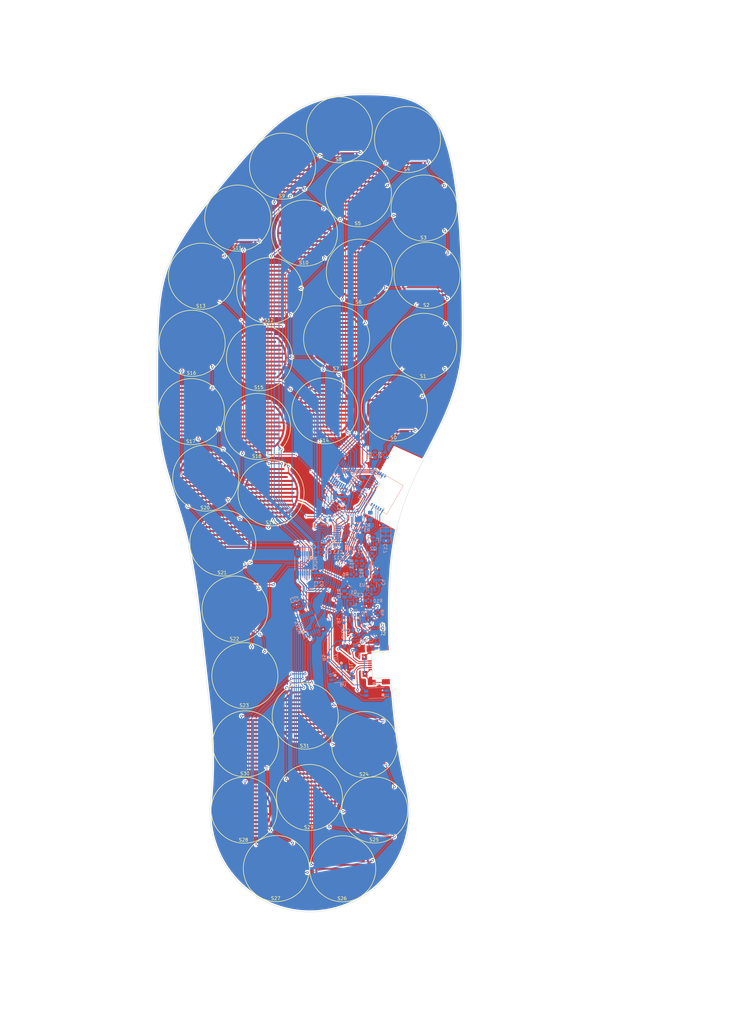
<source format=kicad_pcb>
(kicad_pcb (version 20171130) (host pcbnew "(5.0.0)")
  (layers (0 F.Cu signal) (31 B.Cu signal) (34 B.Paste user hide) (35 F.Paste user hide) (36 B.SilkS user) (37 F.SilkS user) (38 B.Mask user) (39 F.Mask user) (44 Edge.Cuts user))
  (net 0 "")
  (net 1 GND)
  (net 2 +3V3)
  (net 3 +5V)
  (net 4 +BATT)
  (net 5 /U1_A7)
  (net 6 /U1_A6)
  (net 7 /U1_A5)
  (net 8 /U1_A4)
  (net 9 /U1_A3)
  (net 10 /U1_A2)
  (net 11 /U1_A1)
  (net 12 /U1_A0)
  (net 13 /U2_A7)
  (net 14 /U2_A6)
  (net 15 /U2_A5)
  (net 16 /U2_A4)
  (net 17 /U2_A3)
  (net 18 /U2_A2)
  (net 19 /U2_A1)
  (net 20 /U2_A0)
  (net 21 /U1_Data)
  (net 22 /U2_Data)
  (net 23 /U3_Data)
  (net 24 /U4_Data)
  (net 25 /U3_A7)
  (net 26 /U3_A6)
  (net 27 /U3_A5)
  (net 28 /U3_A4)
  (net 29 /U3_A3)
  (net 30 /U3_A2)
  (net 31 /U3_A1)
  (net 32 /U3_A0)
  (net 33 /U4_A7)
  (net 34 /U4_A6)
  (net 35 /U4_A5)
  (net 36 /U4_A4)
  (net 37 /U4_A3)
  (net 38 /U4_A2)
  (net 39 /U4_A1)
  (net 40 /U4_A0)
  (net 41 "Net-(L3-Pad1)")
  (net 42 "Net-(R1-Pad1)")
  (net 43 "Net-(R2-Pad2)")
  (net 44 "Net-(R3-Pad2)")
  (net 45 /S0)
  (net 46 /S1)
  (net 47 /S2)
  (net 48 /MUX_E)
  (net 49 -BATT)
  (net 50 "Net-(C1-Pad1)")
  (net 51 Analog_Batt_Lvl)
  (net 52 Enable_Batt_Lvl)
  (net 53 "Net-(R5-Pad1)")
  (net 54 "Net-(R5-Pad2)")
  (net 55 "Net-(R10-Pad1)")
  (net 56 "Net-(R11-Pad1)")
  (net 57 XRES)
  (net 58 P0.6)
  (net 59 P0.7)
  (net 60 /P0.7_USB)
  (net 61 /P0.6_USB)
  (net 62 /XRES_USB)
  (net 63 "Net-(Q2-Pad3)")
  (net 64 /+3V3_VDDR)
  (net 65 /+3V3_VDD)
  (net 66 /+BATT_CUT)
  (module Connector_PinHeader_1.00mm:PinHeader_1x02_P1.00mm_Vertical (layer F.Cu) (at 190.299453 194.220707 4)
    (fp_text reference J2 (at 0 1.56 4) (layer F.SilkS))
    (fp_text value 3V7_Battery)
    (pad 2 thru_hole oval (at 0 -1 4) (size 0.85 0.85) (drill 0.5) (layers *.Cu *.Mask) (net 4 +BATT))
    (pad 1 thru_hole rect (at 0 0 4) (size 0.85 0.85) (drill 0.5) (layers *.Cu *.Mask) (net 49 -BATT))
  )
  (module Package_LGA:Bosch_LGA-14_3x2.5mm_P0.5mm (layer B.Cu) (at 181.409453 168.570707)
    (fp_text reference U2 (at 0 -2.5) (layer B.SilkS) (effects (justify mirror)))
    (fp_text value ISM330DLC)
    (pad 11 smd rect (at 1.2625 -0.75) (size 0.675 0.25) (layers B.Cu B.Paste B.Mask))
    (pad 10 smd rect (at 1.2625 -0.25) (size 0.675 0.25) (layers B.Cu B.Paste B.Mask))
    (pad 9 smd rect (at 1.2625 0.25) (size 0.675 0.25) (layers B.Cu B.Paste B.Mask))
    (pad 8 smd rect (at 1.2625 0.75) (size 0.675 0.25) (layers B.Cu B.Paste B.Mask) (net 2 +3V3))
    (pad 4 smd rect (at -1.2625 0.75) (size 0.675 0.25) (layers B.Cu B.Paste B.Mask))
    (pad 3 smd rect (at -1.2625 0.25) (size 0.675 0.25) (layers B.Cu B.Paste B.Mask) (net 1 GND))
    (pad 2 smd rect (at -1.2625 -0.25) (size 0.675 0.25) (layers B.Cu B.Paste B.Mask) (net 1 GND))
    (pad 1 smd rect (at -1.2625 -0.75) (size 0.675 0.25) (layers B.Cu B.Paste B.Mask) (net 1 GND))
    (pad 7 smd rect (at 0.5 1.0125) (size 0.25 0.675) (layers B.Cu B.Paste B.Mask) (net 1 GND))
    (pad 6 smd rect (at 0 1.0125) (size 0.25 0.675) (layers B.Cu B.Paste B.Mask) (net 1 GND))
    (pad 5 smd rect (at -0.5 1.0125) (size 0.25 0.675) (layers B.Cu B.Paste B.Mask) (net 2 +3V3))
    (pad 12 smd rect (at 0.5 -1.0125) (size 0.25 0.675) (layers B.Cu B.Paste B.Mask))
    (pad 14 smd rect (at -0.5 -1.0125) (size 0.25 0.675) (layers B.Cu B.Paste B.Mask) (net 43 "Net-(R2-Pad2)"))
    (pad 13 smd rect (at 0 -1.0125) (size 0.25 0.675) (layers B.Cu B.Paste B.Mask) (net 44 "Net-(R3-Pad2)"))
  )
  (module Capacitor_SMD:C_0603_1608Metric (layer B.Cu) (at 184.709453 194.270707 274)
    (fp_text reference C1 (at 0 -1.43 274) (layer B.SilkS) (effects (justify mirror)))
    (fp_text value 0.1uF)
    (pad 2 smd roundrect (at 0.7875 0 274) (size 0.875 0.95) (layers B.Cu B.Paste B.Mask) (net 49 -BATT))
    (pad 1 smd roundrect (at -0.7875 0 274) (size 0.875 0.95) (layers B.Cu B.Paste B.Mask) (net 50 "Net-(C1-Pad1)"))
  )
  (module Capacitor_SMD:C_0603_1608Metric (layer B.Cu) (at 163.759453 188.020707 290)
    (fp_text reference C2 (at -2.498995 -0.005009 290) (layer B.SilkS) (effects (justify mirror)))
    (fp_text value 1uF)
    (pad 2 smd roundrect (at 0.7875 0 290) (size 0.875 0.95) (layers B.Cu B.Paste B.Mask) (net 2 +3V3))
    (pad 1 smd roundrect (at -0.7875 0 290) (size 0.875 0.95) (layers B.Cu B.Paste B.Mask) (net 1 GND))
  )
  (module Capacitor_SMD:C_0603_1608Metric (layer B.Cu) (at 186.039453 183.890707 183)
    (fp_text reference C3 (at 2.530154 -0.127757 183) (layer B.SilkS) (effects (justify mirror)))
    (fp_text value 4.7uF)
    (pad 2 smd roundrect (at 0.7875 0 183) (size 0.875 0.95) (layers B.Cu B.Paste B.Mask) (net 66 /+BATT_CUT))
    (pad 1 smd roundrect (at -0.7875 0 183) (size 0.875 0.95) (layers B.Cu B.Paste B.Mask) (net 1 GND))
  )
  (module Capacitor_SMD:C_0603_1608Metric (layer B.Cu) (at 189.221453 180.358707 274)
    (fp_text reference C4 (at -0.034842 -1.193337 274) (layer B.SilkS) (effects (justify mirror)))
    (fp_text value 10uF)
    (pad 2 smd roundrect (at 0.7875 0 274) (size 0.875 0.95) (layers B.Cu B.Paste B.Mask) (net 1 GND))
    (pad 1 smd roundrect (at -0.7875 0 274) (size 0.875 0.95) (layers B.Cu B.Paste B.Mask) (net 2 +3V3))
  )
  (module Capacitor_SMD:C_0603_1608Metric (layer B.Cu) (at 165.209453 187.470707 290)
    (fp_text reference C5 (at -2.392243 0.140264 290) (layer B.SilkS) (effects (justify mirror)))
    (fp_text value 0.1uF)
    (pad 2 smd roundrect (at 0.7875 0 290) (size 0.875 0.95) (layers B.Cu B.Paste B.Mask) (net 2 +3V3))
    (pad 1 smd roundrect (at -0.7875 0 290) (size 0.875 0.95) (layers B.Cu B.Paste B.Mask) (net 1 GND))
  )
  (module Capacitor_SMD:C_0603_1608Metric (layer B.Cu) (at 171.809453 178.258207 90)
    (fp_text reference C6 (at -2.5125 0 90) (layer B.SilkS) (effects (justify mirror)))
    (fp_text value 1uF)
    (pad 2 smd roundrect (at 0.7875 0 90) (size 0.875 0.95) (layers B.Cu B.Paste B.Mask) (net 2 +3V3))
    (pad 1 smd roundrect (at -0.7875 0 90) (size 0.875 0.95) (layers B.Cu B.Paste B.Mask) (net 1 GND))
  )
  (module Capacitor_SMD:C_0603_1608Metric (layer B.Cu) (at 170.209453 178.270707 90)
    (fp_text reference C7 (at -2.5 0 90) (layer B.SilkS) (effects (justify mirror)))
    (fp_text value 0.1uF)
    (pad 2 smd roundrect (at 0.7875 0 90) (size 0.875 0.95) (layers B.Cu B.Paste B.Mask) (net 2 +3V3))
    (pad 1 smd roundrect (at -0.7875 0 90) (size 0.875 0.95) (layers B.Cu B.Paste B.Mask) (net 1 GND))
  )
  (module Capacitor_SMD:C_0603_1608Metric (layer B.Cu) (at 171.596953 171.170707 180)
    (fp_text reference C8 (at -2.3125 0 180) (layer B.SilkS) (effects (justify mirror)))
    (fp_text value 1uF)
    (pad 2 smd roundrect (at 0.7875 0 180) (size 0.875 0.95) (layers B.Cu B.Paste B.Mask) (net 2 +3V3))
    (pad 1 smd roundrect (at -0.7875 0 180) (size 0.875 0.95) (layers B.Cu B.Paste B.Mask) (net 1 GND))
  )
  (module Capacitor_SMD:C_0603_1608Metric (layer B.Cu) (at 171.596953 169.570707 180)
    (fp_text reference C9 (at 2.3875 0 180) (layer B.SilkS) (effects (justify mirror)))
    (fp_text value 0.1uF)
    (pad 2 smd roundrect (at 0.7875 0 180) (size 0.875 0.95) (layers B.Cu B.Paste B.Mask) (net 2 +3V3))
    (pad 1 smd roundrect (at -0.7875 0 180) (size 0.875 0.95) (layers B.Cu B.Paste B.Mask) (net 1 GND))
  )
  (module Capacitor_SMD:C_0603_1608Metric (layer B.Cu) (at 177.184453 155.133207 90)
    (fp_text reference C10 (at -2.9375 -0.075 90) (layer B.SilkS) (effects (justify mirror)))
    (fp_text value 1uF)
    (pad 2 smd roundrect (at 0.7875 0 90) (size 0.875 0.95) (layers B.Cu B.Paste B.Mask) (net 2 +3V3))
    (pad 1 smd roundrect (at -0.7875 0 90) (size 0.875 0.95) (layers B.Cu B.Paste B.Mask) (net 1 GND))
  )
  (module Capacitor_SMD:C_0603_1608Metric (layer B.Cu) (at 178.809453 155.145707 90)
    (fp_text reference C11 (at -2.95 -0.075 90) (layer B.SilkS) (effects (justify mirror)))
    (fp_text value 0.1uF)
    (pad 2 smd roundrect (at 0.7875 0 90) (size 0.875 0.95) (layers B.Cu B.Paste B.Mask) (net 2 +3V3))
    (pad 1 smd roundrect (at -0.7875 0 90) (size 0.875 0.95) (layers B.Cu B.Paste B.Mask) (net 1 GND))
  )
  (module Capacitor_SMD:C_0603_1608Metric (layer B.Cu) (at 179.721953 172.670707)
    (fp_text reference C12 (at -2.9125 0.1) (layer B.SilkS) (effects (justify mirror)))
    (fp_text value 1uF)
    (pad 2 smd roundrect (at 0.7875 0) (size 0.875 0.95) (layers B.Cu B.Paste B.Mask) (net 2 +3V3))
    (pad 1 smd roundrect (at -0.7875 0) (size 0.875 0.95) (layers B.Cu B.Paste B.Mask) (net 1 GND))
  )
  (module Capacitor_SMD:C_0603_1608Metric (layer B.Cu) (at 179.721953 171.070707)
    (fp_text reference C13 (at -2.9225 0.03) (layer B.SilkS) (effects (justify mirror)))
    (fp_text value 0.1uF)
    (pad 2 smd roundrect (at 0.7875 0) (size 0.875 0.95) (layers B.Cu B.Paste B.Mask) (net 2 +3V3))
    (pad 1 smd roundrect (at -0.7875 0) (size 0.875 0.95) (layers B.Cu B.Paste B.Mask) (net 1 GND))
  )
  (module Capacitor_SMD:C_0603_1608Metric (layer B.Cu) (at 183.209453 172.270707 180)
    (fp_text reference C14 (at 0.22 1.35 180) (layer B.SilkS) (effects (justify mirror)))
    (fp_text value 0.1uF)
    (pad 2 smd roundrect (at 0.7875 0 180) (size 0.875 0.95) (layers B.Cu B.Paste B.Mask) (net 1 GND))
    (pad 1 smd roundrect (at -0.7875 0 180) (size 0.875 0.95) (layers B.Cu B.Paste B.Mask) (net 51 Analog_Batt_Lvl))
  )
  (module Inductor_SMD:L_0805_2012Metric_Pad1.15x1.40mm_HandSolder (layer B.Cu) (at 186.539453 160.215707 90)
    (fp_text reference L1 (at 0 -1.65 90) (layer B.SilkS) (effects (justify mirror)))
    (fp_text value "300ohm 100MHz")
    (pad 2 smd roundrect (at 1.025 0 90) (size 1.15 1.4) (layers B.Cu B.Paste B.Mask) (roundrect_rratio 0.217391) (net 64 /+3V3_VDDR))
    (pad 1 smd roundrect (at -1.025 0 90) (size 1.15 1.4) (layers B.Cu B.Paste B.Mask) (roundrect_rratio 0.217391) (net 2 +3V3))
  )
  (module Inductor_SMD:L_0805_2012Metric_Pad1.15x1.40mm_HandSolder (layer B.Cu) (at 183.859453 149.380707 60)
    (fp_text reference L2 (at 0 -1.65 60) (layer B.SilkS) (effects (justify mirror)))
    (fp_text value "300ohm 100MHz")
    (pad 2 smd roundrect (at 1.025 0 60) (size 1.15 1.4) (layers B.Cu B.Paste B.Mask) (roundrect_rratio 0.217391) (net 65 /+3V3_VDD))
    (pad 1 smd roundrect (at -1.025 0 60) (size 1.15 1.4) (layers B.Cu B.Paste B.Mask) (roundrect_rratio 0.217391) (net 2 +3V3))
  )
  (module Package_SO:TSSOP-16_4.4x5mm_P0.65mm (layer B.Cu) (at 178.309453 147.770707 240)
    (fp_text reference MUX1 (at 0 -3.55 240) (layer B.SilkS) (effects (justify mirror)))
    (fp_text value CD74HC4051)
    (pad 16 smd rect (at 2.95 -2.275 240) (size 1.5 0.45) (layers B.Cu B.Paste B.Mask) (net 2 +3V3))
    (pad 15 smd rect (at 2.95 -1.625 240) (size 1.5 0.45) (layers B.Cu B.Paste B.Mask) (net 10 /U1_A2))
    (pad 14 smd rect (at 2.95 -0.975 240) (size 1.5 0.45) (layers B.Cu B.Paste B.Mask) (net 11 /U1_A1))
    (pad 13 smd rect (at 2.95 -0.325 240) (size 1.5 0.45) (layers B.Cu B.Paste B.Mask) (net 12 /U1_A0))
    (pad 12 smd rect (at 2.95 0.325 240) (size 1.5 0.45) (layers B.Cu B.Paste B.Mask) (net 9 /U1_A3))
    (pad 11 smd rect (at 2.95 0.975 240) (size 1.5 0.45) (layers B.Cu B.Paste B.Mask) (net 45 /S0))
    (pad 10 smd rect (at 2.95 1.625 240) (size 1.5 0.45) (layers B.Cu B.Paste B.Mask) (net 46 /S1))
    (pad 9 smd rect (at 2.95 2.275 240) (size 1.5 0.45) (layers B.Cu B.Paste B.Mask) (net 47 /S2))
    (pad 8 smd rect (at -2.95 2.275 240) (size 1.5 0.45) (layers B.Cu B.Paste B.Mask) (net 1 GND))
    (pad 7 smd rect (at -2.95 1.625 240) (size 1.5 0.45) (layers B.Cu B.Paste B.Mask) (net 1 GND))
    (pad 6 smd rect (at -2.95 0.975 240) (size 1.5 0.45) (layers B.Cu B.Paste B.Mask) (net 48 /MUX_E))
    (pad 5 smd rect (at -2.95 0.325 240) (size 1.5 0.45) (layers B.Cu B.Paste B.Mask) (net 7 /U1_A5))
    (pad 4 smd rect (at -2.95 -0.325 240) (size 1.5 0.45) (layers B.Cu B.Paste B.Mask) (net 5 /U1_A7))
    (pad 3 smd rect (at -2.95 -0.975 240) (size 1.5 0.45) (layers B.Cu B.Paste B.Mask) (net 2 +3V3))
    (pad 2 smd rect (at -2.95 -1.625 240) (size 1.5 0.45) (layers B.Cu B.Paste B.Mask) (net 6 /U1_A6))
    (pad 1 smd rect (at -2.95 -2.275 240) (size 1.5 0.45) (layers B.Cu B.Paste B.Mask) (net 8 /U1_A4))
  )
  (module Package_SO:TSSOP-16_4.4x5mm_P0.65mm (layer B.Cu) (at 173.709453 165.570707 180)
    (fp_text reference MUX2 (at -1.7 -3.6 180) (layer B.SilkS) (effects (justify mirror)))
    (fp_text value CD74HC4051)
    (pad 16 smd rect (at 2.95 -2.275 180) (size 1.5 0.45) (layers B.Cu B.Paste B.Mask) (net 2 +3V3))
    (pad 15 smd rect (at 2.95 -1.625 180) (size 1.5 0.45) (layers B.Cu B.Paste B.Mask) (net 18 /U2_A2))
    (pad 14 smd rect (at 2.95 -0.975 180) (size 1.5 0.45) (layers B.Cu B.Paste B.Mask) (net 19 /U2_A1))
    (pad 13 smd rect (at 2.95 -0.325 180) (size 1.5 0.45) (layers B.Cu B.Paste B.Mask) (net 20 /U2_A0))
    (pad 12 smd rect (at 2.95 0.325 180) (size 1.5 0.45) (layers B.Cu B.Paste B.Mask) (net 17 /U2_A3))
    (pad 11 smd rect (at 2.95 0.975 180) (size 1.5 0.45) (layers B.Cu B.Paste B.Mask) (net 45 /S0))
    (pad 10 smd rect (at 2.95 1.625 180) (size 1.5 0.45) (layers B.Cu B.Paste B.Mask) (net 46 /S1))
    (pad 9 smd rect (at 2.95 2.275 180) (size 1.5 0.45) (layers B.Cu B.Paste B.Mask) (net 47 /S2))
    (pad 8 smd rect (at -2.95 2.275 180) (size 1.5 0.45) (layers B.Cu B.Paste B.Mask) (net 1 GND))
    (pad 7 smd rect (at -2.95 1.625 180) (size 1.5 0.45) (layers B.Cu B.Paste B.Mask) (net 1 GND))
    (pad 6 smd rect (at -2.95 0.975 180) (size 1.5 0.45) (layers B.Cu B.Paste B.Mask) (net 48 /MUX_E))
    (pad 5 smd rect (at -2.95 0.325 180) (size 1.5 0.45) (layers B.Cu B.Paste B.Mask) (net 15 /U2_A5))
    (pad 4 smd rect (at -2.95 -0.325 180) (size 1.5 0.45) (layers B.Cu B.Paste B.Mask) (net 13 /U2_A7))
    (pad 3 smd rect (at -2.95 -0.975 180) (size 1.5 0.45) (layers B.Cu B.Paste B.Mask) (net 2 +3V3))
    (pad 2 smd rect (at -2.95 -1.625 180) (size 1.5 0.45) (layers B.Cu B.Paste B.Mask) (net 14 /U2_A6))
    (pad 1 smd rect (at -2.95 -2.275 180) (size 1.5 0.45) (layers B.Cu B.Paste B.Mask) (net 16 /U2_A4))
  )
  (module Package_SO:TSSOP-16_4.4x5mm_P0.65mm (layer B.Cu) (at 166.409453 174.520707 270)
    (fp_text reference MUX3 (at 0 -3.55 270) (layer B.SilkS) (effects (justify mirror)))
    (fp_text value CD74HC4051)
    (pad 16 smd rect (at 2.95 -2.275 270) (size 1.5 0.45) (layers B.Cu B.Paste B.Mask) (net 2 +3V3))
    (pad 15 smd rect (at 2.95 -1.625 270) (size 1.5 0.45) (layers B.Cu B.Paste B.Mask) (net 30 /U3_A2))
    (pad 14 smd rect (at 2.95 -0.975 270) (size 1.5 0.45) (layers B.Cu B.Paste B.Mask) (net 31 /U3_A1))
    (pad 13 smd rect (at 2.95 -0.325 270) (size 1.5 0.45) (layers B.Cu B.Paste B.Mask) (net 32 /U3_A0))
    (pad 12 smd rect (at 2.95 0.325 270) (size 1.5 0.45) (layers B.Cu B.Paste B.Mask) (net 29 /U3_A3))
    (pad 11 smd rect (at 2.95 0.975 270) (size 1.5 0.45) (layers B.Cu B.Paste B.Mask) (net 45 /S0))
    (pad 10 smd rect (at 2.95 1.625 270) (size 1.5 0.45) (layers B.Cu B.Paste B.Mask) (net 46 /S1))
    (pad 9 smd rect (at 2.95 2.275 270) (size 1.5 0.45) (layers B.Cu B.Paste B.Mask) (net 47 /S2))
    (pad 8 smd rect (at -2.95 2.275 270) (size 1.5 0.45) (layers B.Cu B.Paste B.Mask) (net 1 GND))
    (pad 7 smd rect (at -2.95 1.625 270) (size 1.5 0.45) (layers B.Cu B.Paste B.Mask) (net 1 GND))
    (pad 6 smd rect (at -2.95 0.975 270) (size 1.5 0.45) (layers B.Cu B.Paste B.Mask) (net 48 /MUX_E))
    (pad 5 smd rect (at -2.95 0.325 270) (size 1.5 0.45) (layers B.Cu B.Paste B.Mask) (net 27 /U3_A5))
    (pad 4 smd rect (at -2.95 -0.325 270) (size 1.5 0.45) (layers B.Cu B.Paste B.Mask) (net 25 /U3_A7))
    (pad 3 smd rect (at -2.95 -0.975 270) (size 1.5 0.45) (layers B.Cu B.Paste B.Mask) (net 2 +3V3))
    (pad 2 smd rect (at -2.95 -1.625 270) (size 1.5 0.45) (layers B.Cu B.Paste B.Mask) (net 26 /U3_A6))
    (pad 1 smd rect (at -2.95 -2.275 270) (size 1.5 0.45) (layers B.Cu B.Paste B.Mask) (net 28 /U3_A4))
  )
  (module Package_SO:TSSOP-16_4.4x5mm_P0.65mm (layer B.Cu) (at 167.859453 192.820707 110)
    (fp_text reference MUX4 (at 0 -3.55 110) (layer B.SilkS) (effects (justify mirror)))
    (fp_text value CD74HC4051)
    (pad 16 smd rect (at 2.95 -2.275 110) (size 1.5 0.45) (layers B.Cu B.Paste B.Mask) (net 2 +3V3))
    (pad 15 smd rect (at 2.95 -1.625 110) (size 1.5 0.45) (layers B.Cu B.Paste B.Mask) (net 38 /U4_A2))
    (pad 14 smd rect (at 2.95 -0.975 110) (size 1.5 0.45) (layers B.Cu B.Paste B.Mask) (net 39 /U4_A1))
    (pad 13 smd rect (at 2.95 -0.325 110) (size 1.5 0.45) (layers B.Cu B.Paste B.Mask) (net 40 /U4_A0))
    (pad 12 smd rect (at 2.95 0.325 110) (size 1.5 0.45) (layers B.Cu B.Paste B.Mask) (net 37 /U4_A3))
    (pad 11 smd rect (at 2.95 0.975 110) (size 1.5 0.45) (layers B.Cu B.Paste B.Mask) (net 45 /S0))
    (pad 10 smd rect (at 2.95 1.625 110) (size 1.5 0.45) (layers B.Cu B.Paste B.Mask) (net 46 /S1))
    (pad 9 smd rect (at 2.95 2.275 110) (size 1.5 0.45) (layers B.Cu B.Paste B.Mask) (net 47 /S2))
    (pad 8 smd rect (at -2.95 2.275 110) (size 1.5 0.45) (layers B.Cu B.Paste B.Mask) (net 1 GND))
    (pad 7 smd rect (at -2.95 1.625 110) (size 1.5 0.45) (layers B.Cu B.Paste B.Mask) (net 1 GND))
    (pad 6 smd rect (at -2.95 0.975 110) (size 1.5 0.45) (layers B.Cu B.Paste B.Mask) (net 48 /MUX_E))
    (pad 5 smd rect (at -2.95 0.325 110) (size 1.5 0.45) (layers B.Cu B.Paste B.Mask) (net 35 /U4_A5))
    (pad 4 smd rect (at -2.95 -0.325 110) (size 1.5 0.45) (layers B.Cu B.Paste B.Mask) (net 33 /U4_A7))
    (pad 3 smd rect (at -2.95 -0.975 110) (size 1.5 0.45) (layers B.Cu B.Paste B.Mask) (net 2 +3V3))
    (pad 2 smd rect (at -2.95 -1.625 110) (size 1.5 0.45) (layers B.Cu B.Paste B.Mask) (net 34 /U4_A6))
    (pad 1 smd rect (at -2.95 -2.275 110) (size 1.5 0.45) (layers B.Cu B.Paste B.Mask) (net 36 /U4_A4))
  )
  (module Package_TO_SOT_SMD:SOT-23 (layer B.Cu) (at 187.509453 167.670707 90)
    (fp_text reference Q2 (at -2.43 -0.03) (layer B.SilkS) (effects (justify mirror)))
    (fp_text value Q_PMOS_GSD)
    (pad 3 smd rect (at 1 0 90) (size 0.9 0.8) (layers B.Cu B.Paste B.Mask) (net 63 "Net-(Q2-Pad3)"))
    (pad 2 smd rect (at -1 0.95 90) (size 0.9 0.8) (layers B.Cu B.Paste B.Mask) (net 66 /+BATT_CUT))
    (pad 1 smd rect (at -1 -0.95 90) (size 0.9 0.8) (layers B.Cu B.Paste B.Mask) (net 52 Enable_Batt_Lvl))
  )
  (module Resistor_SMD:R_0603_1608Metric (layer B.Cu) (at 178.328238 191.754286 93)
    (fp_text reference R1 (at 0 -1.43 93) (layer B.SilkS) (effects (justify mirror)))
    (fp_text value 10k)
    (pad 2 smd roundrect (at 0.7875 0 93) (size 0.875 0.95) (layers B.Cu B.Paste B.Mask) (net 49 -BATT))
    (pad 1 smd roundrect (at -0.7875 0 93) (size 0.875 0.95) (layers B.Cu B.Paste B.Mask) (net 42 "Net-(R1-Pad1)"))
  )
  (module Resistor_SMD:R_0603_1608Metric (layer B.Cu) (at 183.121953 162.970707 180)
    (fp_text reference R2 (at -2.4875 -0.1 180) (layer B.SilkS) (effects (justify mirror)))
    (fp_text value 10k)
    (pad 2 smd roundrect (at 0.7875 0 180) (size 0.875 0.95) (layers B.Cu B.Paste B.Mask) (net 43 "Net-(R2-Pad2)"))
    (pad 1 smd roundrect (at -0.7875 0 180) (size 0.875 0.95) (layers B.Cu B.Paste B.Mask) (net 2 +3V3))
  )
  (module Resistor_SMD:R_0603_1608Metric (layer B.Cu) (at 183.109453 164.570707 180)
    (fp_text reference R3 (at -2.4 0 180) (layer B.SilkS) (effects (justify mirror)))
    (fp_text value 10k)
    (pad 2 smd roundrect (at 0.7875 0 180) (size 0.875 0.95) (layers B.Cu B.Paste B.Mask) (net 44 "Net-(R3-Pad2)"))
    (pad 1 smd roundrect (at -0.7875 0 180) (size 0.875 0.95) (layers B.Cu B.Paste B.Mask) (net 2 +3V3))
  )
  (module Resistor_SMD:R_0603_1608Metric (layer B.Cu) (at 188.819453 189.440707 270)
    (fp_text reference R4 (at 0 -1.43 270) (layer B.SilkS) (effects (justify mirror)))
    (fp_text value "390 ohm")
    (pad 2 smd roundrect (at 0.7875 0 270) (size 0.875 0.95) (layers B.Cu B.Paste B.Mask) (net 50 "Net-(C1-Pad1)"))
    (pad 1 smd roundrect (at -0.7875 0 270) (size 0.875 0.95) (layers B.Cu B.Paste B.Mask) (net 4 +BATT))
  )
  (module Resistor_SMD:R_0603_1608Metric (layer B.Cu) (at 173.909453 202.970707 94)
    (fp_text reference R5 (at 0 -1.43 94) (layer B.SilkS) (effects (justify mirror)))
    (fp_text value 0-1k)
    (pad 2 smd roundrect (at 0.7875 0 94) (size 0.875 0.95) (layers B.Cu B.Paste B.Mask) (net 54 "Net-(R5-Pad2)"))
    (pad 1 smd roundrect (at -0.7875 0 94) (size 0.875 0.95) (layers B.Cu B.Paste B.Mask) (net 53 "Net-(R5-Pad1)"))
  )
  (module Resistor_SMD:R_0603_1608Metric (layer B.Cu) (at 181.521953 177.870707 180)
    (fp_text reference R6 (at 2.5125 0 180) (layer B.SilkS) (effects (justify mirror)))
    (fp_text value 10k)
    (pad 2 smd roundrect (at 0.7875 0 180) (size 0.875 0.95) (layers B.Cu B.Paste B.Mask) (net 24 /U4_Data))
    (pad 1 smd roundrect (at -0.7875 0 180) (size 0.875 0.95) (layers B.Cu B.Paste B.Mask) (net 1 GND))
  )
  (module Resistor_SMD:R_0603_1608Metric (layer B.Cu) (at 173.609453 161.420707 180)
    (fp_text reference R7 (at 2.5 -0.05 180) (layer B.SilkS) (effects (justify mirror)))
    (fp_text value 10k)
    (pad 2 smd roundrect (at 0.7875 0 180) (size 0.875 0.95) (layers B.Cu B.Paste B.Mask) (net 23 /U3_Data))
    (pad 1 smd roundrect (at -0.7875 0 180) (size 0.875 0.95) (layers B.Cu B.Paste B.Mask) (net 1 GND))
  )
  (module Resistor_SMD:R_0603_1608Metric (layer B.Cu) (at 188.009453 141.658207 90)
    (fp_text reference R8 (at 0 -1.43 90) (layer B.SilkS) (effects (justify mirror)))
    (fp_text value 10k)
    (pad 2 smd roundrect (at 0.7875 0 90) (size 0.875 0.95) (layers B.Cu B.Paste B.Mask) (net 22 /U2_Data))
    (pad 1 smd roundrect (at -0.7875 0 90) (size 0.875 0.95) (layers B.Cu B.Paste B.Mask) (net 1 GND))
  )
  (module Resistor_SMD:R_0603_1608Metric (layer B.Cu) (at 191.009453 141.670707 90)
    (fp_text reference R9 (at 0 -1.43 90) (layer B.SilkS) (effects (justify mirror)))
    (fp_text value 10k)
    (pad 2 smd roundrect (at 0.7875 0 90) (size 0.875 0.95) (layers B.Cu B.Paste B.Mask) (net 21 /U1_Data))
    (pad 1 smd roundrect (at -0.7875 0 90) (size 0.875 0.95) (layers B.Cu B.Paste B.Mask) (net 1 GND))
  )
  (module Resistor_SMD:R_0603_1608Metric (layer B.Cu) (at 185.974953 185.812707 180)
    (fp_text reference R10 (at -2.8645 -0.078 180) (layer B.SilkS) (effects (justify mirror)))
    (fp_text value 2.7k)
    (pad 2 smd roundrect (at 0.7875 0 180) (size 0.875 0.95) (layers B.Cu B.Paste B.Mask) (net 1 GND))
    (pad 1 smd roundrect (at -0.7875 0 180) (size 0.875 0.95) (layers B.Cu B.Paste B.Mask) (net 55 "Net-(R10-Pad1)"))
  )
  (module Resistor_SMD:R_0603_1608Metric (layer B.Cu) (at 187.42495 197.170707 5)
    (fp_text reference R11 (at -2.848361 0.252711 5) (layer B.SilkS) (effects (justify mirror)))
    (fp_text value "100-500 ohm")
    (pad 2 smd roundrect (at 0.7875 0 5) (size 0.875 0.95) (layers B.Cu B.Paste B.Mask) (net 2 +3V3))
    (pad 1 smd roundrect (at -0.7875 0 5) (size 0.875 0.95) (layers B.Cu B.Paste B.Mask) (net 56 "Net-(R11-Pad1)"))
  )
  (module Resistor_SMD:R_0603_1608Metric (layer B.Cu) (at 184.009453 174.558207 90)
    (fp_text reference R12 (at -2.9125 -0.1 90) (layer B.SilkS) (effects (justify mirror)))
    (fp_text value 10k)
    (pad 2 smd roundrect (at 0.7875 0 90) (size 0.875 0.95) (layers B.Cu B.Paste B.Mask) (net 51 Analog_Batt_Lvl))
    (pad 1 smd roundrect (at -0.7875 0 90) (size 0.875 0.95) (layers B.Cu B.Paste B.Mask) (net 63 "Net-(Q2-Pad3)"))
  )
  (module Resistor_SMD:R_0603_1608Metric (layer B.Cu) (at 182.309453 174.570707 270)
    (fp_text reference R13 (at 0.1 1.4 270) (layer B.SilkS) (effects (justify mirror)))
    (fp_text value 10k)
    (pad 2 smd roundrect (at 0.7875 0 270) (size 0.875 0.95) (layers B.Cu B.Paste B.Mask) (net 1 GND))
    (pad 1 smd roundrect (at -0.7875 0 270) (size 0.875 0.95) (layers B.Cu B.Paste B.Mask) (net 51 Analog_Batt_Lvl))
  )
  (module Resistor_SMD:R_0603_1608Metric (layer B.Cu) (at 187.109453 172.283207 90)
    (fp_text reference R14 (at 0 -1.43 90) (layer B.SilkS) (effects (justify mirror)))
    (fp_text value 100k)
    (pad 2 smd roundrect (at 0.7875 0 90) (size 0.875 0.95) (layers B.Cu B.Paste B.Mask) (net 52 Enable_Batt_Lvl))
    (pad 1 smd roundrect (at -0.7875 0 90) (size 0.875 0.95) (layers B.Cu B.Paste B.Mask) (net 66 /+BATT_CUT))
  )
  (module Package_TO_SOT_SMD:TSOT-23-5 (layer B.Cu) (at 181.909453 191.470707 273)
    (fp_text reference U1 (at -2.60167 -0.036211 183) (layer B.SilkS) (effects (font (size 0.9 0.9)) (justify mirror)))
    (fp_text value STC4054-4.2)
    (pad 5 smd rect (at 1.31 -0.95 273) (size 1.22 0.65) (layers B.Cu B.Paste B.Mask) (net 42 "Net-(R1-Pad1)"))
    (pad 4 smd rect (at 1.31 0.95 273) (size 1.22 0.65) (layers B.Cu B.Paste B.Mask) (net 3 +5V))
    (pad 3 smd rect (at -1.31 0.95 273) (size 1.22 0.65) (layers B.Cu B.Paste B.Mask) (net 4 +BATT))
    (pad 2 smd rect (at -1.31 0 273) (size 1.22 0.65) (layers B.Cu B.Paste B.Mask) (net 49 -BATT))
    (pad 1 smd rect (at -1.31 -0.95 273) (size 1.22 0.65) (layers B.Cu B.Paste B.Mask))
  )
  (module Package_TO_SOT_SMD:TSOT-23-5 (layer B.Cu) (at 186.829453 181.100707 93)
    (fp_text reference U3 (at 0.142354 -2.716272 3) (layer B.SilkS) (effects (font (size 0.9 0.9)) (justify mirror)))
    (fp_text value ADP2108AUJ-3.3)
    (pad 5 smd rect (at 1.31 -0.95 93) (size 1.22 0.65) (layers B.Cu B.Paste B.Mask) (net 41 "Net-(L3-Pad1)"))
    (pad 4 smd rect (at 1.31 0.95 93) (size 1.22 0.65) (layers B.Cu B.Paste B.Mask) (net 2 +3V3))
    (pad 3 smd rect (at -1.31 0.95 93) (size 1.22 0.65) (layers B.Cu B.Paste B.Mask) (net 66 /+BATT_CUT))
    (pad 2 smd rect (at -1.31 0 93) (size 1.22 0.65) (layers B.Cu B.Paste B.Mask) (net 1 GND))
    (pad 1 smd rect (at -1.31 -0.95 93) (size 1.22 0.65) (layers B.Cu B.Paste B.Mask) (net 66 /+BATT_CUT))
  )
  (module Digikey_EZ_BLE:CYBLE-222014-01 (layer B.Cu) (at 188.439453 151.910707 240)
    (fp_text reference U4 (at -4 13 240) (layer B.SilkS) (effects (justify mirror)))
    (fp_text value CYBLE-222014-01)
    (pad 1 smd rect (at 4.89 -4.91 240) (size 1 0.41) (layers B.Cu B.Paste B.Mask) (net 1 GND))
    (pad 2 smd rect (at 4.89 -4.14 240) (size 1 0.41) (layers B.Cu B.Paste B.Mask))
    (pad 3 smd rect (at 4.89 -3.38 240) (size 1 0.41) (layers B.Cu B.Paste B.Mask) (net 52 Enable_Batt_Lvl))
    (pad 4 smd rect (at 4.89 -2.62 240) (size 1 0.41) (layers B.Cu B.Paste B.Mask) (net 51 Analog_Batt_Lvl))
    (pad 5 smd rect (at 4.89 -1.86 240) (size 1 0.41) (layers B.Cu B.Paste B.Mask) (net 64 /+3V3_VDDR))
    (pad 7 smd rect (at 4.34 3.19 330) (size 1 0.41) (layers B.Cu B.Paste B.Mask) (net 48 /MUX_E))
    (pad 8 smd rect (at 3.58 3.19 330) (size 1 0.41) (layers B.Cu B.Paste B.Mask) (net 59 P0.7))
    (pad 9 smd rect (at 2.81 3.19 330) (size 1 0.41) (layers B.Cu B.Paste B.Mask) (net 43 "Net-(R2-Pad2)"))
    (pad 10 smd rect (at 2.05 3.19 330) (size 1 0.41) (layers B.Cu B.Paste B.Mask) (net 44 "Net-(R3-Pad2)"))
    (pad 11 smd rect (at 1.29 3.19 330) (size 1 0.41) (layers B.Cu B.Paste B.Mask) (net 1 GND))
    (pad 12 smd rect (at 0.53 3.19 330) (size 1 0.41) (layers B.Cu B.Paste B.Mask) (net 58 P0.6))
    (pad 13 smd rect (at -0.23 3.19 330) (size 1 0.41) (layers B.Cu B.Paste B.Mask) (net 24 /U4_Data))
    (pad 14 smd rect (at -1 3.19 330) (size 1 0.41) (layers B.Cu B.Paste B.Mask) (net 65 /+3V3_VDD))
    (pad 15 smd rect (at -1.76 3.19 330) (size 1 0.41) (layers B.Cu B.Paste B.Mask) (net 57 XRES))
    (pad 16 smd rect (at -2.52 3.19 330) (size 1 0.41) (layers B.Cu B.Paste B.Mask) (net 23 /U3_Data))
    (pad 17 smd rect (at -3.28 3.19 330) (size 1 0.41) (layers B.Cu B.Paste B.Mask) (net 22 /U2_Data))
    (pad 18 smd rect (at -4.04 3.19 330) (size 1 0.41) (layers B.Cu B.Paste B.Mask) (net 21 /U1_Data))
    (pad 19 smd rect (at -4.6 1.95 240) (size 1 0.41) (layers B.Cu B.Paste B.Mask) (net 45 /S0))
    (pad 20 smd rect (at -4.6 1.19 240) (size 1 0.41) (layers B.Cu B.Paste B.Mask) (net 46 /S1))
    (pad 21 smd rect (at -4.6 0.43 240) (size 1 0.41) (layers B.Cu B.Paste B.Mask) (net 47 /S2))
    (pad 22 smd rect (at -4.6 -0.33 240) (size 1 0.41) (layers B.Cu B.Paste B.Mask))
    (pad 6 smd rect (at 4.89 -1.1 240) (size 1 0.41) (layers B.Cu B.Paste B.Mask))
  )
  (module SamacSys_Parts:AP9211SAACHAC7 (layer B.Cu) (at 186.359453 189.620707 4)
    (fp_text reference U5 (at -1.955713 0.013605 -86) (layer B.SilkS) (effects (font (size 0.9 0.9)) (justify mirror)))
    (fp_text value AP9211SA-AN-HAC-7 hide)
    (pad 7 smd rect (at 0 0 94) (size 1.8 1.8) (layers B.Cu B.Paste B.Mask))
    (pad 6 smd rect (at -0.599 -1.35 94) (size 0.5 0.75) (layers B.Cu B.Paste B.Mask) (net 1 GND))
    (pad 5 smd rect (at 0.176 -1.35 4) (size 0.4 0.5) (layers B.Cu B.Paste B.Mask) (net 55 "Net-(R10-Pad1)"))
    (pad 4 smd rect (at 0.776 -1.35 4) (size 0.4 0.5) (layers B.Cu B.Paste B.Mask))
    (pad 3 smd rect (at 0.776 1.35 4) (size 0.4 0.5) (layers B.Cu B.Paste B.Mask) (net 50 "Net-(C1-Pad1)"))
    (pad 2 smd rect (at 0.176004 1.35 4) (size 0.4 0.5) (layers B.Cu B.Paste B.Mask) (net 49 -BATT))
    (pad 1 smd rect (at -0.599 1.35 94) (size 0.5 0.75) (layers B.Cu B.Paste B.Mask) (net 49 -BATT))
  )
  (module Package_SO:SOP-4_4.4x2.8mm_P1.27mm (layer B.Cu) (at 185.109453 199.870707 5)
    (fp_text reference U6 (at -1.521658 2.476804 5) (layer B.SilkS) (effects (justify mirror)))
    (fp_text value TCMT1100)
    (pad 4 smd rect (at 3.15 -0.64 5) (size 1.3 0.8) (layers B.Cu B.Paste B.Mask) (net 2 +3V3))
    (pad 3 smd rect (at 3.15 0.64 5) (size 1.3 0.8) (layers B.Cu B.Paste B.Mask) (net 54 "Net-(R5-Pad2)"))
    (pad 2 smd rect (at -3.15 0.64 5) (size 1.3 0.8) (layers B.Cu B.Paste B.Mask) (net 3 +5V))
    (pad 1 smd rect (at -3.15 -0.64 5) (size 1.3 0.8) (layers B.Cu B.Paste B.Mask) (net 56 "Net-(R11-Pad1)"))
  )
  (module Package_SO:SOP-4_4.4x2.8mm_P1.27mm (layer B.Cu) (at 178.309453 202.770707 94)
    (fp_text reference U7 (at 0 -2.4 94) (layer B.SilkS) (effects (justify mirror)))
    (fp_text value TCMT1100)
    (pad 4 smd rect (at 3.15 -0.64 94) (size 1.3 0.8) (layers B.Cu B.Paste B.Mask) (net 62 /XRES_USB))
    (pad 3 smd rect (at 3.15 0.64 94) (size 1.3 0.8) (layers B.Cu B.Paste B.Mask) (net 57 XRES))
    (pad 2 smd rect (at -3.15 0.64 94) (size 1.3 0.8) (layers B.Cu B.Paste B.Mask) (net 1 GND))
    (pad 1 smd rect (at -3.15 -0.64 94) (size 1.3 0.8) (layers B.Cu B.Paste B.Mask) (net 53 "Net-(R5-Pad1)"))
  )
  (module Package_SO:SOP-4_4.4x2.8mm_P1.27mm (layer B.Cu) (at 177.809453 208.870707 6)
    (fp_text reference U8 (at 0.246393 2.439117 6) (layer B.SilkS) (effects (justify mirror)))
    (fp_text value TCMT1100)
    (pad 4 smd rect (at 3.15 -0.64 6) (size 1.3 0.8) (layers B.Cu B.Paste B.Mask) (net 61 /P0.6_USB))
    (pad 3 smd rect (at 3.15 0.64 6) (size 1.3 0.8) (layers B.Cu B.Paste B.Mask) (net 58 P0.6))
    (pad 2 smd rect (at -3.15 0.64 6) (size 1.3 0.8) (layers B.Cu B.Paste B.Mask) (net 1 GND))
    (pad 1 smd rect (at -3.15 -0.64 6) (size 1.3 0.8) (layers B.Cu B.Paste B.Mask) (net 53 "Net-(R5-Pad1)"))
  )
  (module Package_SO:SOP-4_4.4x2.8mm_P1.27mm (layer B.Cu) (at 188.439453 213.780707 182)
    (fp_text reference U9 (at 0.157364 2.657111 182) (layer B.SilkS) (effects (justify mirror)))
    (fp_text value TCMT1100)
    (pad 4 smd rect (at 3.15 -0.64 182) (size 1.3 0.8) (layers B.Cu B.Paste B.Mask) (net 60 /P0.7_USB))
    (pad 3 smd rect (at 3.15 0.64 182) (size 1.3 0.8) (layers B.Cu B.Paste B.Mask) (net 59 P0.7))
    (pad 2 smd rect (at -3.15 0.64 182) (size 1.3 0.8) (layers B.Cu B.Paste B.Mask) (net 1 GND))
    (pad 1 smd rect (at -3.15 -0.64 182) (size 1.3 0.8) (layers B.Cu B.Paste B.Mask) (net 53 "Net-(R5-Pad1)"))
  )
  (module Capacitor_SMD:C_0603_1608Metric (layer B.Cu) (at 182.223871 196.27564 184)
    (fp_text reference C15 (at 3.094999 -0.155001 184) (layer B.SilkS) (effects (justify mirror)))
    (fp_text value 1uF)
    (pad 2 smd roundrect (at 0.7875 0 184) (size 0.875 0.95) (layers B.Cu B.Paste B.Mask) (net 3 +5V))
    (pad 1 smd roundrect (at -0.7875 0 184) (size 0.875 0.95) (layers B.Cu B.Paste B.Mask) (net 49 -BATT))
  )
  (module Capacitor_SMD:C_0603_1608Metric (layer B.Cu) (at 182.104452 194.705706 184)
    (fp_text reference C16 (at 3.044999 -0.015001 184) (layer B.SilkS) (effects (justify mirror)))
    (fp_text value 0.1uF)
    (pad 2 smd roundrect (at 0.7875 0 184) (size 0.875 0.95) (layers B.Cu B.Paste B.Mask) (net 3 +5V))
    (pad 1 smd roundrect (at -0.7875 0 184) (size 0.875 0.95) (layers B.Cu B.Paste B.Mask) (net 49 -BATT))
  )
  (module Connector_USB:USB_Micro_CustomV2 (layer F.Cu) (at 189.389453 205.290707 272)
    (fp_text reference J1 (at 0 8.7 272) (layer F.SilkS))
    (fp_text value Conn_Micro_USB)
    (pad 6 smd custom (at -5.2 2.6 272) (size 1.6 2.4) (layers F.Cu F.Paste F.Mask) (net 49 -BATT) (options (clearance outline) (anchor rect)) (primitives (gr_poly (pts (xy 0.8 1.2) (xy 1.025 1.2) (xy 1.75 0.6) (xy 1.75 -0.2) (xy 0.8 -0.2)) (width 0))))
    (pad 6 smd custom (at 5.2 2.6 272) (size 1.6 2.4) (layers F.Cu F.Paste F.Mask) (net 49 -BATT) (options (clearance outline) (anchor rect)) (primitives (gr_poly (pts (xy -0.8 1.2) (xy -1.025 1.2) (xy -1.75 0.6) (xy -1.75 -0.2) (xy -0.8 -0.2)) (width 0))))
    (pad 6 smd rect (at 2.55 4.55 272) (size 1.8 1.5) (layers F.Cu F.Paste F.Mask) (net 49 -BATT))
    (pad 6 smd rect (at -2.55 4.55 272) (size 1.8 1.5) (layers F.Cu F.Paste F.Mask) (net 49 -BATT))
    (pad 6 smd rect (at 5.15 -1.7 272) (size 1.6 2.4) (layers F.Cu F.Paste F.Mask) (net 49 -BATT))
    (pad 6 smd rect (at -5.15 -1.7 272) (size 1.6 2.4) (layers F.Cu F.Paste F.Mask) (net 49 -BATT))
    (pad 5 smd rect (at 1.3 2.925 272) (size 0.4 1.05) (layers F.Cu F.Paste F.Mask) (net 49 -BATT))
    (pad 4 smd rect (at 0.65 2.925 272) (size 0.4 1.05) (layers F.Cu F.Paste F.Mask) (net 60 /P0.7_USB))
    (pad 3 smd rect (at 0 2.925 272) (size 0.4 1.05) (layers F.Cu F.Paste F.Mask) (net 61 /P0.6_USB))
    (pad 2 smd rect (at -0.65 2.925 272) (size 0.4 1.05) (layers F.Cu F.Paste F.Mask) (net 62 /XRES_USB))
    (pad 1 smd rect (at -1.3 2.925 272) (size 0.4 1.05) (layers F.Cu F.Paste F.Mask) (net 3 +5V))
  )
  (module Capacitor_Tantalum_SMD:CP_EIA-3528-12_Kemet-T (layer B.Cu) (at 191.259453 166.160707 270)
    (fp_text reference C17 (at 3.82 0.12 270) (layer B.SilkS) (effects (justify mirror)))
    (fp_text value 100uF)
    (pad 2 smd roundrect (at 1.5375 0 270) (size 1.325 2.35) (layers B.Cu B.Paste B.Mask) (roundrect_rratio 0.188679) (net 1 GND))
    (pad 1 smd roundrect (at -1.5375 0 270) (size 1.325 2.35) (layers B.Cu B.Paste B.Mask) (roundrect_rratio 0.188679) (net 2 +3V3))
  )
  (module Inductor_SMD:L_1206_3216Metric (layer B.Cu) (at 186.935453 177.310707 3)
    (fp_text reference L3 (at 0 -1.82 3) (layer B.SilkS) (effects (justify mirror)))
    (fp_text value 1uH)
    (pad 1 smd roundrect (at -1.4 0 3) (size 1.25 1.75) (layers B.Cu B.Paste B.Mask) (roundrect_rratio 0.2) (net 41 "Net-(L3-Pad1)"))
    (pad 2 smd roundrect (at 1.4 0 3) (size 1.25 1.75) (layers B.Cu B.Paste B.Mask) (roundrect_rratio 0.2) (net 2 +3V3))
  )
  (module Package_TO_SOT_SMD:SOT-23 (layer B.Cu) (at 181.509453 185.730707)
    (fp_text reference Q1 (at 0 -2.5) (layer B.SilkS) (effects (justify mirror)))
    (fp_text value Q_PMOS_GSD)
    (pad 1 smd rect (at -1 -0.95) (size 0.9 0.8) (layers B.Cu B.Paste B.Mask) (net 3 +5V))
    (pad 2 smd rect (at -1 0.95) (size 0.9 0.8) (layers B.Cu B.Paste B.Mask) (net 4 +BATT))
    (pad 3 smd rect (at 1 0) (size 0.9 0.8) (layers B.Cu B.Paste B.Mask) (net 66 /+BATT_CUT))
  )
  (module Resistor_SMD:R_0805_2012Metric (layer B.Cu) (at 178.719453 183.793207 270)
    (fp_text reference R15 (at -0.1625 1.61 270) (layer B.SilkS) (effects (justify mirror)))
    (fp_text value 10k)
    (pad 1 smd roundrect (at -0.9375 0 270) (size 0.975 1.4) (layers B.Cu B.Paste B.Mask) (net 1 GND))
    (pad 2 smd roundrect (at 0.9375 0 270) (size 0.975 1.4) (layers B.Cu B.Paste B.Mask) (net 3 +5V))
  )
  (module fsr_footprints:FSR_Circle_8mm (layer F.Cu) (at 193.814453 127.480707 180)
    (fp_text reference S0 (at 0.2 -9) (layer F.SilkS))
    (fp_text value FSR)
    (pad 2 smd custom (at 8 0 180) (size 0.5 0.5) (layers F.Cu F.Mask) (net 12 /U1_A0) (options (clearance outline) (anchor circle)) (primitives (gr_line (start -12.8 -4.8) (end -1.7 -4.8) (width 0.6)) (gr_line (start -11.8 7.2) (end -4.5 7.2) (width 0.6)) (gr_line (start -14.4 -2.4) (end -0.5 -2.4) (width 0.6)) (gr_arc (start -8 0) (end -4.5 -7.2) (angle 128.1) (width 0.6)) (gr_line (start -14.4 2.4) (end -0.4 2.4) (width 0.6)) (gr_line (start -12.2 -7.2) (end -4.5 -7.2) (width 0.6)) (gr_line (start -12.8 4.8) (end -1.7 4.8) (width 0.6)) (gr_line (start -14.8 0) (end -0.1 0) (width 0.6))))
    (pad 1 smd custom (at -8 0 180) (size 0.5 0.5) (layers F.Cu F.Mask) (net 21 /U1_Data) (options (clearance outline) (anchor circle)) (primitives (gr_line (start 14.7 -1.2) (end 0.2 -1.2) (width 0.6)) (gr_arc (start 8 0) (end 2.7 6) (angle 97) (width 0.6)) (gr_line (start 11.2 6) (end 2.7 6) (width 0.6)) (gr_line (start 11.2 -6) (end 2.7 -6) (width 0.6)) (gr_line (start 13.8 -3.6) (end 1 -3.6) (width 0.6)) (gr_line (start 13.8 3.6) (end 0.9 3.6) (width 0.6)) (gr_line (start 14.7 1.2) (end 0.2 1.2) (width 0.6))))
  )
  (module fsr_footprints:FSR_Circle_8mm (layer F.Cu) (at 202.729453 108.830707 180)
    (fp_text reference S1 (at 0.2 -9) (layer F.SilkS))
    (fp_text value FSR)
    (pad 1 smd custom (at -8 0 180) (size 0.5 0.5) (layers F.Cu F.Mask) (net 21 /U1_Data) (options (clearance outline) (anchor circle)) (primitives (gr_line (start 14.7 -1.2) (end 0.2 -1.2) (width 0.6)) (gr_arc (start 8 0) (end 2.7 6) (angle 97) (width 0.6)) (gr_line (start 11.2 6) (end 2.7 6) (width 0.6)) (gr_line (start 11.2 -6) (end 2.7 -6) (width 0.6)) (gr_line (start 13.8 -3.6) (end 1 -3.6) (width 0.6)) (gr_line (start 13.8 3.6) (end 0.9 3.6) (width 0.6)) (gr_line (start 14.7 1.2) (end 0.2 1.2) (width 0.6))))
    (pad 2 smd custom (at 8 0 180) (size 0.5 0.5) (layers F.Cu F.Mask) (net 11 /U1_A1) (options (clearance outline) (anchor circle)) (primitives (gr_line (start -12.8 -4.8) (end -1.7 -4.8) (width 0.6)) (gr_line (start -11.8 7.2) (end -4.5 7.2) (width 0.6)) (gr_line (start -14.4 -2.4) (end -0.5 -2.4) (width 0.6)) (gr_arc (start -8 0) (end -4.5 -7.2) (angle 128.1) (width 0.6)) (gr_line (start -14.4 2.4) (end -0.4 2.4) (width 0.6)) (gr_line (start -12.2 -7.2) (end -4.5 -7.2) (width 0.6)) (gr_line (start -12.8 4.8) (end -1.7 4.8) (width 0.6)) (gr_line (start -14.8 0) (end -0.1 0) (width 0.6))))
  )
  (module fsr_footprints:FSR_Circle_8mm (layer F.Cu) (at 203.714453 87.355707 180)
    (fp_text reference S2 (at 0.2 -9) (layer F.SilkS))
    (fp_text value FSR)
    (pad 2 smd custom (at 8 0 180) (size 0.5 0.5) (layers F.Cu F.Mask) (net 10 /U1_A2) (options (clearance outline) (anchor circle)) (primitives (gr_line (start -12.8 -4.8) (end -1.7 -4.8) (width 0.6)) (gr_line (start -11.8 7.2) (end -4.5 7.2) (width 0.6)) (gr_line (start -14.4 -2.4) (end -0.5 -2.4) (width 0.6)) (gr_arc (start -8 0) (end -4.5 -7.2) (angle 128.1) (width 0.6)) (gr_line (start -14.4 2.4) (end -0.4 2.4) (width 0.6)) (gr_line (start -12.2 -7.2) (end -4.5 -7.2) (width 0.6)) (gr_line (start -12.8 4.8) (end -1.7 4.8) (width 0.6)) (gr_line (start -14.8 0) (end -0.1 0) (width 0.6))))
    (pad 1 smd custom (at -8 0 180) (size 0.5 0.5) (layers F.Cu F.Mask) (net 21 /U1_Data) (options (clearance outline) (anchor circle)) (primitives (gr_line (start 14.7 -1.2) (end 0.2 -1.2) (width 0.6)) (gr_arc (start 8 0) (end 2.7 6) (angle 97) (width 0.6)) (gr_line (start 11.2 6) (end 2.7 6) (width 0.6)) (gr_line (start 11.2 -6) (end 2.7 -6) (width 0.6)) (gr_line (start 13.8 -3.6) (end 1 -3.6) (width 0.6)) (gr_line (start 13.8 3.6) (end 0.9 3.6) (width 0.6)) (gr_line (start 14.7 1.2) (end 0.2 1.2) (width 0.6))))
  )
  (module fsr_footprints:FSR_Circle_8mm (layer F.Cu) (at 202.839453 66.955707 180)
    (fp_text reference S3 (at 0.2 -9) (layer F.SilkS))
    (fp_text value FSR)
    (pad 1 smd custom (at -8 0 180) (size 0.5 0.5) (layers F.Cu F.Mask) (net 21 /U1_Data) (options (clearance outline) (anchor circle)) (primitives (gr_line (start 14.7 -1.2) (end 0.2 -1.2) (width 0.6)) (gr_arc (start 8 0) (end 2.7 6) (angle 97) (width 0.6)) (gr_line (start 11.2 6) (end 2.7 6) (width 0.6)) (gr_line (start 11.2 -6) (end 2.7 -6) (width 0.6)) (gr_line (start 13.8 -3.6) (end 1 -3.6) (width 0.6)) (gr_line (start 13.8 3.6) (end 0.9 3.6) (width 0.6)) (gr_line (start 14.7 1.2) (end 0.2 1.2) (width 0.6))))
    (pad 2 smd custom (at 8 0 180) (size 0.5 0.5) (layers F.Cu F.Mask) (net 9 /U1_A3) (options (clearance outline) (anchor circle)) (primitives (gr_line (start -12.8 -4.8) (end -1.7 -4.8) (width 0.6)) (gr_line (start -11.8 7.2) (end -4.5 7.2) (width 0.6)) (gr_line (start -14.4 -2.4) (end -0.5 -2.4) (width 0.6)) (gr_arc (start -8 0) (end -4.5 -7.2) (angle 128.1) (width 0.6)) (gr_line (start -14.4 2.4) (end -0.4 2.4) (width 0.6)) (gr_line (start -12.2 -7.2) (end -4.5 -7.2) (width 0.6)) (gr_line (start -12.8 4.8) (end -1.7 4.8) (width 0.6)) (gr_line (start -14.8 0) (end -0.1 0) (width 0.6))))
  )
  (module fsr_footprints:FSR_Circle_8mm (layer F.Cu) (at 197.814453 46.205707 180)
    (fp_text reference S4 (at 0.2 -9) (layer F.SilkS))
    (fp_text value FSR)
    (pad 2 smd custom (at 8 0 180) (size 0.5 0.5) (layers F.Cu F.Mask) (net 8 /U1_A4) (options (clearance outline) (anchor circle)) (primitives (gr_line (start -12.8 -4.8) (end -1.7 -4.8) (width 0.6)) (gr_line (start -11.8 7.2) (end -4.5 7.2) (width 0.6)) (gr_line (start -14.4 -2.4) (end -0.5 -2.4) (width 0.6)) (gr_arc (start -8 0) (end -4.5 -7.2) (angle 128.1) (width 0.6)) (gr_line (start -14.4 2.4) (end -0.4 2.4) (width 0.6)) (gr_line (start -12.2 -7.2) (end -4.5 -7.2) (width 0.6)) (gr_line (start -12.8 4.8) (end -1.7 4.8) (width 0.6)) (gr_line (start -14.8 0) (end -0.1 0) (width 0.6))))
    (pad 1 smd custom (at -8 0 180) (size 0.5 0.5) (layers F.Cu F.Mask) (net 21 /U1_Data) (options (clearance outline) (anchor circle)) (primitives (gr_line (start 14.7 -1.2) (end 0.2 -1.2) (width 0.6)) (gr_arc (start 8 0) (end 2.7 6) (angle 97) (width 0.6)) (gr_line (start 11.2 6) (end 2.7 6) (width 0.6)) (gr_line (start 11.2 -6) (end 2.7 -6) (width 0.6)) (gr_line (start 13.8 -3.6) (end 1 -3.6) (width 0.6)) (gr_line (start 13.8 3.6) (end 0.9 3.6) (width 0.6)) (gr_line (start 14.7 1.2) (end 0.2 1.2) (width 0.6))))
  )
  (module fsr_footprints:FSR_Circle_8mm (layer F.Cu) (at 182.939453 62.605707 180)
    (fp_text reference S5 (at 0.2 -9) (layer F.SilkS))
    (fp_text value FSR)
    (pad 1 smd custom (at -8 0 180) (size 0.5 0.5) (layers F.Cu F.Mask) (net 21 /U1_Data) (options (clearance outline) (anchor circle)) (primitives (gr_line (start 14.7 -1.2) (end 0.2 -1.2) (width 0.6)) (gr_arc (start 8 0) (end 2.7 6) (angle 97) (width 0.6)) (gr_line (start 11.2 6) (end 2.7 6) (width 0.6)) (gr_line (start 11.2 -6) (end 2.7 -6) (width 0.6)) (gr_line (start 13.8 -3.6) (end 1 -3.6) (width 0.6)) (gr_line (start 13.8 3.6) (end 0.9 3.6) (width 0.6)) (gr_line (start 14.7 1.2) (end 0.2 1.2) (width 0.6))))
    (pad 2 smd custom (at 8 0 180) (size 0.5 0.5) (layers F.Cu F.Mask) (net 7 /U1_A5) (options (clearance outline) (anchor circle)) (primitives (gr_line (start -12.8 -4.8) (end -1.7 -4.8) (width 0.6)) (gr_line (start -11.8 7.2) (end -4.5 7.2) (width 0.6)) (gr_line (start -14.4 -2.4) (end -0.5 -2.4) (width 0.6)) (gr_arc (start -8 0) (end -4.5 -7.2) (angle 128.1) (width 0.6)) (gr_line (start -14.4 2.4) (end -0.4 2.4) (width 0.6)) (gr_line (start -12.2 -7.2) (end -4.5 -7.2) (width 0.6)) (gr_line (start -12.8 4.8) (end -1.7 4.8) (width 0.6)) (gr_line (start -14.8 0) (end -0.1 0) (width 0.6))))
  )
  (module fsr_footprints:FSR_Circle_8mm (layer F.Cu) (at 183.214453 86.380707 180)
    (fp_text reference S6 (at 0.2 -9) (layer F.SilkS))
    (fp_text value FSR)
    (pad 2 smd custom (at 8 0 180) (size 0.5 0.5) (layers F.Cu F.Mask) (net 6 /U1_A6) (options (clearance outline) (anchor circle)) (primitives (gr_line (start -12.8 -4.8) (end -1.7 -4.8) (width 0.6)) (gr_line (start -11.8 7.2) (end -4.5 7.2) (width 0.6)) (gr_line (start -14.4 -2.4) (end -0.5 -2.4) (width 0.6)) (gr_arc (start -8 0) (end -4.5 -7.2) (angle 128.1) (width 0.6)) (gr_line (start -14.4 2.4) (end -0.4 2.4) (width 0.6)) (gr_line (start -12.2 -7.2) (end -4.5 -7.2) (width 0.6)) (gr_line (start -12.8 4.8) (end -1.7 4.8) (width 0.6)) (gr_line (start -14.8 0) (end -0.1 0) (width 0.6))))
    (pad 1 smd custom (at -8 0 180) (size 0.5 0.5) (layers F.Cu F.Mask) (net 21 /U1_Data) (options (clearance outline) (anchor circle)) (primitives (gr_line (start 14.7 -1.2) (end 0.2 -1.2) (width 0.6)) (gr_arc (start 8 0) (end 2.7 6) (angle 97) (width 0.6)) (gr_line (start 11.2 6) (end 2.7 6) (width 0.6)) (gr_line (start 11.2 -6) (end 2.7 -6) (width 0.6)) (gr_line (start 13.8 -3.6) (end 1 -3.6) (width 0.6)) (gr_line (start 13.8 3.6) (end 0.9 3.6) (width 0.6)) (gr_line (start 14.7 1.2) (end 0.2 1.2) (width 0.6))))
  )
  (module fsr_footprints:FSR_Circle_8mm (layer F.Cu) (at 176.339453 106.555707 180)
    (fp_text reference S7 (at 0.2 -9) (layer F.SilkS))
    (fp_text value FSR)
    (pad 1 smd custom (at -8 0 180) (size 0.5 0.5) (layers F.Cu F.Mask) (net 21 /U1_Data) (options (clearance outline) (anchor circle)) (primitives (gr_line (start 14.7 -1.2) (end 0.2 -1.2) (width 0.6)) (gr_arc (start 8 0) (end 2.7 6) (angle 97) (width 0.6)) (gr_line (start 11.2 6) (end 2.7 6) (width 0.6)) (gr_line (start 11.2 -6) (end 2.7 -6) (width 0.6)) (gr_line (start 13.8 -3.6) (end 1 -3.6) (width 0.6)) (gr_line (start 13.8 3.6) (end 0.9 3.6) (width 0.6)) (gr_line (start 14.7 1.2) (end 0.2 1.2) (width 0.6))))
    (pad 2 smd custom (at 8 0 180) (size 0.5 0.5) (layers F.Cu F.Mask) (net 5 /U1_A7) (options (clearance outline) (anchor circle)) (primitives (gr_line (start -12.8 -4.8) (end -1.7 -4.8) (width 0.6)) (gr_line (start -11.8 7.2) (end -4.5 7.2) (width 0.6)) (gr_line (start -14.4 -2.4) (end -0.5 -2.4) (width 0.6)) (gr_arc (start -8 0) (end -4.5 -7.2) (angle 128.1) (width 0.6)) (gr_line (start -14.4 2.4) (end -0.4 2.4) (width 0.6)) (gr_line (start -12.2 -7.2) (end -4.5 -7.2) (width 0.6)) (gr_line (start -12.8 4.8) (end -1.7 4.8) (width 0.6)) (gr_line (start -14.8 0) (end -0.1 0) (width 0.6))))
  )
  (module fsr_footprints:FSR_Circle_8mm (layer F.Cu) (at 177.164453 43.255707 180)
    (fp_text reference S8 (at 0.2 -9) (layer F.SilkS))
    (fp_text value FSR)
    (pad 2 smd custom (at 8 0 180) (size 0.5 0.5) (layers F.Cu F.Mask) (net 20 /U2_A0) (options (clearance outline) (anchor circle)) (primitives (gr_line (start -12.8 -4.8) (end -1.7 -4.8) (width 0.6)) (gr_line (start -11.8 7.2) (end -4.5 7.2) (width 0.6)) (gr_line (start -14.4 -2.4) (end -0.5 -2.4) (width 0.6)) (gr_arc (start -8 0) (end -4.5 -7.2) (angle 128.1) (width 0.6)) (gr_line (start -14.4 2.4) (end -0.4 2.4) (width 0.6)) (gr_line (start -12.2 -7.2) (end -4.5 -7.2) (width 0.6)) (gr_line (start -12.8 4.8) (end -1.7 4.8) (width 0.6)) (gr_line (start -14.8 0) (end -0.1 0) (width 0.6))))
    (pad 1 smd custom (at -8 0 180) (size 0.5 0.5) (layers F.Cu F.Mask) (net 22 /U2_Data) (options (clearance outline) (anchor circle)) (primitives (gr_line (start 14.7 -1.2) (end 0.2 -1.2) (width 0.6)) (gr_arc (start 8 0) (end 2.7 6) (angle 97) (width 0.6)) (gr_line (start 11.2 6) (end 2.7 6) (width 0.6)) (gr_line (start 11.2 -6) (end 2.7 -6) (width 0.6)) (gr_line (start 13.8 -3.6) (end 1 -3.6) (width 0.6)) (gr_line (start 13.8 3.6) (end 0.9 3.6) (width 0.6)) (gr_line (start 14.7 1.2) (end 0.2 1.2) (width 0.6))))
  )
  (module fsr_footprints:FSR_Circle_8mm (layer F.Cu) (at 159.964453 54.280707 180)
    (fp_text reference S9 (at 0.2 -9) (layer F.SilkS))
    (fp_text value FSR)
    (pad 2 smd custom (at 8 0 180) (size 0.5 0.5) (layers F.Cu F.Mask) (net 19 /U2_A1) (options (clearance outline) (anchor circle)) (primitives (gr_line (start -12.8 -4.8) (end -1.7 -4.8) (width 0.6)) (gr_line (start -11.8 7.2) (end -4.5 7.2) (width 0.6)) (gr_line (start -14.4 -2.4) (end -0.5 -2.4) (width 0.6)) (gr_arc (start -8 0) (end -4.5 -7.2) (angle 128.1) (width 0.6)) (gr_line (start -14.4 2.4) (end -0.4 2.4) (width 0.6)) (gr_line (start -12.2 -7.2) (end -4.5 -7.2) (width 0.6)) (gr_line (start -12.8 4.8) (end -1.7 4.8) (width 0.6)) (gr_line (start -14.8 0) (end -0.1 0) (width 0.6))))
    (pad 1 smd custom (at -8 0 180) (size 0.5 0.5) (layers F.Cu F.Mask) (net 22 /U2_Data) (options (clearance outline) (anchor circle)) (primitives (gr_line (start 14.7 -1.2) (end 0.2 -1.2) (width 0.6)) (gr_arc (start 8 0) (end 2.7 6) (angle 97) (width 0.6)) (gr_line (start 11.2 6) (end 2.7 6) (width 0.6)) (gr_line (start 11.2 -6) (end 2.7 -6) (width 0.6)) (gr_line (start 13.8 -3.6) (end 1 -3.6) (width 0.6)) (gr_line (start 13.8 3.6) (end 0.9 3.6) (width 0.6)) (gr_line (start 14.7 1.2) (end 0.2 1.2) (width 0.6))))
  )
  (module fsr_footprints:FSR_Circle_8mm (layer F.Cu) (at 166.614453 74.530707 180)
    (fp_text reference S10 (at 0.2 -9) (layer F.SilkS))
    (fp_text value FSR)
    (pad 2 smd custom (at 8 0 180) (size 0.5 0.5) (layers F.Cu F.Mask) (net 18 /U2_A2) (options (clearance outline) (anchor circle)) (primitives (gr_line (start -12.8 -4.8) (end -1.7 -4.8) (width 0.6)) (gr_line (start -11.8 7.2) (end -4.5 7.2) (width 0.6)) (gr_line (start -14.4 -2.4) (end -0.5 -2.4) (width 0.6)) (gr_arc (start -8 0) (end -4.5 -7.2) (angle 128.1) (width 0.6)) (gr_line (start -14.4 2.4) (end -0.4 2.4) (width 0.6)) (gr_line (start -12.2 -7.2) (end -4.5 -7.2) (width 0.6)) (gr_line (start -12.8 4.8) (end -1.7 4.8) (width 0.6)) (gr_line (start -14.8 0) (end -0.1 0) (width 0.6))))
    (pad 1 smd custom (at -8 0 180) (size 0.5 0.5) (layers F.Cu F.Mask) (net 22 /U2_Data) (options (clearance outline) (anchor circle)) (primitives (gr_line (start 14.7 -1.2) (end 0.2 -1.2) (width 0.6)) (gr_arc (start 8 0) (end 2.7 6) (angle 97) (width 0.6)) (gr_line (start 11.2 6) (end 2.7 6) (width 0.6)) (gr_line (start 11.2 -6) (end 2.7 -6) (width 0.6)) (gr_line (start 13.8 -3.6) (end 1 -3.6) (width 0.6)) (gr_line (start 13.8 3.6) (end 0.9 3.6) (width 0.6)) (gr_line (start 14.7 1.2) (end 0.2 1.2) (width 0.6))))
  )
  (module fsr_footprints:FSR_Circle_8mm (layer F.Cu) (at 146.414453 70.005707 180)
    (fp_text reference S11 (at 0.2 -9) (layer F.SilkS))
    (fp_text value FSR)
    (pad 1 smd custom (at -8 0 180) (size 0.5 0.5) (layers F.Cu F.Mask) (net 22 /U2_Data) (options (clearance outline) (anchor circle)) (primitives (gr_line (start 14.7 -1.2) (end 0.2 -1.2) (width 0.6)) (gr_arc (start 8 0) (end 2.7 6) (angle 97) (width 0.6)) (gr_line (start 11.2 6) (end 2.7 6) (width 0.6)) (gr_line (start 11.2 -6) (end 2.7 -6) (width 0.6)) (gr_line (start 13.8 -3.6) (end 1 -3.6) (width 0.6)) (gr_line (start 13.8 3.6) (end 0.9 3.6) (width 0.6)) (gr_line (start 14.7 1.2) (end 0.2 1.2) (width 0.6))))
    (pad 2 smd custom (at 8 0 180) (size 0.5 0.5) (layers F.Cu F.Mask) (net 17 /U2_A3) (options (clearance outline) (anchor circle)) (primitives (gr_line (start -12.8 -4.8) (end -1.7 -4.8) (width 0.6)) (gr_line (start -11.8 7.2) (end -4.5 7.2) (width 0.6)) (gr_line (start -14.4 -2.4) (end -0.5 -2.4) (width 0.6)) (gr_arc (start -8 0) (end -4.5 -7.2) (angle 128.1) (width 0.6)) (gr_line (start -14.4 2.4) (end -0.4 2.4) (width 0.6)) (gr_line (start -12.2 -7.2) (end -4.5 -7.2) (width 0.6)) (gr_line (start -12.8 4.8) (end -1.7 4.8) (width 0.6)) (gr_line (start -14.8 0) (end -0.1 0) (width 0.6))))
  )
  (module fsr_footprints:FSR_Circle_8mm (layer F.Cu) (at 156.064453 91.930707 180)
    (fp_text reference S12 (at 0.2 -9) (layer F.SilkS))
    (fp_text value FSR)
    (pad 2 smd custom (at 8 0 180) (size 0.5 0.5) (layers F.Cu F.Mask) (net 16 /U2_A4) (options (clearance outline) (anchor circle)) (primitives (gr_line (start -12.8 -4.8) (end -1.7 -4.8) (width 0.6)) (gr_line (start -11.8 7.2) (end -4.5 7.2) (width 0.6)) (gr_line (start -14.4 -2.4) (end -0.5 -2.4) (width 0.6)) (gr_arc (start -8 0) (end -4.5 -7.2) (angle 128.1) (width 0.6)) (gr_line (start -14.4 2.4) (end -0.4 2.4) (width 0.6)) (gr_line (start -12.2 -7.2) (end -4.5 -7.2) (width 0.6)) (gr_line (start -12.8 4.8) (end -1.7 4.8) (width 0.6)) (gr_line (start -14.8 0) (end -0.1 0) (width 0.6))))
    (pad 1 smd custom (at -8 0 180) (size 0.5 0.5) (layers F.Cu F.Mask) (net 22 /U2_Data) (options (clearance outline) (anchor circle)) (primitives (gr_line (start 14.7 -1.2) (end 0.2 -1.2) (width 0.6)) (gr_arc (start 8 0) (end 2.7 6) (angle 97) (width 0.6)) (gr_line (start 11.2 6) (end 2.7 6) (width 0.6)) (gr_line (start 11.2 -6) (end 2.7 -6) (width 0.6)) (gr_line (start 13.8 -3.6) (end 1 -3.6) (width 0.6)) (gr_line (start 13.8 3.6) (end 0.9 3.6) (width 0.6)) (gr_line (start 14.7 1.2) (end 0.2 1.2) (width 0.6))))
  )
  (module fsr_footprints:FSR_Circle_8mm (layer F.Cu) (at 135.414453 87.605707 180)
    (fp_text reference S13 (at 0.2 -9) (layer F.SilkS))
    (fp_text value FSR)
    (pad 1 smd custom (at -8 0 180) (size 0.5 0.5) (layers F.Cu F.Mask) (net 22 /U2_Data) (options (clearance outline) (anchor circle)) (primitives (gr_line (start 14.7 -1.2) (end 0.2 -1.2) (width 0.6)) (gr_arc (start 8 0) (end 2.7 6) (angle 97) (width 0.6)) (gr_line (start 11.2 6) (end 2.7 6) (width 0.6)) (gr_line (start 11.2 -6) (end 2.7 -6) (width 0.6)) (gr_line (start 13.8 -3.6) (end 1 -3.6) (width 0.6)) (gr_line (start 13.8 3.6) (end 0.9 3.6) (width 0.6)) (gr_line (start 14.7 1.2) (end 0.2 1.2) (width 0.6))))
    (pad 2 smd custom (at 8 0 180) (size 0.5 0.5) (layers F.Cu F.Mask) (net 15 /U2_A5) (options (clearance outline) (anchor circle)) (primitives (gr_line (start -12.8 -4.8) (end -1.7 -4.8) (width 0.6)) (gr_line (start -11.8 7.2) (end -4.5 7.2) (width 0.6)) (gr_line (start -14.4 -2.4) (end -0.5 -2.4) (width 0.6)) (gr_arc (start -8 0) (end -4.5 -7.2) (angle 128.1) (width 0.6)) (gr_line (start -14.4 2.4) (end -0.4 2.4) (width 0.6)) (gr_line (start -12.2 -7.2) (end -4.5 -7.2) (width 0.6)) (gr_line (start -12.8 4.8) (end -1.7 4.8) (width 0.6)) (gr_line (start -14.8 0) (end -0.1 0) (width 0.6))))
  )
  (module fsr_footprints:FSR_Circle_8mm (layer F.Cu) (at 172.789453 128.330707 180)
    (fp_text reference S14 (at 0.2 -9) (layer F.SilkS))
    (fp_text value FSR)
    (pad 2 smd custom (at 8 0 180) (size 0.5 0.5) (layers F.Cu F.Mask) (net 14 /U2_A6) (options (clearance outline) (anchor circle)) (primitives (gr_line (start -12.8 -4.8) (end -1.7 -4.8) (width 0.6)) (gr_line (start -11.8 7.2) (end -4.5 7.2) (width 0.6)) (gr_line (start -14.4 -2.4) (end -0.5 -2.4) (width 0.6)) (gr_arc (start -8 0) (end -4.5 -7.2) (angle 128.1) (width 0.6)) (gr_line (start -14.4 2.4) (end -0.4 2.4) (width 0.6)) (gr_line (start -12.2 -7.2) (end -4.5 -7.2) (width 0.6)) (gr_line (start -12.8 4.8) (end -1.7 4.8) (width 0.6)) (gr_line (start -14.8 0) (end -0.1 0) (width 0.6))))
    (pad 1 smd custom (at -8 0 180) (size 0.5 0.5) (layers F.Cu F.Mask) (net 22 /U2_Data) (options (clearance outline) (anchor circle)) (primitives (gr_line (start 14.7 -1.2) (end 0.2 -1.2) (width 0.6)) (gr_arc (start 8 0) (end 2.7 6) (angle 97) (width 0.6)) (gr_line (start 11.2 6) (end 2.7 6) (width 0.6)) (gr_line (start 11.2 -6) (end 2.7 -6) (width 0.6)) (gr_line (start 13.8 -3.6) (end 1 -3.6) (width 0.6)) (gr_line (start 13.8 3.6) (end 0.9 3.6) (width 0.6)) (gr_line (start 14.7 1.2) (end 0.2 1.2) (width 0.6))))
  )
  (module fsr_footprints:FSR_Circle_8mm (layer F.Cu) (at 152.964453 112.255707 180)
    (fp_text reference S15 (at 0.2 -9) (layer F.SilkS))
    (fp_text value FSR)
    (pad 1 smd custom (at -8 0 180) (size 0.5 0.5) (layers F.Cu F.Mask) (net 22 /U2_Data) (options (clearance outline) (anchor circle)) (primitives (gr_line (start 14.7 -1.2) (end 0.2 -1.2) (width 0.6)) (gr_arc (start 8 0) (end 2.7 6) (angle 97) (width 0.6)) (gr_line (start 11.2 6) (end 2.7 6) (width 0.6)) (gr_line (start 11.2 -6) (end 2.7 -6) (width 0.6)) (gr_line (start 13.8 -3.6) (end 1 -3.6) (width 0.6)) (gr_line (start 13.8 3.6) (end 0.9 3.6) (width 0.6)) (gr_line (start 14.7 1.2) (end 0.2 1.2) (width 0.6))))
    (pad 2 smd custom (at 8 0 180) (size 0.5 0.5) (layers F.Cu F.Mask) (net 13 /U2_A7) (options (clearance outline) (anchor circle)) (primitives (gr_line (start -12.8 -4.8) (end -1.7 -4.8) (width 0.6)) (gr_line (start -11.8 7.2) (end -4.5 7.2) (width 0.6)) (gr_line (start -14.4 -2.4) (end -0.5 -2.4) (width 0.6)) (gr_arc (start -8 0) (end -4.5 -7.2) (angle 128.1) (width 0.6)) (gr_line (start -14.4 2.4) (end -0.4 2.4) (width 0.6)) (gr_line (start -12.2 -7.2) (end -4.5 -7.2) (width 0.6)) (gr_line (start -12.8 4.8) (end -1.7 4.8) (width 0.6)) (gr_line (start -14.8 0) (end -0.1 0) (width 0.6))))
  )
  (module fsr_footprints:FSR_Circle_8mm (layer F.Cu) (at 132.589453 107.905707 180)
    (fp_text reference S16 (at 0.2 -9) (layer F.SilkS))
    (fp_text value FSR)
    (pad 1 smd custom (at -8 0 180) (size 0.5 0.5) (layers F.Cu F.Mask) (net 23 /U3_Data) (options (clearance outline) (anchor circle)) (primitives (gr_line (start 14.7 -1.2) (end 0.2 -1.2) (width 0.6)) (gr_arc (start 8 0) (end 2.7 6) (angle 97) (width 0.6)) (gr_line (start 11.2 6) (end 2.7 6) (width 0.6)) (gr_line (start 11.2 -6) (end 2.7 -6) (width 0.6)) (gr_line (start 13.8 -3.6) (end 1 -3.6) (width 0.6)) (gr_line (start 13.8 3.6) (end 0.9 3.6) (width 0.6)) (gr_line (start 14.7 1.2) (end 0.2 1.2) (width 0.6))))
    (pad 2 smd custom (at 8 0 180) (size 0.5 0.5) (layers F.Cu F.Mask) (net 32 /U3_A0) (options (clearance outline) (anchor circle)) (primitives (gr_line (start -12.8 -4.8) (end -1.7 -4.8) (width 0.6)) (gr_line (start -11.8 7.2) (end -4.5 7.2) (width 0.6)) (gr_line (start -14.4 -2.4) (end -0.5 -2.4) (width 0.6)) (gr_arc (start -8 0) (end -4.5 -7.2) (angle 128.1) (width 0.6)) (gr_line (start -14.4 2.4) (end -0.4 2.4) (width 0.6)) (gr_line (start -12.2 -7.2) (end -4.5 -7.2) (width 0.6)) (gr_line (start -12.8 4.8) (end -1.7 4.8) (width 0.6)) (gr_line (start -14.8 0) (end -0.1 0) (width 0.6))))
  )
  (module fsr_footprints:FSR_Circle_8mm (layer F.Cu) (at 132.389453 128.605707 180)
    (fp_text reference S17 (at 0.2 -9) (layer F.SilkS))
    (fp_text value FSR)
    (pad 2 smd custom (at 8 0 180) (size 0.5 0.5) (layers F.Cu F.Mask) (net 31 /U3_A1) (options (clearance outline) (anchor circle)) (primitives (gr_line (start -12.8 -4.8) (end -1.7 -4.8) (width 0.6)) (gr_line (start -11.8 7.2) (end -4.5 7.2) (width 0.6)) (gr_line (start -14.4 -2.4) (end -0.5 -2.4) (width 0.6)) (gr_arc (start -8 0) (end -4.5 -7.2) (angle 128.1) (width 0.6)) (gr_line (start -14.4 2.4) (end -0.4 2.4) (width 0.6)) (gr_line (start -12.2 -7.2) (end -4.5 -7.2) (width 0.6)) (gr_line (start -12.8 4.8) (end -1.7 4.8) (width 0.6)) (gr_line (start -14.8 0) (end -0.1 0) (width 0.6))))
    (pad 1 smd custom (at -8 0 180) (size 0.5 0.5) (layers F.Cu F.Mask) (net 23 /U3_Data) (options (clearance outline) (anchor circle)) (primitives (gr_line (start 14.7 -1.2) (end 0.2 -1.2) (width 0.6)) (gr_arc (start 8 0) (end 2.7 6) (angle 97) (width 0.6)) (gr_line (start 11.2 6) (end 2.7 6) (width 0.6)) (gr_line (start 11.2 -6) (end 2.7 -6) (width 0.6)) (gr_line (start 13.8 -3.6) (end 1 -3.6) (width 0.6)) (gr_line (start 13.8 3.6) (end 0.9 3.6) (width 0.6)) (gr_line (start 14.7 1.2) (end 0.2 1.2) (width 0.6))))
  )
  (module fsr_footprints:FSR_Circle_8mm (layer F.Cu) (at 152.364453 133.080707 180)
    (fp_text reference S18 (at 0.2 -9) (layer F.SilkS))
    (fp_text value FSR)
    (pad 1 smd custom (at -8 0 180) (size 0.5 0.5) (layers F.Cu F.Mask) (net 23 /U3_Data) (options (clearance outline) (anchor circle)) (primitives (gr_line (start 14.7 -1.2) (end 0.2 -1.2) (width 0.6)) (gr_arc (start 8 0) (end 2.7 6) (angle 97) (width 0.6)) (gr_line (start 11.2 6) (end 2.7 6) (width 0.6)) (gr_line (start 11.2 -6) (end 2.7 -6) (width 0.6)) (gr_line (start 13.8 -3.6) (end 1 -3.6) (width 0.6)) (gr_line (start 13.8 3.6) (end 0.9 3.6) (width 0.6)) (gr_line (start 14.7 1.2) (end 0.2 1.2) (width 0.6))))
    (pad 2 smd custom (at 8 0 180) (size 0.5 0.5) (layers F.Cu F.Mask) (net 30 /U3_A2) (options (clearance outline) (anchor circle)) (primitives (gr_line (start -12.8 -4.8) (end -1.7 -4.8) (width 0.6)) (gr_line (start -11.8 7.2) (end -4.5 7.2) (width 0.6)) (gr_line (start -14.4 -2.4) (end -0.5 -2.4) (width 0.6)) (gr_arc (start -8 0) (end -4.5 -7.2) (angle 128.1) (width 0.6)) (gr_line (start -14.4 2.4) (end -0.4 2.4) (width 0.6)) (gr_line (start -12.2 -7.2) (end -4.5 -7.2) (width 0.6)) (gr_line (start -12.8 4.8) (end -1.7 4.8) (width 0.6)) (gr_line (start -14.8 0) (end -0.1 0) (width 0.6))))
  )
  (module fsr_footprints:FSR_Circle_8mm (layer F.Cu) (at 156.489453 153.180707 180)
    (fp_text reference S19 (at 0.2 -9) (layer F.SilkS))
    (fp_text value FSR)
    (pad 2 smd custom (at 8 0 180) (size 0.5 0.5) (layers F.Cu F.Mask) (net 29 /U3_A3) (options (clearance outline) (anchor circle)) (primitives (gr_line (start -12.8 -4.8) (end -1.7 -4.8) (width 0.6)) (gr_line (start -11.8 7.2) (end -4.5 7.2) (width 0.6)) (gr_line (start -14.4 -2.4) (end -0.5 -2.4) (width 0.6)) (gr_arc (start -8 0) (end -4.5 -7.2) (angle 128.1) (width 0.6)) (gr_line (start -14.4 2.4) (end -0.4 2.4) (width 0.6)) (gr_line (start -12.2 -7.2) (end -4.5 -7.2) (width 0.6)) (gr_line (start -12.8 4.8) (end -1.7 4.8) (width 0.6)) (gr_line (start -14.8 0) (end -0.1 0) (width 0.6))))
    (pad 1 smd custom (at -8 0 180) (size 0.5 0.5) (layers F.Cu F.Mask) (net 23 /U3_Data) (options (clearance outline) (anchor circle)) (primitives (gr_line (start 14.7 -1.2) (end 0.2 -1.2) (width 0.6)) (gr_arc (start 8 0) (end 2.7 6) (angle 97) (width 0.6)) (gr_line (start 11.2 6) (end 2.7 6) (width 0.6)) (gr_line (start 11.2 -6) (end 2.7 -6) (width 0.6)) (gr_line (start 13.8 -3.6) (end 1 -3.6) (width 0.6)) (gr_line (start 13.8 3.6) (end 0.9 3.6) (width 0.6)) (gr_line (start 14.7 1.2) (end 0.2 1.2) (width 0.6))))
  )
  (module fsr_footprints:FSR_Circle_8mm (layer F.Cu) (at 136.714453 148.705707 180)
    (fp_text reference S20 (at 0.2 -9) (layer F.SilkS))
    (fp_text value FSR)
    (pad 1 smd custom (at -8 0 180) (size 0.5 0.5) (layers F.Cu F.Mask) (net 23 /U3_Data) (options (clearance outline) (anchor circle)) (primitives (gr_line (start 14.7 -1.2) (end 0.2 -1.2) (width 0.6)) (gr_arc (start 8 0) (end 2.7 6) (angle 97) (width 0.6)) (gr_line (start 11.2 6) (end 2.7 6) (width 0.6)) (gr_line (start 11.2 -6) (end 2.7 -6) (width 0.6)) (gr_line (start 13.8 -3.6) (end 1 -3.6) (width 0.6)) (gr_line (start 13.8 3.6) (end 0.9 3.6) (width 0.6)) (gr_line (start 14.7 1.2) (end 0.2 1.2) (width 0.6))))
    (pad 2 smd custom (at 8 0 180) (size 0.5 0.5) (layers F.Cu F.Mask) (net 28 /U3_A4) (options (clearance outline) (anchor circle)) (primitives (gr_line (start -12.8 -4.8) (end -1.7 -4.8) (width 0.6)) (gr_line (start -11.8 7.2) (end -4.5 7.2) (width 0.6)) (gr_line (start -14.4 -2.4) (end -0.5 -2.4) (width 0.6)) (gr_arc (start -8 0) (end -4.5 -7.2) (angle 128.1) (width 0.6)) (gr_line (start -14.4 2.4) (end -0.4 2.4) (width 0.6)) (gr_line (start -12.2 -7.2) (end -4.5 -7.2) (width 0.6)) (gr_line (start -12.8 4.8) (end -1.7 4.8) (width 0.6)) (gr_line (start -14.8 0) (end -0.1 0) (width 0.6))))
  )
  (module fsr_footprints:FSR_Circle_8mm (layer F.Cu) (at 141.889453 168.355707 180)
    (fp_text reference S21 (at 0.2 -9) (layer F.SilkS))
    (fp_text value FSR)
    (pad 2 smd custom (at 8 0 180) (size 0.5 0.5) (layers F.Cu F.Mask) (net 27 /U3_A5) (options (clearance outline) (anchor circle)) (primitives (gr_line (start -12.8 -4.8) (end -1.7 -4.8) (width 0.6)) (gr_line (start -11.8 7.2) (end -4.5 7.2) (width 0.6)) (gr_line (start -14.4 -2.4) (end -0.5 -2.4) (width 0.6)) (gr_arc (start -8 0) (end -4.5 -7.2) (angle 128.1) (width 0.6)) (gr_line (start -14.4 2.4) (end -0.4 2.4) (width 0.6)) (gr_line (start -12.2 -7.2) (end -4.5 -7.2) (width 0.6)) (gr_line (start -12.8 4.8) (end -1.7 4.8) (width 0.6)) (gr_line (start -14.8 0) (end -0.1 0) (width 0.6))))
    (pad 1 smd custom (at -8 0 180) (size 0.5 0.5) (layers F.Cu F.Mask) (net 23 /U3_Data) (options (clearance outline) (anchor circle)) (primitives (gr_line (start 14.7 -1.2) (end 0.2 -1.2) (width 0.6)) (gr_arc (start 8 0) (end 2.7 6) (angle 97) (width 0.6)) (gr_line (start 11.2 6) (end 2.7 6) (width 0.6)) (gr_line (start 11.2 -6) (end 2.7 -6) (width 0.6)) (gr_line (start 13.8 -3.6) (end 1 -3.6) (width 0.6)) (gr_line (start 13.8 3.6) (end 0.9 3.6) (width 0.6)) (gr_line (start 14.7 1.2) (end 0.2 1.2) (width 0.6))))
  )
  (module fsr_footprints:FSR_Circle_8mm (layer F.Cu) (at 145.589453 188.380707 180)
    (fp_text reference S22 (at 0.2 -9) (layer F.SilkS))
    (fp_text value FSR)
    (pad 1 smd custom (at -8 0 180) (size 0.5 0.5) (layers F.Cu F.Mask) (net 23 /U3_Data) (options (clearance outline) (anchor circle)) (primitives (gr_line (start 14.7 -1.2) (end 0.2 -1.2) (width 0.6)) (gr_arc (start 8 0) (end 2.7 6) (angle 97) (width 0.6)) (gr_line (start 11.2 6) (end 2.7 6) (width 0.6)) (gr_line (start 11.2 -6) (end 2.7 -6) (width 0.6)) (gr_line (start 13.8 -3.6) (end 1 -3.6) (width 0.6)) (gr_line (start 13.8 3.6) (end 0.9 3.6) (width 0.6)) (gr_line (start 14.7 1.2) (end 0.2 1.2) (width 0.6))))
    (pad 2 smd custom (at 8 0 180) (size 0.5 0.5) (layers F.Cu F.Mask) (net 26 /U3_A6) (options (clearance outline) (anchor circle)) (primitives (gr_line (start -12.8 -4.8) (end -1.7 -4.8) (width 0.6)) (gr_line (start -11.8 7.2) (end -4.5 7.2) (width 0.6)) (gr_line (start -14.4 -2.4) (end -0.5 -2.4) (width 0.6)) (gr_arc (start -8 0) (end -4.5 -7.2) (angle 128.1) (width 0.6)) (gr_line (start -14.4 2.4) (end -0.4 2.4) (width 0.6)) (gr_line (start -12.2 -7.2) (end -4.5 -7.2) (width 0.6)) (gr_line (start -12.8 4.8) (end -1.7 4.8) (width 0.6)) (gr_line (start -14.8 0) (end -0.1 0) (width 0.6))))
  )
  (module fsr_footprints:FSR_Circle_8mm (layer F.Cu) (at 148.564453 208.530707 180)
    (fp_text reference S23 (at 0.2 -9) (layer F.SilkS))
    (fp_text value FSR)
    (pad 2 smd custom (at 8 0 180) (size 0.5 0.5) (layers F.Cu F.Mask) (net 25 /U3_A7) (options (clearance outline) (anchor circle)) (primitives (gr_line (start -12.8 -4.8) (end -1.7 -4.8) (width 0.6)) (gr_line (start -11.8 7.2) (end -4.5 7.2) (width 0.6)) (gr_line (start -14.4 -2.4) (end -0.5 -2.4) (width 0.6)) (gr_arc (start -8 0) (end -4.5 -7.2) (angle 128.1) (width 0.6)) (gr_line (start -14.4 2.4) (end -0.4 2.4) (width 0.6)) (gr_line (start -12.2 -7.2) (end -4.5 -7.2) (width 0.6)) (gr_line (start -12.8 4.8) (end -1.7 4.8) (width 0.6)) (gr_line (start -14.8 0) (end -0.1 0) (width 0.6))))
    (pad 1 smd custom (at -8 0 180) (size 0.5 0.5) (layers F.Cu F.Mask) (net 23 /U3_Data) (options (clearance outline) (anchor circle)) (primitives (gr_line (start 14.7 -1.2) (end 0.2 -1.2) (width 0.6)) (gr_arc (start 8 0) (end 2.7 6) (angle 97) (width 0.6)) (gr_line (start 11.2 6) (end 2.7 6) (width 0.6)) (gr_line (start 11.2 -6) (end 2.7 -6) (width 0.6)) (gr_line (start 13.8 -3.6) (end 1 -3.6) (width 0.6)) (gr_line (start 13.8 3.6) (end 0.9 3.6) (width 0.6)) (gr_line (start 14.7 1.2) (end 0.2 1.2) (width 0.6))))
  )
  (module fsr_footprints:FSR_Circle_8mm (layer F.Cu) (at 184.839453 229.380707 180)
    (fp_text reference S24 (at 0.2 -9) (layer F.SilkS))
    (fp_text value FSR)
    (pad 1 smd custom (at -8 0 180) (size 0.5 0.5) (layers F.Cu F.Mask) (net 24 /U4_Data) (options (clearance outline) (anchor circle)) (primitives (gr_line (start 14.7 -1.2) (end 0.2 -1.2) (width 0.6)) (gr_arc (start 8 0) (end 2.7 6) (angle 97) (width 0.6)) (gr_line (start 11.2 6) (end 2.7 6) (width 0.6)) (gr_line (start 11.2 -6) (end 2.7 -6) (width 0.6)) (gr_line (start 13.8 -3.6) (end 1 -3.6) (width 0.6)) (gr_line (start 13.8 3.6) (end 0.9 3.6) (width 0.6)) (gr_line (start 14.7 1.2) (end 0.2 1.2) (width 0.6))))
    (pad 2 smd custom (at 8 0 180) (size 0.5 0.5) (layers F.Cu F.Mask) (net 40 /U4_A0) (options (clearance outline) (anchor circle)) (primitives (gr_line (start -12.8 -4.8) (end -1.7 -4.8) (width 0.6)) (gr_line (start -11.8 7.2) (end -4.5 7.2) (width 0.6)) (gr_line (start -14.4 -2.4) (end -0.5 -2.4) (width 0.6)) (gr_arc (start -8 0) (end -4.5 -7.2) (angle 128.1) (width 0.6)) (gr_line (start -14.4 2.4) (end -0.4 2.4) (width 0.6)) (gr_line (start -12.2 -7.2) (end -4.5 -7.2) (width 0.6)) (gr_line (start -12.8 4.8) (end -1.7 4.8) (width 0.6)) (gr_line (start -14.8 0) (end -0.1 0) (width 0.6))))
  )
  (module fsr_footprints:FSR_Circle_8mm (layer F.Cu) (at 187.889453 249.205707 180)
    (fp_text reference S25 (at 0.2 -9) (layer F.SilkS))
    (fp_text value FSR)
    (pad 2 smd custom (at 8 0 180) (size 0.5 0.5) (layers F.Cu F.Mask) (net 39 /U4_A1) (options (clearance outline) (anchor circle)) (primitives (gr_line (start -12.8 -4.8) (end -1.7 -4.8) (width 0.6)) (gr_line (start -11.8 7.2) (end -4.5 7.2) (width 0.6)) (gr_line (start -14.4 -2.4) (end -0.5 -2.4) (width 0.6)) (gr_arc (start -8 0) (end -4.5 -7.2) (angle 128.1) (width 0.6)) (gr_line (start -14.4 2.4) (end -0.4 2.4) (width 0.6)) (gr_line (start -12.2 -7.2) (end -4.5 -7.2) (width 0.6)) (gr_line (start -12.8 4.8) (end -1.7 4.8) (width 0.6)) (gr_line (start -14.8 0) (end -0.1 0) (width 0.6))))
    (pad 1 smd custom (at -8 0 180) (size 0.5 0.5) (layers F.Cu F.Mask) (net 24 /U4_Data) (options (clearance outline) (anchor circle)) (primitives (gr_line (start 14.7 -1.2) (end 0.2 -1.2) (width 0.6)) (gr_arc (start 8 0) (end 2.7 6) (angle 97) (width 0.6)) (gr_line (start 11.2 6) (end 2.7 6) (width 0.6)) (gr_line (start 11.2 -6) (end 2.7 -6) (width 0.6)) (gr_line (start 13.8 -3.6) (end 1 -3.6) (width 0.6)) (gr_line (start 13.8 3.6) (end 0.9 3.6) (width 0.6)) (gr_line (start 14.7 1.2) (end 0.2 1.2) (width 0.6))))
  )
  (module fsr_footprints:FSR_Circle_8mm (layer F.Cu) (at 178.189453 267.005707 180)
    (fp_text reference S26 (at 0.2 -9) (layer F.SilkS))
    (fp_text value FSR)
    (pad 1 smd custom (at -8 0 180) (size 0.5 0.5) (layers F.Cu F.Mask) (net 24 /U4_Data) (options (clearance outline) (anchor circle)) (primitives (gr_line (start 14.7 -1.2) (end 0.2 -1.2) (width 0.6)) (gr_arc (start 8 0) (end 2.7 6) (angle 97) (width 0.6)) (gr_line (start 11.2 6) (end 2.7 6) (width 0.6)) (gr_line (start 11.2 -6) (end 2.7 -6) (width 0.6)) (gr_line (start 13.8 -3.6) (end 1 -3.6) (width 0.6)) (gr_line (start 13.8 3.6) (end 0.9 3.6) (width 0.6)) (gr_line (start 14.7 1.2) (end 0.2 1.2) (width 0.6))))
    (pad 2 smd custom (at 8 0 180) (size 0.5 0.5) (layers F.Cu F.Mask) (net 38 /U4_A2) (options (clearance outline) (anchor circle)) (primitives (gr_line (start -12.8 -4.8) (end -1.7 -4.8) (width 0.6)) (gr_line (start -11.8 7.2) (end -4.5 7.2) (width 0.6)) (gr_line (start -14.4 -2.4) (end -0.5 -2.4) (width 0.6)) (gr_arc (start -8 0) (end -4.5 -7.2) (angle 128.1) (width 0.6)) (gr_line (start -14.4 2.4) (end -0.4 2.4) (width 0.6)) (gr_line (start -12.2 -7.2) (end -4.5 -7.2) (width 0.6)) (gr_line (start -12.8 4.8) (end -1.7 4.8) (width 0.6)) (gr_line (start -14.8 0) (end -0.1 0) (width 0.6))))
  )
  (module fsr_footprints:FSR_Circle_8mm (layer F.Cu) (at 158.089453 266.930707 180)
    (fp_text reference S27 (at 0.2 -9) (layer F.SilkS))
    (fp_text value FSR)
    (pad 2 smd custom (at 8 0 180) (size 0.5 0.5) (layers F.Cu F.Mask) (net 37 /U4_A3) (options (clearance outline) (anchor circle)) (primitives (gr_line (start -12.8 -4.8) (end -1.7 -4.8) (width 0.6)) (gr_line (start -11.8 7.2) (end -4.5 7.2) (width 0.6)) (gr_line (start -14.4 -2.4) (end -0.5 -2.4) (width 0.6)) (gr_arc (start -8 0) (end -4.5 -7.2) (angle 128.1) (width 0.6)) (gr_line (start -14.4 2.4) (end -0.4 2.4) (width 0.6)) (gr_line (start -12.2 -7.2) (end -4.5 -7.2) (width 0.6)) (gr_line (start -12.8 4.8) (end -1.7 4.8) (width 0.6)) (gr_line (start -14.8 0) (end -0.1 0) (width 0.6))))
    (pad 1 smd custom (at -8 0 180) (size 0.5 0.5) (layers F.Cu F.Mask) (net 24 /U4_Data) (options (clearance outline) (anchor circle)) (primitives (gr_line (start 14.7 -1.2) (end 0.2 -1.2) (width 0.6)) (gr_arc (start 8 0) (end 2.7 6) (angle 97) (width 0.6)) (gr_line (start 11.2 6) (end 2.7 6) (width 0.6)) (gr_line (start 11.2 -6) (end 2.7 -6) (width 0.6)) (gr_line (start 13.8 -3.6) (end 1 -3.6) (width 0.6)) (gr_line (start 13.8 3.6) (end 0.9 3.6) (width 0.6)) (gr_line (start 14.7 1.2) (end 0.2 1.2) (width 0.6))))
  )
  (module fsr_footprints:FSR_Circle_8mm (layer F.Cu) (at 148.339453 249.255707 180)
    (fp_text reference S28 (at 0.2 -9) (layer F.SilkS))
    (fp_text value FSR)
    (pad 1 smd custom (at -8 0 180) (size 0.5 0.5) (layers F.Cu F.Mask) (net 24 /U4_Data) (options (clearance outline) (anchor circle)) (primitives (gr_line (start 14.7 -1.2) (end 0.2 -1.2) (width 0.6)) (gr_arc (start 8 0) (end 2.7 6) (angle 97) (width 0.6)) (gr_line (start 11.2 6) (end 2.7 6) (width 0.6)) (gr_line (start 11.2 -6) (end 2.7 -6) (width 0.6)) (gr_line (start 13.8 -3.6) (end 1 -3.6) (width 0.6)) (gr_line (start 13.8 3.6) (end 0.9 3.6) (width 0.6)) (gr_line (start 14.7 1.2) (end 0.2 1.2) (width 0.6))))
    (pad 2 smd custom (at 8 0 180) (size 0.5 0.5) (layers F.Cu F.Mask) (net 36 /U4_A4) (options (clearance outline) (anchor circle)) (primitives (gr_line (start -12.8 -4.8) (end -1.7 -4.8) (width 0.6)) (gr_line (start -11.8 7.2) (end -4.5 7.2) (width 0.6)) (gr_line (start -14.4 -2.4) (end -0.5 -2.4) (width 0.6)) (gr_arc (start -8 0) (end -4.5 -7.2) (angle 128.1) (width 0.6)) (gr_line (start -14.4 2.4) (end -0.4 2.4) (width 0.6)) (gr_line (start -12.2 -7.2) (end -4.5 -7.2) (width 0.6)) (gr_line (start -12.8 4.8) (end -1.7 4.8) (width 0.6)) (gr_line (start -14.8 0) (end -0.1 0) (width 0.6))))
  )
  (module fsr_footprints:FSR_Circle_8mm (layer F.Cu) (at 168.114453 245.405707 180)
    (fp_text reference S29 (at 0.2 -9) (layer F.SilkS))
    (fp_text value FSR)
    (pad 1 smd custom (at -8 0 180) (size 0.5 0.5) (layers F.Cu F.Mask) (net 24 /U4_Data) (options (clearance outline) (anchor circle)) (primitives (gr_line (start 14.7 -1.2) (end 0.2 -1.2) (width 0.6)) (gr_arc (start 8 0) (end 2.7 6) (angle 97) (width 0.6)) (gr_line (start 11.2 6) (end 2.7 6) (width 0.6)) (gr_line (start 11.2 -6) (end 2.7 -6) (width 0.6)) (gr_line (start 13.8 -3.6) (end 1 -3.6) (width 0.6)) (gr_line (start 13.8 3.6) (end 0.9 3.6) (width 0.6)) (gr_line (start 14.7 1.2) (end 0.2 1.2) (width 0.6))))
    (pad 2 smd custom (at 8 0 180) (size 0.5 0.5) (layers F.Cu F.Mask) (net 35 /U4_A5) (options (clearance outline) (anchor circle)) (primitives (gr_line (start -12.8 -4.8) (end -1.7 -4.8) (width 0.6)) (gr_line (start -11.8 7.2) (end -4.5 7.2) (width 0.6)) (gr_line (start -14.4 -2.4) (end -0.5 -2.4) (width 0.6)) (gr_arc (start -8 0) (end -4.5 -7.2) (angle 128.1) (width 0.6)) (gr_line (start -14.4 2.4) (end -0.4 2.4) (width 0.6)) (gr_line (start -12.2 -7.2) (end -4.5 -7.2) (width 0.6)) (gr_line (start -12.8 4.8) (end -1.7 4.8) (width 0.6)) (gr_line (start -14.8 0) (end -0.1 0) (width 0.6))))
  )
  (module fsr_footprints:FSR_Circle_8mm (layer F.Cu) (at 148.764453 229.180707 180)
    (fp_text reference S30 (at 0.2 -9) (layer F.SilkS))
    (fp_text value FSR)
    (pad 1 smd custom (at -8 0 180) (size 0.5 0.5) (layers F.Cu F.Mask) (net 24 /U4_Data) (options (clearance outline) (anchor circle)) (primitives (gr_line (start 14.7 -1.2) (end 0.2 -1.2) (width 0.6)) (gr_arc (start 8 0) (end 2.7 6) (angle 97) (width 0.6)) (gr_line (start 11.2 6) (end 2.7 6) (width 0.6)) (gr_line (start 11.2 -6) (end 2.7 -6) (width 0.6)) (gr_line (start 13.8 -3.6) (end 1 -3.6) (width 0.6)) (gr_line (start 13.8 3.6) (end 0.9 3.6) (width 0.6)) (gr_line (start 14.7 1.2) (end 0.2 1.2) (width 0.6))))
    (pad 2 smd custom (at 8 0 180) (size 0.5 0.5) (layers F.Cu F.Mask) (net 34 /U4_A6) (options (clearance outline) (anchor circle)) (primitives (gr_line (start -12.8 -4.8) (end -1.7 -4.8) (width 0.6)) (gr_line (start -11.8 7.2) (end -4.5 7.2) (width 0.6)) (gr_line (start -14.4 -2.4) (end -0.5 -2.4) (width 0.6)) (gr_arc (start -8 0) (end -4.5 -7.2) (angle 128.1) (width 0.6)) (gr_line (start -14.4 2.4) (end -0.4 2.4) (width 0.6)) (gr_line (start -12.2 -7.2) (end -4.5 -7.2) (width 0.6)) (gr_line (start -12.8 4.8) (end -1.7 4.8) (width 0.6)) (gr_line (start -14.8 0) (end -0.1 0) (width 0.6))))
  )
  (module fsr_footprints:FSR_Circle_8mm (layer F.Cu) (at 166.839453 220.780707 180)
    (fp_text reference S31 (at 0.2 -9) (layer F.SilkS))
    (fp_text value FSR)
    (pad 2 smd custom (at 8 0 180) (size 0.5 0.5) (layers F.Cu F.Mask) (net 33 /U4_A7) (options (clearance outline) (anchor circle)) (primitives (gr_line (start -12.8 -4.8) (end -1.7 -4.8) (width 0.6)) (gr_line (start -11.8 7.2) (end -4.5 7.2) (width 0.6)) (gr_line (start -14.4 -2.4) (end -0.5 -2.4) (width 0.6)) (gr_arc (start -8 0) (end -4.5 -7.2) (angle 128.1) (width 0.6)) (gr_line (start -14.4 2.4) (end -0.4 2.4) (width 0.6)) (gr_line (start -12.2 -7.2) (end -4.5 -7.2) (width 0.6)) (gr_line (start -12.8 4.8) (end -1.7 4.8) (width 0.6)) (gr_line (start -14.8 0) (end -0.1 0) (width 0.6))))
    (pad 1 smd custom (at -8 0 180) (size 0.5 0.5) (layers F.Cu F.Mask) (net 24 /U4_Data) (options (clearance outline) (anchor circle)) (primitives (gr_line (start 14.7 -1.2) (end 0.2 -1.2) (width 0.6)) (gr_arc (start 8 0) (end 2.7 6) (angle 97) (width 0.6)) (gr_line (start 11.2 6) (end 2.7 6) (width 0.6)) (gr_line (start 11.2 -6) (end 2.7 -6) (width 0.6)) (gr_line (start 13.8 -3.6) (end 1 -3.6) (width 0.6)) (gr_line (start 13.8 3.6) (end 0.9 3.6) (width 0.6)) (gr_line (start 14.7 1.2) (end 0.2 1.2) (width 0.6))))
  )
  (gr_line (start 123.342224 140.149395) (end 123.010904 138.3032) (layer Edge.Cuts) (width 0.1))
  (gr_line (start 124.104346 143.666733) (end 123.707716 141.934257) (layer Edge.Cuts) (width 0.1))
  (gr_line (start 122.250009 132.316098) (end 122.082328 130.148257) (layer Edge.Cuts) (width 0.1))
  (gr_line (start 122.462188 134.393821) (end 122.250009 132.316098) (layer Edge.Cuts) (width 0.1))
  (gr_line (start 122.71665 136.387244) (end 122.462188 134.393821) (layer Edge.Cuts) (width 0.1))
  (gr_line (start 123.010904 138.3032) (end 122.71665 136.387244) (layer Edge.Cuts) (width 0.1))
  (gr_line (start 124.528966 145.356087) (end 124.104346 143.666733) (layer Edge.Cuts) (width 0.1))
  (gr_line (start 123.707716 141.934257) (end 123.342224 140.149395) (layer Edge.Cuts) (width 0.1))
  (gr_line (start 135.77017 199.294565) (end 135.531024 197.151776) (layer Edge.Cuts) (width 0.1))
  (gr_line (start 136.926022 209.519793) (end 136.701482 207.541595) (layer Edge.Cuts) (width 0.1))
  (gr_line (start 137.145759 211.470899) (end 137.145422 211.467599) (layer Edge.Cuts) (width 0.1))
  (gr_line (start 139.849619 260.20731) (end 139.299202 258.5637) (layer Edge.Cuts) (width 0.1))
  (gr_line (start 139.299202 258.5637) (end 138.843785 256.89127) (layer Edge.Cuts) (width 0.1))
  (gr_line (start 138.639818 228.033121) (end 138.41669 224.480735) (layer Edge.Cuts) (width 0.1))
  (gr_line (start 137.997209 250.024159) (end 138.032819 248.291201) (layer Edge.Cuts) (width 0.1))
  (gr_line (start 136.006766 201.406303) (end 135.77017 199.294565) (layer Edge.Cuts) (width 0.1))
  (gr_line (start 142.051288 264.91192) (end 141.227923 263.38664) (layer Edge.Cuts) (width 0.1))
  (gr_line (start 136.241047 203.484982) (end 136.006766 201.406303) (layer Edge.Cuts) (width 0.1))
  (gr_line (start 136.701422 207.541293) (end 136.472812 205.529912) (layer Edge.Cuts) (width 0.1))
  (gr_line (start 136.701482 207.541595) (end 136.701422 207.541293) (layer Edge.Cuts) (width 0.1))
  (gr_line (start 136.926196 209.521493) (end 136.926022 209.519793) (layer Edge.Cuts) (width 0.1))
  (gr_line (start 138.41379 224.441725) (end 138.117626 220.850698) (layer Edge.Cuts) (width 0.1))
  (gr_line (start 137.563322 215.279664) (end 137.358869 213.391885) (layer Edge.Cuts) (width 0.1))
  (gr_line (start 138.810999 235.267615) (end 138.808599 233.479334) (layer Edge.Cuts) (width 0.1))
  (gr_line (start 148.68319 272.85835) (end 147.394016 271.69971) (layer Edge.Cuts) (width 0.1))
  (gr_line (start 138.223606 253.481986) (end 138.060879 251.756314) (layer Edge.Cuts) (width 0.1))
  (gr_line (start 145.025011 269.17075) (end 143.952951 267.80873) (layer Edge.Cuts) (width 0.1))
  (gr_line (start 138.843785 256.89127) (end 138.48486 255.195507) (layer Edge.Cuts) (width 0.1))
  (gr_line (start 138.115126 220.822128) (end 137.760522 217.164054) (layer Edge.Cuts) (width 0.1))
  (gr_line (start 134.52485 188.346303) (end 133.970322 183.932849) (layer Edge.Cuts) (width 0.1))
  (gr_line (start 138.637323 240.817915) (end 138.725493 238.983582) (layer Edge.Cuts) (width 0.1))
  (gr_line (start 137.145422 211.467599) (end 136.926196 209.521493) (layer Edge.Cuts) (width 0.1))
  (gr_line (start 133.011503 177.378396) (end 132.658082 175.291589) (layer Edge.Cuts) (width 0.1))
  (gr_line (start 143.952951 267.80873) (end 142.960627 266.38756) (layer Edge.Cuts) (width 0.1))
  (gr_line (start 135.531024 197.151776) (end 135.530922 197.150576) (layer Edge.Cuts) (width 0.1))
  (gr_line (start 124.978328 147.01171) (end 124.528966 145.356087) (layer Edge.Cuts) (width 0.1))
  (gr_line (start 125.449063 148.642917) (end 124.978328 147.01171) (layer Edge.Cuts) (width 0.1))
  (gr_line (start 146.173291 270.46916) (end 145.025011 269.17075) (layer Edge.Cuts) (width 0.1))
  (gr_line (start 125.936897 150.256062) (end 125.449063 148.642917) (layer Edge.Cuts) (width 0.1))
  (gr_line (start 129.548759 161.814567) (end 129.044375 160.105404) (layer Edge.Cuts) (width 0.1))
  (gr_line (start 126.955561 153.482646) (end 125.936897 150.256062) (layer Edge.Cuts) (width 0.1))
  (gr_line (start 138.060879 251.756314) (end 137.997209 250.024159) (layer Edge.Cuts) (width 0.1))
  (gr_line (start 141.227923 263.38664) (end 140.493231 261.81671) (layer Edge.Cuts) (width 0.1))
  (gr_line (start 127.997352 156.733014) (end 126.955561 153.482646) (layer Edge.Cuts) (width 0.1))
  (gr_line (start 133.666824 181.709096) (end 133.352048 179.549987) (layer Edge.Cuts) (width 0.1))
  (gr_line (start 138.358676 244.615411) (end 138.512369 242.739493) (layer Edge.Cuts) (width 0.1))
  (gr_line (start 135.530922 197.150576) (end 135.041719 192.790205) (layer Edge.Cuts) (width 0.1))
  (gr_line (start 130.531777 165.405347) (end 130.055206 163.614016) (layer Edge.Cuts) (width 0.1))
  (gr_line (start 136.472812 205.529912) (end 136.241047 203.484982) (layer Edge.Cuts) (width 0.1))
  (gr_line (start 138.514869 242.706013) (end 138.635423 240.851625) (layer Edge.Cuts) (width 0.1))
  (gr_line (start 138.777296 231.627019) (end 138.639453 228.030707) (layer Edge.Cuts) (width 0.1))
  (gr_line (start 129.036175 160.078387) (end 128.002852 156.750379) (layer Edge.Cuts) (width 0.1))
  (gr_line (start 138.808316 233.448514) (end 138.778496 231.669549) (layer Edge.Cuts) (width 0.1))
  (gr_line (start 140.493231 261.81671) (end 139.849619 260.20731) (layer Edge.Cuts) (width 0.1))
  (gr_line (start 130.047706 163.586357) (end 129.555759 161.838739) (layer Edge.Cuts) (width 0.1))
  (gr_line (start 130.998389 167.274706) (end 130.539577 165.435449) (layer Edge.Cuts) (width 0.1))
  (gr_line (start 147.394016 271.69971) (end 146.173291 270.46916) (layer Edge.Cuts) (width 0.1))
  (gr_line (start 142.960627 266.38756) (end 142.051288 264.91192) (layer Edge.Cuts) (width 0.1))
  (gr_line (start 137.759022 217.148824) (end 137.564097 215.286764) (layer Edge.Cuts) (width 0.1))
  (gr_line (start 131.445171 169.196002) (end 131.005989 167.306096) (layer Edge.Cuts) (width 0.1))
  (gr_line (start 135.040822 192.782205) (end 134.52705 188.364603) (layer Edge.Cuts) (width 0.1))
  (gr_line (start 131.870396 171.169498) (end 131.452271 169.227682) (layer Edge.Cuts) (width 0.1))
  (gr_line (start 138.784297 237.100612) (end 138.810807 235.299735) (layer Edge.Cuts) (width 0.1))
  (gr_line (start 138.032819 248.291201) (end 138.170437 246.526424) (layer Edge.Cuts) (width 0.1))
  (gr_line (start 133.967522 183.911799) (end 133.669424 181.727206) (layer Edge.Cuts) (width 0.1))
  (gr_line (start 138.48486 255.195507) (end 138.223606 253.481986) (layer Edge.Cuts) (width 0.1))
  (gr_line (start 132.653282 175.264699) (end 132.278712 173.222705) (layer Edge.Cuts) (width 0.1))
  (gr_line (start 137.358322 213.386785) (end 137.145759 211.470899) (layer Edge.Cuts) (width 0.1))
  (gr_line (start 138.170437 246.526424) (end 138.355676 244.648381) (layer Edge.Cuts) (width 0.1))
  (gr_line (start 132.273112 173.193495) (end 131.876796 171.200378) (layer Edge.Cuts) (width 0.1))
  (gr_line (start 138.726793 238.950012) (end 138.783563 237.133652) (layer Edge.Cuts) (width 0.1))
  (gr_line (start 133.348848 179.528797) (end 133.015503 177.402576) (layer Edge.Cuts) (width 0.1))
  (gr_line (start 157.604889 278.10538) (end 156.000687 277.44889) (layer Edge.Cuts) (width 0.1))
  (gr_line (start 162.605592 279.51024) (end 160.91276 279.13774) (layer Edge.Cuts) (width 0.1))
  (gr_line (start 169.506061 280.01756) (end 167.772871 280.03926) (layer Edge.Cuts) (width 0.1))
  (gr_line (start 166.041279 279.96176) (end 164.316968 279.78521) (layer Edge.Cuts) (width 0.1))
  (gr_line (start 179.622385 277.82942) (end 177.997873 278.43389) (layer Edge.Cuts) (width 0.1))
  (gr_line (start 189.669513 271.16986) (end 188.409779 272.36045) (layer Edge.Cuts) (width 0.1))
  (gr_line (start 197.432575 257.83511) (end 196.923522 259.492) (layer Edge.Cuts) (width 0.1))
  (gr_line (start 198.380476 252.728039) (end 198.162248 254.447571) (layer Edge.Cuts) (width 0.1))
  (gr_line (start 198.263089 245.809933) (end 198.441113 247.534098) (layer Edge.Cuts) (width 0.1))
  (gr_line (start 198.162248 254.447571) (end 197.845936 256.151789) (layer Edge.Cuts) (width 0.1))
  (gr_line (start 172.95451 279.67694) (end 171.235163 279.89664) (layer Edge.Cuts) (width 0.1))
  (gr_line (start 150.036583 273.94129) (end 148.68319 272.85835) (layer Edge.Cuts) (width 0.1))
  (gr_line (start 167.772871 280.03926) (end 166.041279 279.96176) (layer Edge.Cuts) (width 0.1))
  (gr_line (start 174.658458 279.35917) (end 172.95451 279.67694) (layer Edge.Cuts) (width 0.1))
  (gr_line (start 193.011982 267.19386) (end 191.974392 268.58232) (layer Edge.Cuts) (width 0.1))
  (gr_line (start 188.409779 272.36045) (end 187.08395 273.47696) (layer Edge.Cuts) (width 0.1))
  (gr_line (start 196.923522 259.492) (end 196.320448 261.11703) (layer Edge.Cuts) (width 0.1))
  (gr_line (start 197.986651 244.098796) (end 198.263089 245.809933) (layer Edge.Cuts) (width 0.1))
  (gr_line (start 152.918067 275.86609) (end 151.449751 274.94496) (layer Edge.Cuts) (width 0.1))
  (gr_line (start 160.91276 279.13774) (end 159.244036 278.66895) (layer Edge.Cuts) (width 0.1))
  (gr_line (start 177.997873 278.43389) (end 176.34142 278.94436) (layer Edge.Cuts) (width 0.1))
  (gr_line (start 198.499903 250.998829) (end 198.380476 252.728039) (layer Edge.Cuts) (width 0.1))
  (gr_line (start 181.209628 277.13294) (end 179.622385 277.82942) (layer Edge.Cuts) (width 0.1))
  (gr_line (start 196.320448 261.11703) (end 195.62533 262.70486) (layer Edge.Cuts) (width 0.1))
  (gr_line (start 184.251614 275.47338) (end 182.754391 276.34674) (layer Edge.Cuts) (width 0.1))
  (gr_line (start 185.696381 274.51574) (end 184.251614 275.47338) (layer Edge.Cuts) (width 0.1))
  (gr_line (start 187.08395 273.47696) (end 185.696381 274.51574) (layer Edge.Cuts) (width 0.1))
  (gr_line (start 190.859017 269.90911) (end 189.669513 271.16986) (layer Edge.Cuts) (width 0.1))
  (gr_line (start 198.441113 247.534098) (end 198.520143 249.265623) (layer Edge.Cuts) (width 0.1))
  (gr_line (start 193.968379 265.74827) (end 193.011982 267.19386) (layer Edge.Cuts) (width 0.1))
  (gr_line (start 195.62533 262.70486) (end 194.840449 264.25031) (layer Edge.Cuts) (width 0.1))
  (gr_line (start 194.840449 264.25031) (end 193.968379 265.74827) (layer Edge.Cuts) (width 0.1))
  (gr_line (start 198.520143 249.265623) (end 198.499903 250.998829) (layer Edge.Cuts) (width 0.1))
  (gr_line (start 151.449751 274.94496) (end 150.036583 273.94129) (layer Edge.Cuts) (width 0.1))
  (gr_line (start 171.235163 279.89664) (end 169.506061 280.01756) (layer Edge.Cuts) (width 0.1))
  (gr_line (start 197.845936 256.151789) (end 197.432575 257.83511) (layer Edge.Cuts) (width 0.1))
  (gr_line (start 156.000687 277.44889) (end 154.436705 276.70165) (layer Edge.Cuts) (width 0.1))
  (gr_line (start 164.316968 279.78521) (end 162.605592 279.51024) (layer Edge.Cuts) (width 0.1))
  (gr_line (start 154.436705 276.70165) (end 152.918067 275.86609) (layer Edge.Cuts) (width 0.1))
  (gr_line (start 176.34142 278.94436) (end 174.658458 279.35917) (layer Edge.Cuts) (width 0.1))
  (gr_line (start 182.754391 276.34674) (end 181.209628 277.13294) (layer Edge.Cuts) (width 0.1))
  (gr_line (start 159.244036 278.66895) (end 157.604889 278.10538) (layer Edge.Cuts) (width 0.1))
  (gr_line (start 191.974392 268.58232) (end 190.859017 269.90911) (layer Edge.Cuts) (width 0.1))
  (gr_line (start 191.668194 32.640957) (end 192.597814 32.734257) (layer Edge.Cuts) (width 0.1))
  (gr_line (start 168.727515 35.082247) (end 169.677091 34.720267) (layer Edge.Cuts) (width 0.1))
  (gr_line (start 165.219929 36.716437) (end 166.057207 36.281847) (layer Edge.Cuts) (width 0.1))
  (gr_line (start 147.674159 52.287057) (end 149.946263 49.720497) (layer Edge.Cuts) (width 0.1))
  (gr_line (start 153.477899 45.957777) (end 154.698724 44.740637) (layer Edge.Cuts) (width 0.1))
  (gr_line (start 180.018676 32.548257) (end 181.415659 32.454757) (layer Edge.Cuts) (width 0.1))
  (gr_line (start 171.678547 34.059487) (end 172.735129 33.763067) (layer Edge.Cuts) (width 0.1))
  (gr_line (start 166.057207 36.281847) (end 166.919621 35.864017) (layer Edge.Cuts) (width 0.1))
  (gr_line (start 200.425058 34.770147) (end 201.071643 35.104227) (layer Edge.Cuts) (width 0.1))
  (gr_line (start 155.948333 43.548087) (end 157.231898 42.384397) (layer Edge.Cuts) (width 0.1))
  (gr_line (start 137.028883 65.251062) (end 139.050564 62.671345) (layer Edge.Cuts) (width 0.1))
  (gr_line (start 189.72665 32.501857) (end 190.711148 32.563857) (layer Edge.Cuts) (width 0.1))
  (gr_line (start 199.756143 34.462767) (end 200.425058 34.770147) (layer Edge.Cuts) (width 0.1))
  (gr_line (start 199.063796 34.180947) (end 199.756143 34.462767) (layer Edge.Cuts) (width 0.1))
  (gr_line (start 188.720627 32.454057) (end 189.72665 32.501857) (layer Edge.Cuts) (width 0.1))
  (gr_line (start 166.919621 35.864017) (end 167.809062 35.463827) (layer Edge.Cuts) (width 0.1))
  (gr_line (start 198.34707 33.923637) (end 199.063796 34.180947) (layer Edge.Cuts) (width 0.1))
  (gr_line (start 159.925895 40.162117) (end 161.35131 39.113457) (layer Edge.Cuts) (width 0.1))
  (gr_line (start 172.735129 33.763067) (end 173.83225 33.491017) (layer Edge.Cuts) (width 0.1))
  (gr_line (start 154.698724 44.740637) (end 155.948333 43.548087) (layer Edge.Cuts) (width 0.1))
  (gr_line (start 193.500039 32.844817) (end 194.374951 32.973637) (layer Edge.Cuts) (width 0.1))
  (gr_line (start 149.946263 49.720497) (end 152.28595 47.190907) (layer Edge.Cuts) (width 0.1))
  (gr_line (start 176.158483 33.025697) (end 177.392976 32.835487) (layer Edge.Cuts) (width 0.1))
  (gr_line (start 145.450431 54.877977) (end 147.674159 52.287057) (layer Edge.Cuts) (width 0.1))
  (gr_line (start 181.415659 32.454757) (end 182.872685 32.397257) (layer Edge.Cuts) (width 0.1))
  (gr_line (start 170.660001 34.378967) (end 171.678547 34.059487) (layer Edge.Cuts) (width 0.1))
  (gr_line (start 178.678756 32.675757) (end 180.018676 32.548257) (layer Edge.Cuts) (width 0.1))
  (gr_line (start 152.28595 47.190907) (end 153.477899 45.957777) (layer Edge.Cuts) (width 0.1))
  (gr_line (start 173.83225 33.491017) (end 174.972485 33.244727) (layer Edge.Cuts) (width 0.1))
  (gr_line (start 141.134491 60.078929) (end 143.270035 57.478741) (layer Edge.Cuts) (width 0.1))
  (gr_line (start 197.605181 33.689927) (end 198.34707 33.923637) (layer Edge.Cuts) (width 0.1))
  (gr_line (start 182.872685 32.397257) (end 184.39772 32.377557) (layer Edge.Cuts) (width 0.1))
  (gr_line (start 162.840901 38.113507) (end 164.416802 37.160967) (layer Edge.Cuts) (width 0.1))
  (gr_line (start 196.837469 33.478927) (end 197.605181 33.689927) (layer Edge.Cuts) (width 0.1))
  (gr_line (start 177.392976 32.835487) (end 178.678756 32.675757) (layer Edge.Cuts) (width 0.1))
  (gr_line (start 196.043439 33.289797) (end 196.837469 33.478927) (layer Edge.Cuts) (width 0.1))
  (gr_line (start 167.809062 35.463827) (end 168.727515 35.082247) (layer Edge.Cuts) (width 0.1))
  (gr_line (start 143.270035 57.478741) (end 145.450431 54.877977) (layer Edge.Cuts) (width 0.1))
  (gr_line (start 139.050564 62.671345) (end 141.134491 60.078929) (layer Edge.Cuts) (width 0.1))
  (gr_line (start 174.972485 33.244727) (end 176.158483 33.025697) (layer Edge.Cuts) (width 0.1))
  (gr_line (start 135.082669 67.814319) (end 137.028883 65.251062) (layer Edge.Cuts) (width 0.1))
  (gr_line (start 195.222696 33.121657) (end 196.043439 33.289797) (layer Edge.Cuts) (width 0.1))
  (gr_line (start 194.374951 32.973637) (end 195.222696 33.121657) (layer Edge.Cuts) (width 0.1))
  (gr_line (start 169.677091 34.720267) (end 170.660001 34.378967) (layer Edge.Cuts) (width 0.1))
  (gr_line (start 161.35131 39.113457) (end 162.840901 38.113507) (layer Edge.Cuts) (width 0.1))
  (gr_line (start 192.597814 32.734257) (end 193.500039 32.844817) (layer Edge.Cuts) (width 0.1))
  (gr_line (start 184.39772 32.377557) (end 186.60685 32.394957) (layer Edge.Cuts) (width 0.1))
  (gr_line (start 190.711148 32.563857) (end 191.668194 32.640957) (layer Edge.Cuts) (width 0.1))
  (gr_line (start 186.60685 32.394957) (end 188.720627 32.454057) (layer Edge.Cuts) (width 0.1))
  (gr_line (start 164.416802 37.160967) (end 165.219929 36.716437) (layer Edge.Cuts) (width 0.1))
  (gr_line (start 158.555432 41.254117) (end 159.925895 40.162117) (layer Edge.Cuts) (width 0.1))
  (gr_line (start 157.231898 42.384397) (end 158.555432 41.254117) (layer Edge.Cuts) (width 0.1))
  (gr_line (start 131.476119 72.881094) (end 132.336749 71.622606) (layer Edge.Cuts) (width 0.1))
  (gr_line (start 130.646073 74.134662) (end 131.476119 72.881094) (layer Edge.Cuts) (width 0.1))
  (gr_line (start 128.358302 77.87663) (end 129.085406 76.630818) (layer Edge.Cuts) (width 0.1))
  (gr_line (start 123.960828 88.336479) (end 124.368828 86.916045) (layer Edge.Cuts) (width 0.1))
  (gr_line (start 129.848558 75.384132) (end 130.646073 74.134662) (layer Edge.Cuts) (width 0.1))
  (gr_line (start 129.085406 76.630818) (end 129.848558 75.384132) (layer Edge.Cuts) (width 0.1))
  (gr_line (start 126.406861 81.639414) (end 127.017924 80.376986) (layer Edge.Cuts) (width 0.1))
  (gr_line (start 125.836192 82.917056) (end 126.406861 81.639414) (layer Edge.Cuts) (width 0.1))
  (gr_line (start 125.306278 84.216683) (end 125.836192 82.917056) (layer Edge.Cuts) (width 0.1))
  (gr_line (start 121.863902 118.983483) (end 121.866402 117.079945) (layer Edge.Cuts) (width 0.1))
  (gr_line (start 121.869012 124.306679) (end 121.862812 123.058412) (layer Edge.Cuts) (width 0.1))
  (gr_line (start 122.024832 104.59109) (end 122.070382 103.317705) (layer Edge.Cuts) (width 0.1))
  (gr_line (start 124.817209 85.546478) (end 125.306278 84.216683) (layer Edge.Cuts) (width 0.1))
  (gr_line (start 122.082328 130.148257) (end 121.960722 127.880088) (layer Edge.Cuts) (width 0.1))
  (gr_line (start 122.507702 96.688) (end 122.610511 95.72595) (layer Edge.Cuts) (width 0.1))
  (gr_line (start 121.862812 123.058412) (end 121.862949 120.976511) (layer Edge.Cuts) (width 0.1))
  (gr_line (start 124.368828 86.916045) (end 124.817209 85.546478) (layer Edge.Cuts) (width 0.1))
  (gr_line (start 123.592773 89.820326) (end 123.960828 88.336479) (layer Edge.Cuts) (width 0.1))
  (gr_line (start 121.927592 108.760347) (end 121.953892 107.309146) (layer Edge.Cuts) (width 0.1))
  (gr_line (start 123.264143 91.381562) (end 123.592773 89.820326) (layer Edge.Cuts) (width 0.1))
  (gr_line (start 122.972985 93.043013) (end 123.264143 91.381562) (layer Edge.Cuts) (width 0.1))
  (gr_line (start 122.070382 103.317705) (end 122.123202 102.097246) (layer Edge.Cuts) (width 0.1))
  (gr_line (start 121.866402 117.079945) (end 121.871302 115.261631) (layer Edge.Cuts) (width 0.1))
  (gr_line (start 122.610511 95.72595) (end 122.722434 94.797978) (layer Edge.Cuts) (width 0.1))
  (gr_line (start 122.413822 97.686561) (end 122.507702 96.688) (layer Edge.Cuts) (width 0.1))
  (gr_line (start 121.887472 125.524814) (end 121.869012 124.306679) (layer Edge.Cuts) (width 0.1))
  (gr_line (start 122.252042 99.803283) (end 122.328682 98.724123) (layer Edge.Cuts) (width 0.1))
  (gr_line (start 121.871302 115.261631) (end 121.879202 113.524425) (layer Edge.Cuts) (width 0.1))
  (gr_line (start 122.183642 100.926734) (end 122.252042 99.803283) (layer Edge.Cuts) (width 0.1))
  (gr_line (start 122.123202 102.097246) (end 122.183642 100.926734) (layer Edge.Cuts) (width 0.1))
  (gr_line (start 121.986142 105.920502) (end 122.024832 104.59109) (layer Edge.Cuts) (width 0.1))
  (gr_line (start 121.960722 127.880088) (end 121.918152 126.717774) (layer Edge.Cuts) (width 0.1))
  (gr_line (start 121.906752 110.277557) (end 121.927592 108.760347) (layer Edge.Cuts) (width 0.1))
  (gr_line (start 121.879202 113.524425) (end 121.890812 111.864345) (layer Edge.Cuts) (width 0.1))
  (gr_line (start 121.890812 111.864345) (end 121.906752 110.277557) (layer Edge.Cuts) (width 0.1))
  (gr_line (start 121.918152 126.717774) (end 121.887472 125.524814) (layer Edge.Cuts) (width 0.1))
  (gr_line (start 127.668728 79.124195) (end 128.358302 77.87663) (layer Edge.Cuts) (width 0.1))
  (gr_line (start 121.862949 120.976511) (end 121.863902 118.983483) (layer Edge.Cuts) (width 0.1))
  (gr_line (start 133.222887 70.363162) (end 135.082669 67.814319) (layer Edge.Cuts) (width 0.1))
  (gr_line (start 132.336749 71.622606) (end 133.222887 70.363162) (layer Edge.Cuts) (width 0.1))
  (gr_line (start 127.017924 80.376986) (end 127.668728 79.124195) (layer Edge.Cuts) (width 0.1))
  (gr_line (start 122.722434 94.797978) (end 122.843619 93.901735) (layer Edge.Cuts) (width 0.1))
  (gr_line (start 122.328682 98.724123) (end 122.413822 97.686561) (layer Edge.Cuts) (width 0.1))
  (gr_line (start 122.843619 93.901735) (end 122.972985 93.043013) (layer Edge.Cuts) (width 0.1))
  (gr_line (start 121.953892 107.309146) (end 121.986142 105.920502) (layer Edge.Cuts) (width 0.1))
  (gr_line (start 197.157252 240.525686) (end 197.604426 242.370309) (layer Edge.Cuts) (width 0.1))
  (gr_line (start 192.600354 178.638891) (end 192.481571 180.904851) (layer Edge.Cuts) (width 0.1))
  (gr_line (start 194.089701 222.102288) (end 194.341069 224.237989) (layer Edge.Cuts) (width 0.1))
  (gr_line (start 196.664453 156.730707) (end 195.964453 158.880707) (layer Edge.Cuts) (width 0.1))
  (gr_line (start 193.539453 169.580707) (end 193.214453 171.830707) (layer Edge.Cuts) (width 0.1))
  (gr_line (start 193.637344 217.720492) (end 193.852668 219.904289) (layer Edge.Cuts) (width 0.1))
  (gr_line (start 199.039453 150.680707) (end 198.20728 152.627439) (layer Edge.Cuts) (width 0.1))
  (gr_line (start 195.565575 232.624781) (end 195.921946 234.617906) (layer Edge.Cuts) (width 0.1))
  (gr_line (start 194.314453 165.205707) (end 193.889453 167.355707) (layer Edge.Cuts) (width 0.1))
  (gr_line (start 193.854568 219.922389) (end 194.087501 222.082918) (layer Edge.Cuts) (width 0.1))
  (gr_line (start 193.214453 171.830707) (end 192.964453 174.055707) (layer Edge.Cuts) (width 0.1))
  (gr_line (start 197.414453 154.655707) (end 196.664453 156.730707) (layer Edge.Cuts) (width 0.1))
  (gr_line (start 194.617123 226.390386) (end 194.907959 228.472425) (layer Edge.Cuts) (width 0.1))
  (gr_line (start 204.752042 139.092789) (end 202.791657 142.894125) (layer Edge.Cuts) (width 0.1))
  (gr_line (start 192.480171 180.935691) (end 192.395891 183.216204) (layer Edge.Cuts) (width 0.1))
  (gr_line (start 194.911459 228.496085) (end 195.223308 230.549453) (layer Edge.Cuts) (width 0.1))
  (gr_line (start 193.889453 167.355707) (end 193.539453 169.580707) (layer Edge.Cuts) (width 0.1))
  (gr_line (start 197.604426 242.370309) (end 197.986651 244.098796) (layer Edge.Cuts) (width 0.1))
  (gr_line (start 196.722471 238.596891) (end 197.149952 240.494146) (layer Edge.Cuts) (width 0.1))
  (gr_line (start 202.779917 142.917285) (end 200.864453 146.755707) (layer Edge.Cuts) (width 0.1))
  (gr_line (start 192.760301 176.35509) (end 192.602554 178.603621) (layer Edge.Cuts) (width 0.1))
  (gr_line (start 194.343569 224.258689) (end 194.614223 226.368236) (layer Edge.Cuts) (width 0.1))
  (gr_line (start 193.239453 213.205707) (end 193.635044 217.695402) (layer Edge.Cuts) (width 0.1))
  (gr_line (start 200.860121 146.762555) (end 199.964453 148.680707) (layer Edge.Cuts) (width 0.1))
  (gr_line (start 192.340469 185.568495) (end 192.308459 190.177269) (layer Edge.Cuts) (width 0.1))
  (gr_line (start 195.227308 230.574583) (end 195.561075 232.598261) (layer Edge.Cuts) (width 0.1))
  (gr_line (start 195.363331 160.923554) (end 194.814453 163.005707) (layer Edge.Cuts) (width 0.1))
  (gr_line (start 196.312496 236.636788) (end 196.715871 238.566491) (layer Edge.Cuts) (width 0.1))
  (gr_line (start 192.395068 183.242894) (end 192.340968 185.535215) (layer Edge.Cuts) (width 0.1))
  (gr_line (start 194.814453 163.005707) (end 194.314453 165.205707) (layer Edge.Cuts) (width 0.1))
  (gr_line (start 198.214453 152.630707) (end 197.414453 154.655707) (layer Edge.Cuts) (width 0.1))
  (gr_line (start 195.927146 234.645886) (end 196.306696 236.607558) (layer Edge.Cuts) (width 0.1))
  (gr_line (start 199.964453 148.680707) (end 199.039453 150.680707) (layer Edge.Cuts) (width 0.1))
  (gr_line (start 192.308564 190.213899) (end 192.364453 194.855707) (layer Edge.Cuts) (width 0.1))
  (gr_line (start 192.964453 174.055707) (end 192.763501 176.31511) (layer Edge.Cuts) (width 0.1))
  (gr_line (start 195.964957 158.880965) (end 195.363331 160.923554) (layer Edge.Cuts) (width 0.1))
  (gr_line (start 214.446692 87.548199) (end 214.511972 90.304961) (layer Edge.Cuts) (width 0.1))
  (gr_line (start 214.549142 109.094225) (end 214.465292 110.281885) (layer Edge.Cuts) (width 0.1))
  (gr_line (start 214.058668 77.376346) (end 214.175087 79.79359) (layer Edge.Cuts) (width 0.1))
  (gr_line (start 211.283383 52.934217) (end 211.583335 54.385807) (layer Edge.Cuts) (width 0.1))
  (gr_line (start 212.139125 57.49123) (end 212.395059 59.147448) (layer Edge.Cuts) (width 0.1))
  (gr_line (start 205.582705 38.933227) (end 206.078615 39.586897) (layer Edge.Cuts) (width 0.1))
  (gr_line (start 214.651932 102.22583) (end 214.657632 105.427923) (layer Edge.Cuts) (width 0.1))
  (gr_line (start 214.645462 106.67143) (end 214.609272 107.890829) (layer Edge.Cuts) (width 0.1))
  (gr_line (start 203.458915 36.736567) (end 204.012087 37.227547) (layer Edge.Cuts) (width 0.1))
  (gr_line (start 213.929004 75.040794) (end 214.058668 77.376346) (layer Edge.Cuts) (width 0.1))
  (gr_line (start 212.636453 60.874271) (end 212.863401 62.672894) (layer Edge.Cuts) (width 0.1))
  (gr_line (start 207.030671 41.034987) (end 207.486856 41.833437) (layer Edge.Cuts) (width 0.1))
  (gr_line (start 209.936606 47.774137) (end 210.295247 48.969637) (layer Edge.Cuts) (width 0.1))
  (gr_line (start 204.012087 37.227547) (end 204.549944 37.755817) (layer Edge.Cuts) (width 0.1))
  (gr_line (start 214.175087 79.79359) (end 214.278442 82.293804) (layer Edge.Cuts) (width 0.1))
  (gr_line (start 213.458795 68.511725) (end 213.629233 70.609738) (layer Edge.Cuts) (width 0.1))
  (gr_line (start 212.395059 59.147448) (end 212.636453 60.874271) (layer Edge.Cuts) (width 0.1))
  (gr_line (start 213.274441 66.490398) (end 213.458795 68.511725) (layer Edge.Cuts) (width 0.1))
  (gr_line (start 213.076021 64.544536) (end 213.274441 66.490398) (layer Edge.Cuts) (width 0.1))
  (gr_line (start 211.868572 55.904417) (end 212.139125 57.49123) (layer Edge.Cuts) (width 0.1))
  (gr_line (start 214.278442 82.293804) (end 214.368912 84.878245) (layer Edge.Cuts) (width 0.1))
  (gr_line (start 211.583335 54.385807) (end 211.868572 55.904417) (layer Edge.Cuts) (width 0.1))
  (gr_line (start 204.549944 37.755817) (end 205.073286 38.323617) (layer Edge.Cuts) (width 0.1))
  (gr_line (start 201.071643 35.104227) (end 201.697063 35.466317) (layer Edge.Cuts) (width 0.1))
  (gr_line (start 214.564932 93.149809) (end 214.605782 96.084038) (layer Edge.Cuts) (width 0.1))
  (gr_line (start 213.629233 70.609738) (end 213.785917 72.785677) (layer Edge.Cuts) (width 0.1))
  (gr_line (start 207.486856 41.833437) (end 207.929672 42.683977) (layer Edge.Cuts) (width 0.1))
  (gr_line (start 206.700831 135.271513) (end 204.752042 139.092789) (layer Edge.Cuts) (width 0.1))
  (gr_line (start 207.643301 133.355406) (end 206.700831 135.271513) (layer Edge.Cuts) (width 0.1))
  (gr_line (start 208.557185 131.422151) (end 207.643301 133.355406) (layer Edge.Cuts) (width 0.1))
  (gr_line (start 209.433014 129.47007) (end 208.557185 131.422151) (layer Edge.Cuts) (width 0.1))
  (gr_line (start 208.774483 44.548037) (end 209.176065 45.564657) (layer Edge.Cuts) (width 0.1))
  (gr_line (start 214.511972 90.304961) (end 214.564932 93.149809) (layer Edge.Cuts) (width 0.1))
  (gr_line (start 210.263044 127.494448) (end 209.433014 129.47007) (layer Edge.Cuts) (width 0.1))
  (gr_line (start 206.561244 40.286797) (end 207.030671 41.034987) (layer Edge.Cuts) (width 0.1))
  (gr_line (start 214.609272 107.890829) (end 214.549142 109.094225) (layer Edge.Cuts) (width 0.1))
  (gr_line (start 213.785917 72.785677) (end 213.929004 75.040794) (layer Edge.Cuts) (width 0.1))
  (gr_line (start 210.295247 48.969637) (end 210.639302 50.227337) (layer Edge.Cuts) (width 0.1))
  (gr_line (start 209.563496 46.639567) (end 209.936606 47.774137) (layer Edge.Cuts) (width 0.1))
  (gr_line (start 207.929672 42.683977) (end 208.358952 43.588317) (layer Edge.Cuts) (width 0.1))
  (gr_line (start 212.863401 62.672894) (end 213.076021 64.544536) (layer Edge.Cuts) (width 0.1))
  (gr_line (start 210.639302 50.227337) (end 210.968699 51.548467) (layer Edge.Cuts) (width 0.1))
  (gr_line (start 202.302574 35.857907) (end 202.889453 36.280707) (layer Edge.Cuts) (width 0.1))
  (gr_line (start 213.482647 117.097455) (end 212.983631 119.261639) (layer Edge.Cuts) (width 0.1))
  (gr_line (start 214.074428 113.753666) (end 213.900555 114.871593) (layer Edge.Cuts) (width 0.1))
  (gr_line (start 211.039871 125.490536) (end 210.263044 127.494448) (layer Edge.Cuts) (width 0.1))
  (gr_line (start 209.176065 45.564657) (end 209.563496 46.639567) (layer Edge.Cuts) (width 0.1))
  (gr_line (start 211.756504 123.453577) (end 211.039871 125.490536) (layer Edge.Cuts) (width 0.1))
  (gr_line (start 205.073286 38.323617) (end 205.582705 38.933227) (layer Edge.Cuts) (width 0.1))
  (gr_line (start 212.406429 121.378834) (end 211.756504 123.453577) (layer Edge.Cuts) (width 0.1))
  (gr_line (start 214.368912 84.878245) (end 214.446692 87.548199) (layer Edge.Cuts) (width 0.1))
  (gr_line (start 214.605782 96.084038) (end 214.634712 99.108946) (layer Edge.Cuts) (width 0.1))
  (gr_line (start 208.358952 43.588317) (end 208.774483 44.548037) (layer Edge.Cuts) (width 0.1))
  (gr_line (start 212.983631 119.261639) (end 212.406429 121.378834) (layer Edge.Cuts) (width 0.1))
  (gr_line (start 213.900555 114.871593) (end 213.482647 117.097455) (layer Edge.Cuts) (width 0.1))
  (gr_line (start 214.22758 112.611235) (end 214.074428 113.753666) (layer Edge.Cuts) (width 0.1))
  (gr_line (start 201.697063 35.466317) (end 202.302574 35.857907) (layer Edge.Cuts) (width 0.1))
  (gr_line (start 206.078615 39.586897) (end 206.561244 40.286797) (layer Edge.Cuts) (width 0.1))
  (gr_line (start 214.357995 111.454103) (end 214.22758 112.611235) (layer Edge.Cuts) (width 0.1))
  (gr_line (start 214.657632 105.427923) (end 214.645462 106.67143) (layer Edge.Cuts) (width 0.1))
  (gr_line (start 210.968699 51.548467) (end 211.283383 52.934217) (layer Edge.Cuts) (width 0.1))
  (gr_line (start 214.465292 110.281885) (end 214.357995 111.454103) (layer Edge.Cuts) (width 0.1))
  (gr_line (start 214.634712 99.108946) (end 214.651932 102.22583) (layer Edge.Cuts) (width 0.1))
  (gr_line (start 202.889453 36.280707) (end 203.458915 36.736567) (layer Edge.Cuts) (width 0.1))
  (gr_line (start 187.249453 208.890707) (end 186.999453 201.760707) (layer Edge.Cuts) (width 0.1))
  (gr_arc (start 187.650515 208.850281) (end 187.695647 209.250707) (angle 90.86524726) (layer Edge.Cuts) (width 0.1))
  (gr_line (start 192.439453 209.080707) (end 187.689453 209.250707) (layer Edge.Cuts) (width 0.1))
  (gr_arc (start 187.306398 201.769145) (end 186.999453 201.750707) (angle 81.56973778) (layer Edge.Cuts) (width 0.1))
  (gr_arc (start 192.469453 209.400707) (end 192.439453 209.080707) (angle 91.0584055) (layer Edge.Cuts) (width 0.1))
  (gr_arc (start 192.119453 200.970207) (end 192.439453 200.940207) (angle 91.0584055) (layer Edge.Cuts) (width 0.1))
  (gr_line (start 192.789453 209.380707) (end 192.886773 211.633976) (layer Edge.Cuts) (width 0.1))
  (gr_line (start 192.886773 211.633976) (end 193.239453 213.205707) (layer Edge.Cuts) (width 0.1))
  (gr_line (start 192.139453 201.290707) (end 187.279453 201.460707) (layer Edge.Cuts) (width 0.1))
  (gr_line (start 192.364453 194.855707) (end 192.439453 200.930707) (layer Edge.Cuts) (width 0.1))
  (via (at 179.309453 206.820707) (size 0.8) (drill 0.4) (layers F.Cu B.Cu) (net 1))
  (segment (start 179.167627 205.86839) (end 179.167627 206.678881) (width 0.25) (layer B.Cu) (net 1))
  (segment (start 179.167627 206.678881) (end 179.309453 206.820707) (width 0.25) (layer B.Cu) (net 1))
  (via (at 176.609453 209.170707) (size 0.8) (drill 0.4) (layers F.Cu B.Cu) (net 1))
  (segment (start 175.793694 209.836466) (end 174.743607 209.836466) (width 0.25) (layer B.Cu) (net 1))
  (segment (start 176.609453 209.170707) (end 175.793694 209.836466) (width 0.25) (layer B.Cu) (net 1))
  (via (at 185.359453 187.420707) (size 0.8) (drill 0.4) (layers F.Cu B.Cu) (net 1))
  (segment (start 185.667741 188.31578) (end 185.667741 187.728995) (width 0.25) (layer B.Cu) (net 1))
  (segment (start 185.667741 187.728995) (end 185.359453 187.420707) (width 0.25) (layer B.Cu) (net 1))
  (segment (start 185.187453 187.248707) (end 185.359453 187.420707) (width 0.16) (layer B.Cu) (net 1))
  (segment (start 185.187453 185.812707) (end 185.187453 187.248707) (width 0.16) (layer B.Cu) (net 1))
  (via (at 182.309453 176.370707) (size 0.5) (drill 0.37) (layers F.Cu B.Cu) (net 1))
  (segment (start 182.309453 175.358207) (end 182.309453 176.370707) (width 0.16) (layer B.Cu) (net 1))
  (segment (start 164.209453 187.020707) (end 164.940112 186.730699) (width 0.25) (layer B.Cu) (net 1))
  (segment (start 163.490112 187.280699) (end 164.209453 187.020707) (width 0.25) (layer B.Cu) (net 1))
  (via (at 164.209453 187.020707) (size 0.5) (drill 0.37) (layers F.Cu B.Cu) (net 1))
  (segment (start 171.309453 195.670707) (end 171.009453 194.820707) (width 0.25) (layer B.Cu) (net 1))
  (segment (start 171.409453 195.920707) (end 171.309453 195.670707) (width 0.25) (layer B.Cu) (net 1))
  (segment (start 171.209453 196.270707) (end 171.409453 195.920707) (width 0.25) (layer B.Cu) (net 1))
  (segment (start 170.409453 195.070707) (end 170.809453 196.120707) (width 0.25) (layer B.Cu) (net 1))
  (segment (start 170.809453 196.120707) (end 171.209453 196.270707) (width 0.25) (layer B.Cu) (net 1))
  (via (at 172.259453 194.470707) (size 0.8) (drill 0.4) (layers F.Cu B.Cu) (net 1))
  (segment (start 171.709453 194.620707) (end 172.259453 194.470707) (width 0.25) (layer B.Cu) (net 1))
  (segment (start 171.006214 194.814704) (end 171.709453 194.620707) (width 0.25) (layer B.Cu) (net 1))
  (segment (start 171.796953 179.058207) (end 171.809453 179.045707) (width 0.25) (layer B.Cu) (net 1))
  (via (at 171.009453 179.058207) (size 0.5) (drill 0.37) (layers F.Cu B.Cu) (net 1))
  (segment (start 171.009453 179.058207) (end 171.796953 179.058207) (width 0.25) (layer B.Cu) (net 1))
  (segment (start 170.209453 179.058207) (end 171.009453 179.058207) (width 0.25) (layer B.Cu) (net 1))
  (segment (start 164.784453 170.520707) (end 164.784453 171.570707) (width 0.25) (layer B.Cu) (net 1))
  (segment (start 164.459453 170.170707) (end 164.784453 170.520707) (width 0.25) (layer B.Cu) (net 1))
  (segment (start 164.134453 171.570707) (end 164.134453 170.570707) (width 0.25) (layer B.Cu) (net 1))
  (segment (start 164.134453 170.570707) (end 164.459453 170.170707) (width 0.25) (layer B.Cu) (net 1))
  (via (at 164.459453 170.170707) (size 0.5) (drill 0.37) (layers F.Cu B.Cu) (net 1))
  (segment (start 172.384453 171.170707) (end 172.384453 169.570707) (width 0.25) (layer B.Cu) (net 1))
  (via (at 172.409453 172.020707) (size 0.5) (drill 0.37) (layers F.Cu B.Cu) (net 1))
  (segment (start 172.384453 171.170707) (end 172.384453 171.995707) (width 0.25) (layer B.Cu) (net 1))
  (segment (start 172.384453 171.995707) (end 172.409453 172.020707) (width 0.25) (layer B.Cu) (net 1))
  (segment (start 177.196953 155.933207) (end 177.184453 155.920707) (width 0.25) (layer B.Cu) (net 1))
  (segment (start 178.809453 155.933207) (end 177.196953 155.933207) (width 0.25) (layer B.Cu) (net 1))
  (via (at 176.359453 155.870707) (size 0.5) (drill 0.37) (layers F.Cu B.Cu) (net 1))
  (segment (start 177.184453 155.920707) (end 176.409453 155.920707) (width 0.25) (layer B.Cu) (net 1))
  (segment (start 176.409453 155.920707) (end 176.359453 155.870707) (width 0.25) (layer B.Cu) (net 1))
  (via (at 191.709453 142.470707) (size 0.8) (drill 0.4) (layers F.Cu B.Cu) (net 1))
  (segment (start 191.009453 142.458207) (end 191.696953 142.458207) (width 0.25) (layer B.Cu) (net 1))
  (segment (start 191.696953 142.458207) (end 191.709453 142.470707) (width 0.25) (layer B.Cu) (net 1))
  (segment (start 187.134453 142.445707) (end 188.009453 142.445707) (width 0.25) (layer B.Cu) (net 1))
  (via (at 187.209453 142.470707) (size 0.8) (drill 0.4) (layers F.Cu B.Cu) (net 1))
  (segment (start 178.909453 143.370707) (end 178.409453 144.370707) (width 0.25) (layer B.Cu) (net 1))
  (segment (start 178.909453 142.870707) (end 178.909453 143.370707) (width 0.25) (layer B.Cu) (net 1))
  (segment (start 177.814244 144.078432) (end 178.409453 143.070707) (width 0.25) (layer B.Cu) (net 1))
  (segment (start 178.409453 143.070707) (end 178.909453 142.870707) (width 0.25) (layer B.Cu) (net 1))
  (segment (start 179.559453 168.820707) (end 180.146953 168.820707) (width 0.25) (layer B.Cu) (net 1))
  (segment (start 179.209453 168.670707) (end 179.559453 168.820707) (width 0.25) (layer B.Cu) (net 1))
  (segment (start 178.934453 171.870707) (end 178.934453 172.670707) (width 0.25) (layer B.Cu) (net 1))
  (segment (start 178.934453 171.070707) (end 178.934453 171.870707) (width 0.25) (layer B.Cu) (net 1))
  (segment (start 182.309453 177.870707) (end 182.309453 176.370707) (width 0.25) (layer B.Cu) (net 1))
  (segment (start 178.934453 168.945707) (end 179.209453 168.670707) (width 0.25) (layer B.Cu) (net 1))
  (segment (start 178.934453 171.070707) (end 178.934453 168.945707) (width 0.25) (layer B.Cu) (net 1))
  (via (at 178.459453 163.760707) (size 0.5) (drill 0.37) (layers F.Cu B.Cu) (net 1))
  (segment (start 177.659453 163.295707) (end 176.659453 163.295707) (width 0.25) (layer B.Cu) (net 1))
  (segment (start 178.449453 163.760707) (end 177.659453 163.295707) (width 0.25) (layer B.Cu) (net 1))
  (segment (start 176.659453 163.945707) (end 177.659453 163.945707) (width 0.25) (layer B.Cu) (net 1))
  (segment (start 177.659453 163.945707) (end 178.449453 163.760707) (width 0.25) (layer B.Cu) (net 1))
  (segment (start 178.979453 168.250707) (end 179.259453 168.320707) (width 0.25) (layer B.Cu) (net 1))
  (segment (start 179.259453 168.320707) (end 180.146953 168.320707) (width 0.25) (layer B.Cu) (net 1))
  (segment (start 178.979453 168.250707) (end 179.209453 168.670707) (width 0.25) (layer B.Cu) (net 1))
  (segment (start 179.459453 167.820707) (end 180.146953 167.820707) (width 0.25) (layer B.Cu) (net 1))
  (segment (start 178.979453 168.250707) (end 179.209453 167.970707) (width 0.25) (layer B.Cu) (net 1))
  (segment (start 179.209453 167.970707) (end 179.459453 167.820707) (width 0.25) (layer B.Cu) (net 1))
  (via (at 178.979453 168.250707) (size 0.5) (drill 0.37) (layers F.Cu B.Cu) (net 1))
  (segment (start 182.421953 171.183207) (end 182.421953 172.270707) (width 0.25) (layer B.Cu) (net 1))
  (segment (start 182.009453 170.800707) (end 182.421953 171.183207) (width 0.25) (layer B.Cu) (net 1))
  (segment (start 181.409453 170.270707) (end 181.409453 169.583207) (width 0.25) (layer B.Cu) (net 1))
  (segment (start 182.009453 170.800707) (end 181.509453 170.470707) (width 0.25) (layer B.Cu) (net 1))
  (segment (start 181.509453 170.470707) (end 181.409453 170.270707) (width 0.25) (layer B.Cu) (net 1))
  (via (at 182.009453 170.800707) (size 0.5) (drill 0.37) (layers F.Cu B.Cu) (net 1))
  (segment (start 181.909453 170.270707) (end 181.909453 169.583207) (width 0.25) (layer B.Cu) (net 1))
  (segment (start 182.009453 170.800707) (end 181.909453 170.270707) (width 0.25) (layer B.Cu) (net 1))
  (via (at 189.409453 162.970707) (size 0.5) (drill 0.37) (layers F.Cu B.Cu) (net 1))
  (segment (start 189.409453 159.970707) (end 190.238624 158.604833) (width 0.25) (layer B.Cu) (net 1))
  (segment (start 189.409453 162.970707) (end 189.409453 159.970707) (width 0.25) (layer B.Cu) (net 1))
  (via (at 175.389453 160.980707) (size 0.5) (drill 0.37) (layers F.Cu B.Cu) (net 1))
  (segment (start 175.234453 161.420707) (end 174.396953 161.420707) (width 0.25) (layer B.Cu) (net 1))
  (segment (start 175.389453 160.980707) (end 175.234453 161.420707) (width 0.25) (layer B.Cu) (net 1))
  (via (at 190.239453 212.980707) (size 0.8) (drill 0.4) (layers F.Cu B.Cu) (net 1))
  (segment (start 191.565198 213.031163) (end 190.289909 213.031163) (width 0.25) (layer B.Cu) (net 1))
  (segment (start 190.289909 213.031163) (end 190.239453 212.980707) (width 0.25) (layer B.Cu) (net 1))
  (segment (start 185.031832 151.43288) (end 185.989453 151.970707) (width 0.25) (layer B.Cu) (net 1))
  (via (at 185.989453 151.970707) (size 0.6) (drill 0.37) (layers F.Cu B.Cu) (net 1))
  (via (at 191.259453 167.698207) (size 0.8) (drill 0.4) (layers F.Cu B.Cu) (net 1))
  (segment (start 176.659453 162.820707) (end 176.659453 163.295707) (width 0.25) (layer B.Cu) (net 1))
  (segment (start 175.259453 161.420707) (end 176.659453 162.820707) (width 0.25) (layer B.Cu) (net 1))
  (segment (start 175.234453 161.420707) (end 175.259453 161.420707) (width 0.25) (layer B.Cu) (net 1))
  (via (at 178.909453 142.870707) (size 0.5) (drill 0.37) (layers F.Cu B.Cu) (net 1))
  (via (at 179.759453 181.870707) (size 0.8) (drill 0.4) (layers F.Cu B.Cu) (net 1))
  (segment (start 178.719453 182.855707) (end 178.774453 182.855707) (width 0.25) (layer B.Cu) (net 1))
  (segment (start 178.774453 182.855707) (end 179.759453 181.870707) (width 0.25) (layer B.Cu) (net 1))
  (segment (start 186.825874 182.481051) (end 186.898013 182.408912) (width 0.25) (layer B.Cu) (net 1))
  (segment (start 186.919453 183.840707) (end 186.825874 182.481051) (width 0.25) (layer B.Cu) (net 1))
  (segment (start 186.825874 184.174286) (end 186.825874 183.849492) (width 0.25) (layer B.Cu) (net 1))
  (segment (start 185.187453 185.812707) (end 186.825874 184.174286) (width 0.25) (layer B.Cu) (net 1))
  (segment (start 187.363973 183.849492) (end 186.825874 183.849492) (width 0.25) (layer B.Cu) (net 1))
  (segment (start 188.429453 183.830707) (end 187.363973 183.849492) (width 0.25) (layer B.Cu) (net 1))
  (segment (start 189.276386 181.144289) (end 189.119453 183.060707) (width 0.25) (layer B.Cu) (net 1))
  (segment (start 189.119453 183.060707) (end 188.429453 183.830707) (width 0.25) (layer B.Cu) (net 1))
  (segment (start 188.191687 197.119838) (end 188.209453 197.102072) (width 0.25) (layer B.Cu) (net 2))
  (segment (start 188.191687 198.958602) (end 188.191687 197.119838) (width 0.25) (layer B.Cu) (net 2))
  (segment (start 164.759453 188.470707) (end 164.028794 188.760715) (width 0.25) (layer B.Cu) (net 2))
  (segment (start 165.478794 188.210715) (end 164.759453 188.470707) (width 0.25) (layer B.Cu) (net 2))
  (segment (start 164.359453 189.870707) (end 164.028794 188.760715) (width 0.25) (layer B.Cu) (net 2))
  (segment (start 164.712692 190.82671) (end 164.359453 189.870707) (width 0.25) (layer B.Cu) (net 2))
  (segment (start 168.509453 197.370707) (end 167.909453 195.820707) (width 0.25) (layer B.Cu) (net 2))
  (via (at 168.509453 197.370707) (size 0.5) (drill 0.37) (layers F.Cu B.Cu) (net 2))
  (segment (start 165.259453 192.470707) (end 164.309453 189.620707) (width 0.25) (layer F.Cu) (net 2))
  (segment (start 168.509453 197.370707) (end 166.009453 194.870707) (width 0.25) (layer F.Cu) (net 2))
  (segment (start 166.009453 194.870707) (end 165.259453 192.470707) (width 0.25) (layer F.Cu) (net 2))
  (via (at 164.309453 189.620707) (size 0.5) (drill 0.37) (layers F.Cu B.Cu) (net 2))
  (segment (start 170.221953 177.470707) (end 170.209453 177.483207) (width 0.25) (layer B.Cu) (net 2))
  (segment (start 171.809453 177.470707) (end 170.221953 177.470707) (width 0.25) (layer B.Cu) (net 2))
  (segment (start 170.196953 177.470707) (end 170.209453 177.483207) (width 0.25) (layer B.Cu) (net 2))
  (segment (start 168.684453 177.470707) (end 170.196953 177.470707) (width 0.25) (layer B.Cu) (net 2))
  (segment (start 170.809453 171.170707) (end 170.809453 169.570707) (width 0.25) (layer B.Cu) (net 2))
  (segment (start 170.809453 167.895707) (end 170.759453 167.845707) (width 0.25) (layer B.Cu) (net 2))
  (segment (start 170.809453 169.570707) (end 170.809453 167.895707) (width 0.25) (layer B.Cu) (net 2))
  (via (at 167.359453 175.020707) (size 0.5) (drill 0.37) (layers F.Cu B.Cu) (net 2))
  (segment (start 170.209453 177.483207) (end 167.746953 175.020707) (width 0.25) (layer B.Cu) (net 2))
  (segment (start 167.746953 175.020707) (end 167.359453 175.020707) (width 0.25) (layer B.Cu) (net 2))
  (via (at 167.409453 173.045707) (size 0.5) (drill 0.37) (layers F.Cu B.Cu) (net 2))
  (segment (start 167.359453 173.220707) (end 167.359453 175.020707) (width 0.25) (layer F.Cu) (net 2))
  (segment (start 167.409453 173.045707) (end 167.359453 173.220707) (width 0.25) (layer F.Cu) (net 2))
  (segment (start 167.384453 172.145707) (end 167.384453 171.570707) (width 0.25) (layer B.Cu) (net 2))
  (segment (start 167.409453 173.045707) (end 167.384453 172.145707) (width 0.25) (layer B.Cu) (net 2))
  (via (at 175.584453 166.545707) (size 0.5) (drill 0.37) (layers F.Cu B.Cu) (net 2))
  (segment (start 176.659453 166.545707) (end 175.584453 166.545707) (width 0.25) (layer B.Cu) (net 2))
  (via (at 172.459453 167.870707) (size 0.5) (drill 0.37) (layers F.Cu B.Cu) (net 2))
  (segment (start 175.584453 166.545707) (end 173.784453 166.545707) (width 0.25) (layer F.Cu) (net 2))
  (segment (start 173.784453 166.545707) (end 172.459453 167.870707) (width 0.25) (layer F.Cu) (net 2))
  (segment (start 170.784453 167.870707) (end 170.759453 167.845707) (width 0.25) (layer B.Cu) (net 2))
  (segment (start 172.459453 167.870707) (end 170.784453 167.870707) (width 0.25) (layer B.Cu) (net 2))
  (segment (start 178.796953 154.345707) (end 178.809453 154.358207) (width 0.25) (layer B.Cu) (net 2))
  (segment (start 177.184453 154.345707) (end 178.796953 154.345707) (width 0.25) (layer B.Cu) (net 2))
  (segment (start 179.040083 151.698403) (end 179.040083 152.815077) (width 0.25) (layer B.Cu) (net 2))
  (segment (start 178.804662 151.462982) (end 179.040083 151.698403) (width 0.25) (layer B.Cu) (net 2))
  (segment (start 178.809453 153.045707) (end 178.809453 154.358207) (width 0.25) (layer B.Cu) (net 2))
  (segment (start 179.040083 152.815077) (end 178.809453 153.045707) (width 0.25) (layer B.Cu) (net 2))
  (segment (start 180.509453 172.670707) (end 180.509453 171.070707) (width 0.25) (layer B.Cu) (net 2))
  (segment (start 180.509453 171.070707) (end 180.509453 170.870707) (width 0.25) (layer B.Cu) (net 2))
  (segment (start 180.909453 170.470707) (end 180.909453 169.583207) (width 0.25) (layer B.Cu) (net 2))
  (segment (start 180.509453 170.870707) (end 180.909453 170.470707) (width 0.25) (layer B.Cu) (net 2))
  (segment (start 183.909453 164.558207) (end 183.896953 164.570707) (width 0.25) (layer B.Cu) (net 2))
  (segment (start 183.909453 162.970707) (end 183.909453 164.558207) (width 0.25) (layer B.Cu) (net 2))
  (segment (start 183.899453 168.743001) (end 183.850725 169.039435) (width 0.25) (layer B.Cu) (net 2))
  (segment (start 183.569453 169.320707) (end 182.671953 169.320707) (width 0.25) (layer B.Cu) (net 2))
  (segment (start 170.809453 173.700707) (end 170.809453 171.170707) (width 0.25) (layer B.Cu) (net 2))
  (segment (start 171.809453 174.700707) (end 170.809453 173.700707) (width 0.25) (layer B.Cu) (net 2))
  (segment (start 177.185454 168.895706) (end 177.659453 169.369705) (width 0.25) (layer B.Cu) (net 2))
  (segment (start 176.14945 168.895706) (end 177.185454 168.895706) (width 0.25) (layer B.Cu) (net 2))
  (segment (start 175.334454 168.08071) (end 176.14945 168.895706) (width 0.25) (layer B.Cu) (net 2))
  (segment (start 175.584453 166.545707) (end 175.334454 166.795706) (width 0.25) (layer B.Cu) (net 2))
  (segment (start 175.334454 166.795706) (end 175.334454 168.08071) (width 0.25) (layer B.Cu) (net 2))
  (segment (start 177.659453 169.369705) (end 177.659453 173.220707) (width 0.25) (layer B.Cu) (net 2))
  (segment (start 177.659453 173.220707) (end 178.159453 173.720707) (width 0.25) (layer B.Cu) (net 2))
  (segment (start 178.159453 173.720707) (end 179.459453 173.720707) (width 0.25) (layer B.Cu) (net 2))
  (segment (start 179.459453 173.720707) (end 180.509453 172.670707) (width 0.25) (layer B.Cu) (net 2))
  (segment (start 171.809453 176.550707) (end 171.809453 174.700707) (width 0.25) (layer B.Cu) (net 2))
  (segment (start 171.809453 177.470707) (end 171.809453 176.550707) (width 0.25) (layer B.Cu) (net 2))
  (segment (start 167.599453 195.000707) (end 167.969453 195.950707) (width 0.25) (layer B.Cu) (net 2))
  (segment (start 171.329453 189.080707) (end 168.699453 192.900707) (width 0.25) (layer B.Cu) (net 2))
  (segment (start 168.699453 192.900707) (end 167.739453 194.320707) (width 0.25) (layer B.Cu) (net 2))
  (segment (start 167.739453 194.320707) (end 167.599453 195.000707) (width 0.25) (layer B.Cu) (net 2))
  (segment (start 171.679453 187.590707) (end 171.329453 189.080707) (width 0.25) (layer B.Cu) (net 2))
  (via (at 171.679453 187.590707) (size 0.5) (drill 0.37) (layers F.Cu B.Cu) (net 2))
  (via (at 176.179453 188.910707) (size 0.5) (drill 0.37) (layers F.Cu B.Cu) (net 2))
  (segment (start 176.179453 188.910707) (end 171.679453 187.590707) (width 0.25) (layer F.Cu) (net 2))
  (via (at 187.899453 196.590707) (size 0.5) (drill 0.37) (layers F.Cu B.Cu) (net 2))
  (segment (start 188.209453 197.102072) (end 188.209453 196.900707) (width 0.25) (layer B.Cu) (net 2))
  (segment (start 188.209453 196.900707) (end 187.899453 196.590707) (width 0.25) (layer B.Cu) (net 2))
  (segment (start 187.5459 196.590707) (end 184.239453 193.28426) (width 0.25) (layer F.Cu) (net 2))
  (segment (start 187.899453 196.590707) (end 187.5459 196.590707) (width 0.25) (layer F.Cu) (net 2))
  (segment (start 184.239453 193.28426) (end 184.239453 190.380707) (width 0.25) (layer F.Cu) (net 2))
  (via (at 184.239453 190.380707) (size 0.5) (drill 0.37) (layers F.Cu B.Cu) (net 2))
  (via (at 183.929453 187.530707) (size 0.5) (drill 0.37) (layers F.Cu B.Cu) (net 2))
  (segment (start 184.239453 190.380707) (end 183.919453 187.510707) (width 0.25) (layer B.Cu) (net 2))
  (segment (start 183.799453 185.060707) (end 183.809453 184.470707) (width 0.25) (layer F.Cu) (net 2))
  (segment (start 183.929453 187.530707) (end 183.799453 185.060707) (width 0.25) (layer F.Cu) (net 2))
  (segment (start 175.249453 155.290707) (end 176.044453 154.345707) (width 0.25) (layer B.Cu) (net 2))
  (segment (start 176.044453 154.345707) (end 177.184453 154.345707) (width 0.25) (layer B.Cu) (net 2))
  (via (at 175.249453 155.290707) (size 0.5) (drill 0.37) (layers F.Cu B.Cu) (net 2))
  (segment (start 183.896953 164.570707) (end 183.896953 165.145707) (width 0.25) (layer B.Cu) (net 2))
  (segment (start 183.899453 165.148207) (end 183.899453 168.743001) (width 0.25) (layer B.Cu) (net 2))
  (segment (start 183.896953 165.145707) (end 183.899453 165.148207) (width 0.25) (layer B.Cu) (net 2))
  (via (at 183.702922 169.16799) (size 0.5) (drill 0.37) (layers F.Cu B.Cu) (net 2))
  (segment (start 183.850725 169.039435) (end 183.702922 169.16799) (width 0.25) (layer B.Cu) (net 2))
  (segment (start 183.702922 169.16799) (end 183.569453 169.320707) (width 0.25) (layer B.Cu) (net 2))
  (segment (start 177.349453 182.110349) (end 179.569453 179.950707) (width 0.25) (layer B.Cu) (net 2))
  (segment (start 177.349453 182.130707) (end 177.349453 182.110349) (width 0.25) (layer B.Cu) (net 2))
  (segment (start 176.179453 188.910707) (end 176.748363 185.030707) (width 0.25) (layer B.Cu) (net 2))
  (segment (start 176.748363 185.030707) (end 177.349453 182.130707) (width 0.25) (layer B.Cu) (net 2))
  (segment (start 183.689453 169.160707) (end 186.479453 174.110707) (width 0.25) (layer F.Cu) (net 2))
  (segment (start 186.219453 162.970707) (end 183.909453 162.970707) (width 0.25) (layer B.Cu) (net 2))
  (segment (start 186.539453 161.240707) (end 186.539453 162.650707) (width 0.25) (layer B.Cu) (net 2))
  (segment (start 186.539453 162.650707) (end 186.219453 162.970707) (width 0.25) (layer B.Cu) (net 2))
  (via (at 183.346953 150.268383) (size 0.5) (drill 0.37) (layers F.Cu B.Cu) (net 2))
  (via (at 181.199681 147.856507) (size 0.5) (drill 0.37) (layers F.Cu B.Cu) (net 2))
  (segment (start 183.346953 150.268383) (end 181.199681 148.121111) (width 0.25) (layer F.Cu) (net 2))
  (segment (start 181.199681 148.121111) (end 181.199681 147.856507) (width 0.25) (layer F.Cu) (net 2))
  (segment (start 180.219453 146.370707) (end 180.629453 145.700707) (width 0.25) (layer B.Cu) (net 2))
  (segment (start 181.199681 147.856507) (end 180.269453 146.890707) (width 0.25) (layer B.Cu) (net 2))
  (segment (start 180.269453 146.890707) (end 180.219453 146.370707) (width 0.25) (layer B.Cu) (net 2))
  (segment (start 178.804661 151.462982) (end 181.199453 147.840707) (width 0.25) (layer B.Cu) (net 2))
  (segment (start 175.249453 155.290707) (end 173.414453 157.480707) (width 0.25) (layer F.Cu) (net 2))
  (via (at 173.414453 157.480707) (size 0.5) (drill 0.37) (layers F.Cu B.Cu) (net 2))
  (via (at 173.989453 159.905707) (size 0.5) (drill 0.37) (layers F.Cu B.Cu) (net 2))
  (segment (start 175.584453 166.192154) (end 175.584453 166.545707) (width 0.25) (layer F.Cu) (net 2))
  (segment (start 175.599453 163.180707) (end 175.584453 166.192154) (width 0.25) (layer F.Cu) (net 2))
  (segment (start 173.989453 159.905707) (end 175.599453 163.180707) (width 0.25) (layer F.Cu) (net 2))
  (segment (start 173.414453 159.330707) (end 173.414453 157.480707) (width 0.25) (layer B.Cu) (net 2))
  (segment (start 173.989453 159.905707) (end 173.414453 159.330707) (width 0.25) (layer B.Cu) (net 2))
  (segment (start 179.58037 179.970707) (end 171.809453 176.530707) (width 0.25) (layer F.Cu) (net 2))
  (via (at 171.809453 176.550707) (size 0.5) (drill 0.37) (layers F.Cu B.Cu) (net 2))
  (via (at 179.58037 179.970707) (size 0.5) (drill 0.37) (layers F.Cu B.Cu) (net 2))
  (segment (start 183.809453 184.19979) (end 179.58037 179.970707) (width 0.25) (layer F.Cu) (net 2))
  (segment (start 183.809453 184.470707) (end 183.809453 184.19979) (width 0.25) (layer F.Cu) (net 2))
  (segment (start 183.809453 181.570707) (end 186.509453 178.870707) (width 0.25) (layer F.Cu) (net 2))
  (segment (start 183.809453 184.19979) (end 183.809453 181.570707) (width 0.25) (layer F.Cu) (net 2))
  (via (at 188.099453 175.730707) (size 0.8) (drill 0.4) (layers F.Cu B.Cu) (net 2))
  (segment (start 188.333534 177.237437) (end 188.333534 175.964788) (width 0.25) (layer B.Cu) (net 2))
  (segment (start 188.333534 175.964788) (end 188.099453 175.730707) (width 0.25) (layer B.Cu) (net 2))
  (segment (start 187.699454 176.402701) (end 186.501448 177.600707) (width 0.25) (layer F.Cu) (net 2))
  (segment (start 187.699454 176.130706) (end 187.699454 176.402701) (width 0.25) (layer F.Cu) (net 2))
  (segment (start 188.099453 175.730707) (end 187.699454 176.130706) (width 0.25) (layer F.Cu) (net 2))
  (segment (start 186.479453 174.110707) (end 186.501448 177.600707) (width 0.25) (layer F.Cu) (net 2))
  (segment (start 186.501448 177.600707) (end 186.509453 178.870707) (width 0.25) (layer F.Cu) (net 2))
  (segment (start 188.996862 179.742783) (end 189.16652 179.573125) (width 0.25) (layer B.Cu) (net 2))
  (segment (start 187.709591 179.742783) (end 188.996862 179.742783) (width 0.25) (layer B.Cu) (net 2))
  (segment (start 188.333534 179.11884) (end 188.333534 177.237437) (width 0.25) (layer B.Cu) (net 2))
  (segment (start 187.709591 179.742783) (end 188.333534 179.11884) (width 0.25) (layer B.Cu) (net 2))
  (via (at 181.209453 200.970707) (size 0.8) (drill 0.4) (layers F.Cu B.Cu) (net 3))
  (segment (start 181.839324 200.970707) (end 182.027219 200.782812) (width 0.25) (layer B.Cu) (net 3))
  (segment (start 181.209453 200.970707) (end 181.839324 200.970707) (width 0.25) (layer B.Cu) (net 3))
  (via (at 180.209453 198.470707) (size 0.5) (drill 0.37) (layers F.Cu B.Cu) (net 3))
  (segment (start 181.209453 200.970707) (end 180.209453 199.970707) (width 0.25) (layer B.Cu) (net 3))
  (segment (start 180.209453 199.970707) (end 180.209453 198.470707) (width 0.25) (layer B.Cu) (net 3))
  (segment (start 181.109453 193.870707) (end 181.029315 192.828631) (width 0.25) (layer B.Cu) (net 3))
  (segment (start 181.31887 194.760639) (end 181.109453 193.870707) (width 0.25) (layer B.Cu) (net 3))
  (segment (start 181.359453 195.570707) (end 181.31887 194.760639) (width 0.25) (layer B.Cu) (net 3))
  (segment (start 181.438289 196.330573) (end 181.359453 195.570707) (width 0.25) (layer B.Cu) (net 3))
  (via (at 180.909453 196.370707) (size 0.5) (drill 0.37) (layers F.Cu B.Cu) (net 3))
  (segment (start 180.209453 197.220707) (end 180.209453 198.470707) (width 0.25) (layer F.Cu) (net 3))
  (segment (start 180.909453 196.370707) (end 180.209453 197.220707) (width 0.25) (layer F.Cu) (net 3))
  (segment (start 180.909453 196.370707) (end 181.438289 196.330573) (width 0.25) (layer B.Cu) (net 3))
  (segment (start 183.109453 204.270707) (end 186.419453 204.090707) (width 0.25) (layer F.Cu) (net 3))
  (segment (start 182.049453 203.530707) (end 183.109453 204.270707) (width 0.25) (layer F.Cu) (net 3))
  (segment (start 181.469453 203.110707) (end 182.049453 203.530707) (width 0.25) (layer F.Cu) (net 3))
  (segment (start 181.209453 200.970707) (end 181.209453 201.670707) (width 0.25) (layer F.Cu) (net 3))
  (segment (start 181.209453 201.670707) (end 181.469453 203.110707) (width 0.25) (layer F.Cu) (net 3))
  (segment (start 178.769453 184.780707) (end 178.719453 184.730707) (width 0.25) (layer B.Cu) (net 3))
  (segment (start 180.509453 184.780707) (end 178.769453 184.780707) (width 0.25) (layer B.Cu) (net 3))
  (segment (start 178.19782 194.760639) (end 176.549453 193.112272) (width 0.25) (layer B.Cu) (net 3))
  (segment (start 181.31887 194.760639) (end 178.19782 194.760639) (width 0.25) (layer B.Cu) (net 3))
  (segment (start 176.549453 193.112272) (end 176.549453 190.530707) (width 0.25) (layer B.Cu) (net 3))
  (segment (start 178.719453 188.360707) (end 178.719453 184.730707) (width 0.25) (layer B.Cu) (net 3))
  (segment (start 176.549453 190.530707) (end 178.719453 188.360707) (width 0.25) (layer B.Cu) (net 3))
  (via (at 180.787358 188.840707) (size 0.8) (drill 0.4) (layers F.Cu B.Cu) (net 4))
  (segment (start 185.847261 188.840707) (end 180.787358 188.840707) (width 0.25) (layer F.Cu) (net 4))
  (segment (start 190.229697 193.223143) (end 185.847261 188.840707) (width 0.25) (layer F.Cu) (net 4))
  (segment (start 180.892195 190.212221) (end 180.787358 188.840707) (width 0.25) (layer B.Cu) (net 4))
  (via (at 188.779453 187.540707) (size 0.8) (drill 0.4) (layers F.Cu B.Cu) (net 4))
  (segment (start 188.819453 188.653207) (end 188.819453 187.580707) (width 0.25) (layer B.Cu) (net 4))
  (segment (start 188.819453 187.580707) (end 188.779453 187.540707) (width 0.25) (layer B.Cu) (net 4))
  (segment (start 186.913768 188.840707) (end 185.847261 188.840707) (width 0.25) (layer F.Cu) (net 4))
  (segment (start 188.213768 187.540707) (end 186.913768 188.840707) (width 0.25) (layer F.Cu) (net 4))
  (segment (start 188.779453 187.540707) (end 188.213768 187.540707) (width 0.25) (layer F.Cu) (net 4))
  (segment (start 180.509453 188.562802) (end 180.787358 188.840707) (width 0.25) (layer B.Cu) (net 4))
  (segment (start 180.509453 186.680707) (end 180.509453 188.562802) (width 0.25) (layer B.Cu) (net 4))
  (segment (start 180.614453 144.455707) (end 180.614453 143.880707) (width 0.25) (layer B.Cu) (net 5))
  (segment (start 180.102995 145.328432) (end 180.614453 144.455707) (width 0.25) (layer B.Cu) (net 5))
  (segment (start 180.614453 143.880707) (end 180.614453 140.855707) (width 0.25) (layer B.Cu) (net 5))
  (segment (start 180.614453 140.855707) (end 172.239453 132.480707) (width 0.25) (layer B.Cu) (net 5))
  (via (at 172.289453 115.755707) (size 0.8) (drill 0.4) (layers F.Cu B.Cu) (net 5))
  (segment (start 172.239453 132.480707) (end 172.239453 115.805707) (width 0.25) (layer B.Cu) (net 5))
  (segment (start 172.239453 115.805707) (end 172.289453 115.755707) (width 0.25) (layer B.Cu) (net 5))
  (segment (start 172.289453 115.190022) (end 172.814453 113.755707) (width 0.25) (layer F.Cu) (net 5))
  (segment (start 172.289453 115.755707) (end 172.289453 115.190022) (width 0.25) (layer F.Cu) (net 5))
  (segment (start 181.764453 145.080707) (end 181.764453 144.505707) (width 0.25) (layer B.Cu) (net 6))
  (segment (start 181.252995 145.953432) (end 181.764453 145.080707) (width 0.25) (layer B.Cu) (net 6))
  (segment (start 181.764453 144.505707) (end 181.764453 140.880707) (width 0.25) (layer B.Cu) (net 6))
  (segment (start 181.764453 140.880707) (end 177.739453 136.855707) (width 0.25) (layer B.Cu) (net 6))
  (segment (start 177.739453 136.855707) (end 177.739453 126.630707) (width 0.25) (layer B.Cu) (net 6))
  (via (at 178.139453 94.505707) (size 0.8) (drill 0.4) (layers F.Cu B.Cu) (net 6))
  (segment (start 177.739453 126.630707) (end 178.139453 126.230707) (width 0.25) (layer B.Cu) (net 6))
  (segment (start 178.139453 126.230707) (end 178.139453 94.505707) (width 0.25) (layer B.Cu) (net 6))
  (segment (start 178.139453 93.940022) (end 178.614453 92.905707) (width 0.25) (layer F.Cu) (net 6))
  (segment (start 178.139453 94.505707) (end 178.139453 93.940022) (width 0.25) (layer F.Cu) (net 6))
  (segment (start 180.014453 144.180707) (end 180.014453 143.605707) (width 0.25) (layer B.Cu) (net 7))
  (segment (start 179.502995 145.053432) (end 180.014453 144.180707) (width 0.25) (layer B.Cu) (net 7))
  (segment (start 180.014453 143.605707) (end 180.014453 142.255707) (width 0.25) (layer B.Cu) (net 7))
  (segment (start 180.014453 142.255707) (end 171.439453 133.680707) (width 0.25) (layer B.Cu) (net 7))
  (segment (start 171.439453 133.680707) (end 171.439453 124.380707) (width 0.25) (layer B.Cu) (net 7))
  (segment (start 171.439453 124.380707) (end 160.889453 113.830707) (width 0.25) (layer B.Cu) (net 7))
  (segment (start 160.889453 113.830707) (end 160.889453 86.930707) (width 0.25) (layer B.Cu) (net 7))
  (via (at 177.439453 70.405707) (size 0.8) (drill 0.4) (layers F.Cu B.Cu) (net 7))
  (segment (start 160.889453 86.930707) (end 177.414453 70.405707) (width 0.25) (layer B.Cu) (net 7))
  (segment (start 177.414453 70.405707) (end 177.439453 70.405707) (width 0.25) (layer B.Cu) (net 7))
  (segment (start 177.439453 70.405707) (end 178.439453 69.155707) (width 0.25) (layer F.Cu) (net 7))
  (segment (start 182.314453 145.430707) (end 182.314453 144.855707) (width 0.25) (layer B.Cu) (net 8))
  (segment (start 181.802995 146.303432) (end 182.314453 145.430707) (width 0.25) (layer B.Cu) (net 8))
  (segment (start 182.314453 144.855707) (end 182.314453 139.980707) (width 0.25) (layer B.Cu) (net 8))
  (via (at 191.264453 53.280707) (size 0.8) (drill 0.4) (layers F.Cu B.Cu) (net 8))
  (segment (start 179.089452 65.455708) (end 191.264453 53.280707) (width 0.25) (layer B.Cu) (net 8))
  (segment (start 182.314453 139.980707) (end 179.089452 136.755706) (width 0.25) (layer B.Cu) (net 8))
  (segment (start 179.089452 136.755706) (end 179.089452 65.455708) (width 0.25) (layer B.Cu) (net 8))
  (segment (start 191.664452 52.880708) (end 192.114453 51.755707) (width 0.25) (layer F.Cu) (net 8))
  (segment (start 191.264453 53.280707) (end 191.664452 52.880708) (width 0.25) (layer F.Cu) (net 8))
  (segment (start 175.914453 151.230707) (end 175.814453 151.405707) (width 0.25) (layer B.Cu) (net 9))
  (segment (start 176.589453 150.080707) (end 175.914453 151.230707) (width 0.25) (layer B.Cu) (net 9))
  (via (at 175.814453 151.405707) (size 0.5) (drill 0.37) (layers F.Cu B.Cu) (net 9))
  (segment (start 175.814453 151.405707) (end 175.814453 150.905707) (width 0.25) (layer F.Cu) (net 9))
  (segment (start 175.814453 150.905707) (end 173.589453 148.680707) (width 0.25) (layer F.Cu) (net 9))
  (segment (start 173.589453 148.680707) (end 173.589453 143.780707) (width 0.25) (layer F.Cu) (net 9))
  (via (at 182.039453 135.155707) (size 0.5) (drill 0.37) (layers F.Cu B.Cu) (net 9))
  (segment (start 182.039453 135.330707) (end 182.039453 135.155707) (width 0.25) (layer F.Cu) (net 9))
  (segment (start 182.039453 135.155707) (end 182.039453 80.780707) (width 0.25) (layer B.Cu) (net 9))
  (segment (start 182.039453 80.780707) (end 193.639453 69.180707) (width 0.25) (layer B.Cu) (net 9))
  (via (at 193.639453 69.180707) (size 0.8) (drill 0.4) (layers F.Cu B.Cu) (net 9))
  (segment (start 193.639453 69.180707) (end 195.039453 69.180707) (width 0.25) (layer F.Cu) (net 9))
  (segment (start 173.589453 143.780707) (end 182.039453 135.330707) (width 0.25) (layer F.Cu) (net 9))
  (segment (start 178.239453 151.130707) (end 177.164453 152.880707) (width 0.25) (layer B.Cu) (net 10))
  (via (at 177.164453 152.880707) (size 0.5) (drill 0.37) (layers F.Cu B.Cu) (net 10))
  (via (at 179.764453 153.230707) (size 0.5) (drill 0.37) (layers F.Cu B.Cu) (net 10))
  (segment (start 177.164453 152.880707) (end 179.414453 152.880707) (width 0.25) (layer F.Cu) (net 10))
  (segment (start 179.414453 152.880707) (end 179.764453 153.230707) (width 0.25) (layer F.Cu) (net 10))
  (segment (start 179.764453 153.230707) (end 185.039453 145.080707) (width 0.25) (layer B.Cu) (net 10))
  (via (at 185.039453 145.080707) (size 0.5) (drill 0.37) (layers F.Cu B.Cu) (net 10))
  (segment (start 185.039453 145.080707) (end 184.214453 144.255707) (width 0.25) (layer F.Cu) (net 10))
  (via (at 184.164453 137.780707) (size 0.5) (drill 0.37) (layers F.Cu B.Cu) (net 10))
  (segment (start 184.214453 144.255707) (end 184.214453 137.830707) (width 0.25) (layer F.Cu) (net 10))
  (segment (start 184.214453 137.830707) (end 184.164453 137.780707) (width 0.25) (layer F.Cu) (net 10))
  (via (at 200.514453 96.080707) (size 0.5) (drill 0.37) (layers F.Cu B.Cu) (net 10))
  (segment (start 183.914454 137.530708) (end 184.164453 137.780707) (width 0.25) (layer B.Cu) (net 10))
  (segment (start 183.914454 114.480706) (end 183.914454 137.530708) (width 0.25) (layer B.Cu) (net 10))
  (segment (start 200.514453 96.080707) (end 183.914454 114.480706) (width 0.25) (layer B.Cu) (net 10))
  (segment (start 201.189453 95.330707) (end 201.189453 94.530707) (width 0.25) (layer F.Cu) (net 10))
  (segment (start 200.514453 96.080707) (end 201.189453 95.330707) (width 0.25) (layer F.Cu) (net 10))
  (segment (start 177.639453 150.880707) (end 177.014453 151.930707) (width 0.25) (layer B.Cu) (net 11))
  (via (at 177.014453 151.930707) (size 0.5) (drill 0.37) (layers F.Cu B.Cu) (net 11))
  (via (at 185.564453 143.205707) (size 0.5) (drill 0.37) (layers F.Cu B.Cu) (net 11))
  (via (at 185.564453 139.605707) (size 0.5) (drill 0.37) (layers F.Cu B.Cu) (net 11))
  (segment (start 185.564453 143.205707) (end 185.564453 139.605707) (width 0.25) (layer F.Cu) (net 11))
  (segment (start 185.564453 139.605707) (end 185.564453 126.280707) (width 0.25) (layer B.Cu) (net 11))
  (segment (start 185.564453 126.280707) (end 196.239453 115.605707) (width 0.25) (layer B.Cu) (net 11))
  (via (at 196.239453 115.605707) (size 0.5) (drill 0.37) (layers F.Cu B.Cu) (net 11))
  (segment (start 196.239453 115.605707) (end 197.164453 114.580707) (width 0.25) (layer F.Cu) (net 11))
  (via (at 179.939453 151.455707) (size 0.5) (drill 0.37) (layers F.Cu B.Cu) (net 11))
  (segment (start 179.364453 151.930707) (end 177.014453 151.930707) (width 0.25) (layer F.Cu) (net 11))
  (segment (start 179.939453 151.455707) (end 179.364453 151.930707) (width 0.25) (layer F.Cu) (net 11))
  (segment (start 179.939453 151.455707) (end 183.264453 146.155707) (width 0.25) (layer B.Cu) (net 11))
  (segment (start 183.264453 146.155707) (end 185.564453 143.205707) (width 0.25) (layer B.Cu) (net 11))
  (segment (start 175.134452 144.560708) (end 187.289453 132.205707) (width 0.25) (layer F.Cu) (net 12))
  (segment (start 177.014453 150.655707) (end 176.214453 151.930707) (width 0.25) (layer B.Cu) (net 12))
  (segment (start 176.214453 151.930707) (end 176.489453 151.530707) (width 0.25) (layer F.Cu) (net 12))
  (segment (start 176.489453 151.530707) (end 176.389453 149.477709) (width 0.25) (layer F.Cu) (net 12))
  (segment (start 176.389453 149.477709) (end 175.134452 148.222708) (width 0.25) (layer F.Cu) (net 12))
  (segment (start 175.134452 148.222708) (end 175.134452 144.560708) (width 0.25) (layer F.Cu) (net 12))
  (via (at 176.214453 151.930707) (size 0.5) (drill 0.37) (layers F.Cu B.Cu) (net 12))
  (segment (start 176.659453 165.895707) (end 174.804453 165.895707) (width 0.25) (layer B.Cu) (net 13))
  (segment (start 174.804453 165.895707) (end 174.249453 165.340707) (width 0.25) (layer B.Cu) (net 13))
  (segment (start 173.189453 162.807857) (end 173.194203 162.803107) (width 0.25) (layer B.Cu) (net 13))
  (segment (start 173.189453 162.810707) (end 173.189453 162.807857) (width 0.25) (layer B.Cu) (net 13))
  (segment (start 174.249453 165.340707) (end 173.194203 162.803107) (width 0.25) (layer B.Cu) (net 13))
  (segment (start 162.289453 121.780707) (end 159.664453 119.430707) (width 0.25) (layer F.Cu) (net 13))
  (segment (start 162.289453 121.780707) (end 169.664453 129.280707) (width 0.25) (layer B.Cu) (net 13))
  (segment (start 169.664453 129.280707) (end 169.664453 161.705707) (width 0.25) (layer B.Cu) (net 13))
  (segment (start 169.664453 161.705707) (end 170.439453 162.480707) (width 0.25) (layer B.Cu) (net 13))
  (segment (start 159.664453 119.430707) (end 157.064453 119.430707) (width 0.25) (layer F.Cu) (net 13))
  (segment (start 170.439453 162.480707) (end 172.871803 162.480707) (width 0.25) (layer B.Cu) (net 13))
  (segment (start 172.871803 162.480707) (end 173.194203 162.803107) (width 0.25) (layer B.Cu) (net 13))
  (via (at 162.289453 121.780707) (size 0.8) (drill 0.4) (layers F.Cu B.Cu) (net 13))
  (segment (start 178.984454 162.238706) (end 171.164453 154.418705) (width 0.25) (layer B.Cu) (net 14))
  (segment (start 178.984454 165.870706) (end 178.984454 162.238706) (width 0.25) (layer B.Cu) (net 14))
  (segment (start 176.659453 167.195707) (end 177.659453 167.195707) (width 0.25) (layer B.Cu) (net 14))
  (segment (start 177.659453 167.195707) (end 178.984454 165.870706) (width 0.25) (layer B.Cu) (net 14))
  (segment (start 171.164453 154.418705) (end 171.164453 137.630707) (width 0.25) (layer B.Cu) (net 14))
  (via (at 171.164453 137.630707) (size 0.5) (drill 0.37) (layers F.Cu B.Cu) (net 14))
  (segment (start 171.164453 137.630707) (end 171.164453 135.530707) (width 0.25) (layer F.Cu) (net 14))
  (segment (start 174.864453 165.255707) (end 173.764453 162.605707) (width 0.25) (layer B.Cu) (net 15))
  (segment (start 176.659453 165.245707) (end 174.864453 165.255707) (width 0.25) (layer B.Cu) (net 15))
  (via (at 173.764453 162.605707) (size 0.5) (drill 0.37) (layers F.Cu B.Cu) (net 15))
  (via (at 167.214453 160.280707) (size 0.5) (drill 0.37) (layers F.Cu B.Cu) (net 15))
  (segment (start 170.589453 160.280707) (end 173.764453 162.605707) (width 0.25) (layer F.Cu) (net 15))
  (segment (start 167.214453 160.280707) (end 170.589453 160.280707) (width 0.25) (layer F.Cu) (net 15))
  (segment (start 167.214453 160.280707) (end 162.864453 155.930707) (width 0.25) (layer B.Cu) (net 15))
  (segment (start 162.864453 155.930707) (end 162.864453 134.055707) (width 0.25) (layer B.Cu) (net 15))
  (via (at 159.989453 102.530707) (size 0.5) (drill 0.37) (layers F.Cu B.Cu) (net 15))
  (segment (start 162.864453 134.055707) (end 159.989453 131.180707) (width 0.25) (layer B.Cu) (net 15))
  (segment (start 159.989453 131.180707) (end 159.989453 102.530707) (width 0.25) (layer B.Cu) (net 15))
  (via (at 147.464453 100.980707) (size 0.5) (drill 0.37) (layers F.Cu B.Cu) (net 15))
  (segment (start 159.989453 102.530707) (end 149.014453 102.530707) (width 0.25) (layer F.Cu) (net 15))
  (segment (start 149.014453 102.530707) (end 147.464453 100.980707) (width 0.25) (layer F.Cu) (net 15))
  (via (at 140.864453 95.355707) (size 0.5) (drill 0.37) (layers F.Cu B.Cu) (net 15))
  (segment (start 142.489453 96.005707) (end 147.464453 100.980707) (width 0.25) (layer B.Cu) (net 15))
  (segment (start 140.864453 95.355707) (end 142.489453 96.005707) (width 0.25) (layer B.Cu) (net 15))
  (segment (start 140.864453 95.355707) (end 139.564453 94.805707) (width 0.25) (layer F.Cu) (net 15))
  (via (at 155.539453 141.630707) (size 0.5) (drill 0.37) (layers F.Cu B.Cu) (net 16))
  (segment (start 163.989453 141.630707) (end 163.964453 141.630707) (width 0.25) (layer F.Cu) (net 16))
  (via (at 153.589453 100.680707) (size 0.5) (drill 0.37) (layers F.Cu B.Cu) (net 16))
  (segment (start 155.539453 141.630707) (end 155.539453 102.630707) (width 0.25) (layer B.Cu) (net 16))
  (segment (start 155.539453 102.630707) (end 153.589453 100.680707) (width 0.25) (layer B.Cu) (net 16))
  (segment (start 153.039453 99.830707) (end 153.039453 99.105707) (width 0.25) (layer F.Cu) (net 16))
  (segment (start 153.589453 100.680707) (end 153.039453 99.830707) (width 0.25) (layer F.Cu) (net 16))
  (segment (start 163.964453 141.630707) (end 155.539453 141.630707) (width 0.25) (layer F.Cu) (net 16))
  (via (at 163.964453 141.630707) (size 0.5) (drill 0.37) (layers F.Cu B.Cu) (net 16))
  (segment (start 178.064453 156.780707) (end 179.389453 159.818282) (width 0.25) (layer B.Cu) (net 16))
  (segment (start 179.389453 159.818282) (end 179.609454 160.038283) (width 0.25) (layer B.Cu) (net 16))
  (segment (start 179.609454 160.038283) (end 179.609454 165.895706) (width 0.25) (layer B.Cu) (net 16))
  (segment (start 179.609454 165.895706) (end 177.659453 167.845707) (width 0.25) (layer B.Cu) (net 16))
  (segment (start 177.659453 167.845707) (end 176.659453 167.845707) (width 0.25) (layer B.Cu) (net 16))
  (via (at 178.064453 156.780707) (size 0.5) (drill 0.37) (layers F.Cu B.Cu) (net 16))
  (via (at 168.829453 146.780707) (size 0.5) (drill 0.37) (layers F.Cu B.Cu) (net 16))
  (segment (start 178.064453 156.780707) (end 168.829453 146.780707) (width 0.25) (layer F.Cu) (net 16))
  (segment (start 168.829453 146.780707) (end 163.964453 141.630707) (width 0.25) (layer B.Cu) (net 16))
  (via (at 159.664453 144.355707) (size 0.8) (drill 0.4) (layers F.Cu B.Cu) (net 17))
  (segment (start 159.664453 155.150707) (end 159.664453 144.355707) (width 0.25) (layer B.Cu) (net 17))
  (segment (start 170.759453 165.245707) (end 169.759453 165.245707) (width 0.25) (layer B.Cu) (net 17))
  (segment (start 169.759453 165.245707) (end 159.664453 155.150707) (width 0.25) (layer B.Cu) (net 17))
  (via (at 155.936114 144.355742) (size 0.8) (drill 0.4) (layers F.Cu B.Cu) (net 17))
  (segment (start 159.664453 144.355707) (end 155.936149 144.355707) (width 0.25) (layer F.Cu) (net 17))
  (segment (start 155.936149 144.355707) (end 155.936114 144.355742) (width 0.25) (layer F.Cu) (net 17))
  (segment (start 155.936114 144.355742) (end 148.164453 136.584081) (width 0.25) (layer B.Cu) (net 17))
  (via (at 148.114453 79.655707) (size 0.8) (drill 0.4) (layers F.Cu B.Cu) (net 17))
  (segment (start 148.164453 136.584081) (end 148.164453 79.705707) (width 0.25) (layer B.Cu) (net 17))
  (segment (start 148.164453 79.705707) (end 148.114453 79.655707) (width 0.25) (layer B.Cu) (net 17))
  (segment (start 148.114453 79.655707) (end 148.114453 77.230707) (width 0.25) (layer F.Cu) (net 17))
  (via (at 156.589453 81.455707) (size 0.8) (drill 0.4) (layers F.Cu B.Cu) (net 18))
  (segment (start 169.759453 167.195707) (end 170.759453 167.195707) (width 0.25) (layer B.Cu) (net 18))
  (segment (start 156.614453 154.050707) (end 169.759453 167.195707) (width 0.25) (layer B.Cu) (net 18))
  (segment (start 156.589453 81.455707) (end 156.614453 154.050707) (width 0.25) (layer B.Cu) (net 18))
  (segment (start 156.589453 81.455707) (end 159.889453 78.855707) (width 0.25) (layer F.Cu) (net 18))
  (via (at 157.464453 65.180707) (size 0.8) (drill 0.4) (layers F.Cu B.Cu) (net 19))
  (segment (start 157.464453 154.250707) (end 157.464453 65.180707) (width 0.25) (layer B.Cu) (net 19))
  (segment (start 170.759453 166.545707) (end 169.759453 166.545707) (width 0.25) (layer B.Cu) (net 19))
  (segment (start 169.759453 166.545707) (end 157.464453 154.250707) (width 0.25) (layer B.Cu) (net 19))
  (segment (start 157.464453 65.180707) (end 157.464453 61.555707) (width 0.25) (layer F.Cu) (net 19))
  (segment (start 158.889452 155.025706) (end 158.889452 63.530708) (width 0.25) (layer B.Cu) (net 20))
  (segment (start 170.759453 165.895707) (end 169.759453 165.895707) (width 0.25) (layer B.Cu) (net 20))
  (segment (start 169.759453 165.895707) (end 158.889452 155.025706) (width 0.25) (layer B.Cu) (net 20))
  (segment (start 158.889452 63.530708) (end 171.364453 51.055707) (width 0.25) (layer B.Cu) (net 20))
  (via (at 171.364453 51.055707) (size 0.8) (drill 0.4) (layers F.Cu B.Cu) (net 20))
  (segment (start 171.930138 51.055707) (end 173.514453 50.405707) (width 0.25) (layer F.Cu) (net 20))
  (segment (start 171.364453 51.055707) (end 171.930138 51.055707) (width 0.25) (layer F.Cu) (net 20))
  (via (at 200.114453 134.255707) (size 0.8) (drill 0.4) (layers F.Cu B.Cu) (net 21))
  (segment (start 200.114453 134.255707) (end 199.264453 133.280707) (width 0.25) (layer F.Cu) (net 21))
  (via (at 202.289453 123.955707) (size 0.8) (drill 0.4) (layers F.Cu B.Cu) (net 21))
  (segment (start 202.289453 123.955707) (end 201.314453 124.805707) (width 0.25) (layer F.Cu) (net 21))
  (via (at 209.114453 115.555707) (size 0.8) (drill 0.4) (layers F.Cu B.Cu) (net 21))
  (segment (start 209.114453 115.555707) (end 208.264453 114.580707) (width 0.25) (layer F.Cu) (net 21))
  (via (at 191.139453 91.130707) (size 0.8) (drill 0.4) (layers F.Cu B.Cu) (net 21))
  (segment (start 191.139453 91.130707) (end 190.289453 90.155707) (width 0.25) (layer F.Cu) (net 21))
  (via (at 209.289453 102.005707) (size 0.8) (drill 0.4) (layers F.Cu B.Cu) (net 21))
  (segment (start 209.289453 102.005707) (end 208.314453 102.855707) (width 0.25) (layer F.Cu) (net 21))
  (via (at 209.889453 94.280707) (size 0.8) (drill 0.4) (layers F.Cu B.Cu) (net 21))
  (segment (start 209.889453 94.280707) (end 209.039453 93.305707) (width 0.25) (layer F.Cu) (net 21))
  (via (at 210.039453 80.555707) (size 0.8) (drill 0.4) (layers F.Cu B.Cu) (net 21))
  (segment (start 210.039453 80.555707) (end 209.064453 81.405707) (width 0.25) (layer F.Cu) (net 21))
  (via (at 209.089453 73.855707) (size 0.8) (drill 0.4) (layers F.Cu B.Cu) (net 21))
  (segment (start 209.089453 73.855707) (end 208.239453 72.880707) (width 0.25) (layer F.Cu) (net 21))
  (via (at 208.989453 60.205707) (size 0.8) (drill 0.4) (layers F.Cu B.Cu) (net 21))
  (segment (start 208.989453 60.205707) (end 208.014453 61.055707) (width 0.25) (layer F.Cu) (net 21))
  (segment (start 189.709453 143.370707) (end 187.709453 146.770707) (width 0.25) (layer B.Cu) (net 21))
  (segment (start 189.709453 141.608207) (end 189.709453 143.370707) (width 0.25) (layer B.Cu) (net 21))
  (segment (start 191.009453 140.883207) (end 190.434453 140.883207) (width 0.25) (layer B.Cu) (net 21))
  (segment (start 190.434453 140.883207) (end 189.709453 141.608207) (width 0.25) (layer B.Cu) (net 21))
  (segment (start 191.739453 60.130707) (end 190.739453 60.630707) (width 0.25) (layer F.Cu) (net 21))
  (via (at 191.739453 60.130707) (size 0.8) (drill 0.4) (layers F.Cu B.Cu) (net 21))
  (via (at 204.139453 53.005707) (size 0.8) (drill 0.4) (layers F.Cu B.Cu) (net 21))
  (segment (start 204.139453 53.005707) (end 203.289453 52.030707) (width 0.25) (layer F.Cu) (net 21))
  (segment (start 198.864453 53.005707) (end 204.139453 53.005707) (width 0.25) (layer B.Cu) (net 21))
  (segment (start 191.739453 60.130707) (end 198.864453 53.005707) (width 0.25) (layer B.Cu) (net 21))
  (segment (start 204.139453 55.355707) (end 204.139453 53.005707) (width 0.25) (layer B.Cu) (net 21))
  (segment (start 208.989453 60.205707) (end 204.139453 55.355707) (width 0.25) (layer B.Cu) (net 21))
  (segment (start 210.039453 74.805707) (end 210.039453 80.555707) (width 0.25) (layer B.Cu) (net 21))
  (segment (start 209.089453 73.855707) (end 210.039453 74.805707) (width 0.25) (layer B.Cu) (net 21))
  (segment (start 209.289453 94.880707) (end 209.889453 94.280707) (width 0.25) (layer B.Cu) (net 21))
  (segment (start 209.289453 102.005707) (end 209.289453 94.880707) (width 0.25) (layer B.Cu) (net 21))
  (segment (start 206.739453 91.130707) (end 191.139453 91.130707) (width 0.25) (layer B.Cu) (net 21))
  (segment (start 209.889453 94.280707) (end 206.739453 91.130707) (width 0.25) (layer B.Cu) (net 21))
  (segment (start 209.114453 117.130707) (end 202.289453 123.955707) (width 0.25) (layer B.Cu) (net 21))
  (segment (start 209.114453 115.555707) (end 209.114453 117.130707) (width 0.25) (layer B.Cu) (net 21))
  (segment (start 191.009453 140.883207) (end 191.009453 138.810707) (width 0.25) (layer B.Cu) (net 21))
  (segment (start 195.564453 134.255707) (end 200.114453 134.255707) (width 0.25) (layer B.Cu) (net 21))
  (segment (start 191.009453 138.810707) (end 195.564453 134.255707) (width 0.25) (layer B.Cu) (net 21))
  (via (at 185.039453 101.680707) (size 0.8) (drill 0.4) (layers F.Cu B.Cu) (net 21))
  (segment (start 185.039453 101.680707) (end 183.414453 102.780707) (width 0.25) (layer F.Cu) (net 21))
  (segment (start 185.039453 97.855707) (end 191.139453 91.130707) (width 0.25) (layer B.Cu) (net 21))
  (segment (start 185.039453 101.680707) (end 185.039453 97.855707) (width 0.25) (layer B.Cu) (net 21))
  (via (at 142.339453 81.505707) (size 0.8) (drill 0.4) (layers F.Cu B.Cu) (net 22))
  (segment (start 142.339453 81.505707) (end 140.714453 81.630707) (width 0.25) (layer F.Cu) (net 22))
  (via (at 162.639453 112.105707) (size 0.8) (drill 0.4) (layers F.Cu B.Cu) (net 22))
  (segment (start 162.639453 112.105707) (end 161.014453 112.230707) (width 0.25) (layer F.Cu) (net 22))
  (via (at 165.564453 91.255707) (size 0.8) (drill 0.4) (layers F.Cu B.Cu) (net 22))
  (segment (start 165.564453 91.255707) (end 163.939453 91.380707) (width 0.25) (layer F.Cu) (net 22))
  (segment (start 186.409453 146.970707) (end 187.309453 147.470707) (width 0.25) (layer B.Cu) (net 22))
  (segment (start 186.409453 141.970707) (end 186.409453 146.970707) (width 0.25) (layer B.Cu) (net 22))
  (segment (start 188.009453 140.870707) (end 187.434453 140.870707) (width 0.25) (layer B.Cu) (net 22))
  (segment (start 187.434453 140.870707) (end 186.409453 141.970707) (width 0.25) (layer B.Cu) (net 22))
  (segment (start 183.489453 50.180707) (end 182.789453 48.930707) (width 0.25) (layer F.Cu) (net 22))
  (via (at 183.489453 50.180707) (size 0.8) (drill 0.4) (layers F.Cu B.Cu) (net 22))
  (via (at 166.639453 61.180707) (size 0.8) (drill 0.4) (layers F.Cu B.Cu) (net 22))
  (segment (start 183.489453 50.180707) (end 177.639453 50.180707) (width 0.25) (layer B.Cu) (net 22))
  (segment (start 177.639453 50.180707) (end 166.639453 61.180707) (width 0.25) (layer B.Cu) (net 22))
  (segment (start 166.639453 61.180707) (end 165.389453 60.130707) (width 0.25) (layer F.Cu) (net 22))
  (segment (start 172.439453 67.130707) (end 171.889453 68.580707) (width 0.25) (layer F.Cu) (net 22))
  (via (at 172.439453 67.130707) (size 0.8) (drill 0.4) (layers F.Cu B.Cu) (net 22))
  (segment (start 166.639453 61.330707) (end 166.639453 61.180707) (width 0.25) (layer B.Cu) (net 22))
  (segment (start 172.439453 67.130707) (end 166.639453 61.330707) (width 0.25) (layer B.Cu) (net 22))
  (segment (start 172.714453 82.080707) (end 171.989453 80.505707) (width 0.25) (layer F.Cu) (net 22))
  (via (at 172.714453 82.080707) (size 0.8) (drill 0.4) (layers F.Cu B.Cu) (net 22))
  (segment (start 172.714453 84.105707) (end 165.564453 91.255707) (width 0.25) (layer B.Cu) (net 22))
  (segment (start 172.714453 82.080707) (end 172.714453 84.105707) (width 0.25) (layer B.Cu) (net 22))
  (segment (start 162.414453 99.230707) (end 161.489453 97.730707) (width 0.25) (layer F.Cu) (net 22))
  (via (at 162.414453 99.230707) (size 0.8) (drill 0.4) (layers F.Cu B.Cu) (net 22))
  (segment (start 162.414453 111.880707) (end 162.639453 112.105707) (width 0.25) (layer B.Cu) (net 22))
  (segment (start 162.414453 99.230707) (end 162.414453 111.880707) (width 0.25) (layer B.Cu) (net 22))
  (segment (start 152.889453 76.955707) (end 152.089453 75.655707) (width 0.25) (layer F.Cu) (net 22))
  (via (at 152.889453 76.955707) (size 0.8) (drill 0.4) (layers F.Cu B.Cu) (net 22))
  (segment (start 146.889453 76.955707) (end 142.339453 81.505707) (width 0.25) (layer B.Cu) (net 22))
  (segment (start 152.889453 76.955707) (end 146.889453 76.955707) (width 0.25) (layer B.Cu) (net 22))
  (via (at 162.314453 63.405707) (size 0.8) (drill 0.4) (layers F.Cu B.Cu) (net 22))
  (segment (start 164.589452 61.180707) (end 166.639453 61.180707) (width 0.25) (layer B.Cu) (net 22))
  (segment (start 162.314453 63.405707) (end 164.589452 61.180707) (width 0.25) (layer B.Cu) (net 22))
  (segment (start 155.939453 70.005707) (end 154.414453 70.005707) (width 0.25) (layer F.Cu) (net 22))
  (segment (start 159.564452 66.380708) (end 155.939453 70.005707) (width 0.25) (layer F.Cu) (net 22))
  (segment (start 162.314453 63.405707) (end 159.564452 66.380708) (width 0.25) (layer F.Cu) (net 22))
  (segment (start 179.764453 134.980707) (end 178.914453 133.505707) (width 0.25) (layer F.Cu) (net 22))
  (via (at 179.764453 134.980707) (size 0.8) (drill 0.4) (layers F.Cu B.Cu) (net 22))
  (segment (start 180.164452 135.725706) (end 186.409453 141.970707) (width 0.25) (layer B.Cu) (net 22))
  (segment (start 180.164452 135.380706) (end 180.164452 135.725706) (width 0.25) (layer B.Cu) (net 22))
  (segment (start 179.764453 134.980707) (end 180.164452 135.380706) (width 0.25) (layer B.Cu) (net 22))
  (via (at 177.089453 117.330707) (size 0.8) (drill 0.4) (layers F.Cu B.Cu) (net 22))
  (segment (start 169.939453 112.105707) (end 162.639453 112.105707) (width 0.25) (layer B.Cu) (net 22))
  (segment (start 177.089453 117.330707) (end 169.939453 112.105707) (width 0.25) (layer B.Cu) (net 22))
  (segment (start 178.514453 119.630707) (end 178.514453 122.655707) (width 0.25) (layer F.Cu) (net 22))
  (segment (start 177.089453 117.330707) (end 178.514453 119.630707) (width 0.25) (layer F.Cu) (net 22))
  (via (at 140.639453 133.855707) (size 0.8) (drill 0.4) (layers F.Cu B.Cu) (net 23))
  (segment (start 140.639453 133.855707) (end 139.314453 132.305707) (width 0.25) (layer F.Cu) (net 23))
  (via (at 159.564453 140.005707) (size 0.8) (drill 0.4) (layers F.Cu B.Cu) (net 23))
  (segment (start 159.564453 140.005707) (end 158.239453 138.455707) (width 0.25) (layer F.Cu) (net 23))
  (via (at 189.066728 150.385133) (size 0.5) (drill 0.37) (layers F.Cu B.Cu) (net 23))
  (segment (start 187.809453 148.645707) (end 186.909453 148.120707) (width 0.25) (layer B.Cu) (net 23))
  (segment (start 189.066728 150.385133) (end 188.816729 150.135134) (width 0.25) (layer B.Cu) (net 23))
  (segment (start 188.816729 150.135134) (end 187.809453 148.645707) (width 0.25) (layer B.Cu) (net 23))
  (segment (start 182.109453 159.170707) (end 177.869453 158.960707) (width 0.25) (layer F.Cu) (net 23))
  (segment (start 183.409453 158.570707) (end 182.109453 159.170707) (width 0.25) (layer F.Cu) (net 23))
  (segment (start 187.984453 150.695707) (end 183.409453 158.570707) (width 0.25) (layer F.Cu) (net 23))
  (segment (start 189.066728 150.385133) (end 188.295027 150.385133) (width 0.25) (layer F.Cu) (net 23))
  (segment (start 188.295027 150.385133) (end 187.984453 150.695707) (width 0.25) (layer F.Cu) (net 23))
  (segment (start 172.821953 160.658207) (end 172.821953 161.420707) (width 0.25) (layer B.Cu) (net 23))
  (segment (start 153.089453 195.955707) (end 151.139453 194.305707) (width 0.25) (layer F.Cu) (net 23))
  (via (at 153.089453 195.955707) (size 0.8) (drill 0.4) (layers F.Cu B.Cu) (net 23))
  (segment (start 154.364453 197.230707) (end 153.089453 195.955707) (width 0.25) (layer B.Cu) (net 23))
  (segment (start 154.564453 201.205707) (end 154.364453 197.230707) (width 0.25) (layer B.Cu) (net 23))
  (via (at 154.564453 201.205707) (size 0.8) (drill 0.4) (layers F.Cu B.Cu) (net 23))
  (segment (start 154.564453 201.205707) (end 153.864453 202.555707) (width 0.25) (layer F.Cu) (net 23))
  (segment (start 152.839453 182.155707) (end 151.514453 182.955707) (width 0.25) (layer F.Cu) (net 23))
  (via (at 152.839453 182.155707) (size 0.8) (drill 0.4) (layers F.Cu B.Cu) (net 23))
  (segment (start 152.839453 181.590022) (end 148.614453 177.365022) (width 0.25) (layer B.Cu) (net 23))
  (segment (start 152.839453 182.155707) (end 152.839453 181.590022) (width 0.25) (layer B.Cu) (net 23))
  (segment (start 148.614453 177.365022) (end 148.614453 174.605707) (width 0.25) (layer B.Cu) (net 23))
  (via (at 148.614453 174.605707) (size 0.5) (drill 0.37) (layers F.Cu B.Cu) (net 23))
  (segment (start 148.614453 174.605707) (end 147.689453 173.805707) (width 0.25) (layer F.Cu) (net 23))
  (via (at 147.039453 160.930707) (size 0.8) (drill 0.4) (layers F.Cu B.Cu) (net 23))
  (segment (start 147.039453 160.930707) (end 147.039453 162.380707) (width 0.25) (layer F.Cu) (net 23))
  (via (at 143.514453 155.255707) (size 0.8) (drill 0.4) (layers F.Cu B.Cu) (net 23))
  (segment (start 143.514453 155.255707) (end 142.414453 154.330707) (width 0.25) (layer F.Cu) (net 23))
  (segment (start 143.539453 156.880707) (end 147.039453 160.930707) (width 0.25) (layer B.Cu) (net 23))
  (segment (start 143.514453 155.255707) (end 143.539453 156.880707) (width 0.25) (layer B.Cu) (net 23))
  (segment (start 155.714453 163.630707) (end 147.039453 160.930707) (width 0.25) (layer B.Cu) (net 23))
  (via (at 155.714453 163.630707) (size 0.8) (drill 0.4) (layers F.Cu B.Cu) (net 23))
  (segment (start 162.064453 160.805707) (end 162.064453 158.955707) (width 0.25) (layer F.Cu) (net 23))
  (segment (start 155.714453 163.630707) (end 161.164453 161.780707) (width 0.25) (layer F.Cu) (net 23))
  (segment (start 161.164453 161.780707) (end 162.064453 160.805707) (width 0.25) (layer F.Cu) (net 23))
  (segment (start 172.806953 161.405707) (end 172.821953 161.420707) (width 0.25) (layer B.Cu) (net 23))
  (via (at 172.814453 160.655707) (size 0.8) (drill 0.4) (layers F.Cu B.Cu) (net 23))
  (segment (start 166.889453 156.180707) (end 164.289453 155.305707) (width 0.25) (layer F.Cu) (net 23))
  (segment (start 172.814453 160.655707) (end 166.889453 156.180707) (width 0.25) (layer F.Cu) (net 23))
  (segment (start 141.989453 139.980707) (end 142.039453 142.705707) (width 0.25) (layer F.Cu) (net 23))
  (via (at 141.989453 139.980707) (size 0.8) (drill 0.4) (layers F.Cu B.Cu) (net 23))
  (segment (start 140.639453 138.630707) (end 141.989453 139.980707) (width 0.25) (layer B.Cu) (net 23))
  (segment (start 140.639453 133.855707) (end 140.639453 138.630707) (width 0.25) (layer B.Cu) (net 23))
  (via (at 161.714453 145.180707) (size 0.8) (drill 0.4) (layers F.Cu B.Cu) (net 23))
  (segment (start 159.564453 142.180707) (end 159.564453 140.005707) (width 0.25) (layer B.Cu) (net 23))
  (segment (start 161.714453 145.180707) (end 159.564453 142.180707) (width 0.25) (layer B.Cu) (net 23))
  (segment (start 161.714453 145.180707) (end 161.739453 147.230707) (width 0.25) (layer F.Cu) (net 23))
  (segment (start 138.664453 121.455707) (end 137.664453 122.630707) (width 0.25) (layer F.Cu) (net 23))
  (via (at 138.664453 121.455707) (size 0.8) (drill 0.4) (layers F.Cu B.Cu) (net 23))
  (segment (start 138.714453 115.030707) (end 137.914453 113.880707) (width 0.25) (layer F.Cu) (net 23))
  (via (at 138.714453 115.030707) (size 0.8) (drill 0.4) (layers F.Cu B.Cu) (net 23))
  (segment (start 138.664453 115.080707) (end 138.714453 115.030707) (width 0.25) (layer B.Cu) (net 23))
  (segment (start 138.664453 121.455707) (end 138.664453 115.080707) (width 0.25) (layer B.Cu) (net 23))
  (via (at 175.914453 160.130707) (size 0.5) (drill 0.37) (layers F.Cu B.Cu) (net 23))
  (segment (start 175.914453 160.130707) (end 172.814453 160.655707) (width 0.25) (layer B.Cu) (net 23))
  (segment (start 175.914453 160.130707) (end 177.859453 158.960707) (width 0.25) (layer F.Cu) (net 23))
  (via (at 193.814453 257.330707) (size 0.8) (drill 0.4) (layers F.Cu B.Cu) (net 24))
  (via (at 178.609453 174.370707) (size 0.5) (drill 0.37) (layers F.Cu B.Cu) (net 24))
  (segment (start 180.734453 176.495707) (end 180.734453 177.870707) (width 0.25) (layer B.Cu) (net 24))
  (segment (start 178.609453 174.370707) (end 180.734453 176.495707) (width 0.25) (layer B.Cu) (net 24))
  (segment (start 181.109453 171.470707) (end 178.609453 174.370707) (width 0.25) (layer F.Cu) (net 24))
  (segment (start 181.109453 169.870707) (end 181.109453 171.470707) (width 0.25) (layer F.Cu) (net 24))
  (segment (start 184.669453 161.410707) (end 181.109453 169.870707) (width 0.25) (layer F.Cu) (net 24))
  (via (at 184.669453 161.410707) (size 0.5) (drill 0.37) (layers F.Cu B.Cu) (net 24))
  (segment (start 187.959453 151.420707) (end 185.783819 150.120783) (width 0.25) (layer B.Cu) (net 24))
  (segment (start 188.159453 152.320707) (end 187.959453 151.420707) (width 0.25) (layer B.Cu) (net 24))
  (segment (start 186.642719 154.987441) (end 188.159453 152.320707) (width 0.25) (layer B.Cu) (net 24))
  (segment (start 184.809453 157.870707) (end 186.642719 154.987441) (width 0.25) (layer B.Cu) (net 24))
  (segment (start 184.669453 161.410707) (end 184.719453 160.480707) (width 0.25) (layer B.Cu) (net 24))
  (segment (start 184.719453 160.480707) (end 184.809453 157.870707) (width 0.25) (layer B.Cu) (net 24))
  (via (at 191.289453 235.505707) (size 0.8) (drill 0.4) (layers F.Cu B.Cu) (net 24))
  (segment (start 189.589453 223.455707) (end 190.389453 222.305707) (width 0.25) (layer F.Cu) (net 24))
  (via (at 190.389453 222.305707) (size 0.8) (drill 0.4) (layers F.Cu B.Cu) (net 24))
  (via (at 174.064453 254.330707) (size 0.8) (drill 0.4) (layers F.Cu B.Cu) (net 24))
  (segment (start 193.839453 257.330707) (end 174.064453 254.330707) (width 0.25) (layer B.Cu) (net 24))
  (segment (start 193.814453 257.330707) (end 187.164453 264.530707) (width 0.25) (layer B.Cu) (net 24))
  (via (at 187.164453 264.530707) (size 0.8) (drill 0.4) (layers F.Cu B.Cu) (net 24))
  (segment (start 187.164453 264.530707) (end 186.064453 265.330707) (width 0.25) (layer F.Cu) (net 24))
  (via (at 167.464453 268.130707) (size 0.8) (drill 0.4) (layers F.Cu B.Cu) (net 24))
  (segment (start 187.164453 264.530707) (end 167.464453 268.130707) (width 0.25) (layer B.Cu) (net 24))
  (segment (start 165.964453 268.030707) (end 167.464453 268.130707) (width 0.25) (layer F.Cu) (net 24))
  (via (at 163.064453 259.205707) (size 0.8) (drill 0.4) (layers F.Cu B.Cu) (net 24))
  (segment (start 163.064453 259.205707) (end 163.064453 260.880707) (width 0.25) (layer F.Cu) (net 24))
  (segment (start 175.514453 217.405707) (end 190.389453 222.305707) (width 0.25) (layer B.Cu) (net 24))
  (via (at 175.514453 217.405707) (size 0.8) (drill 0.4) (layers F.Cu B.Cu) (net 24))
  (segment (start 174.164453 217.830707) (end 175.514453 217.405707) (width 0.25) (layer F.Cu) (net 24))
  (segment (start 191.289453 235.505707) (end 190.564453 234.855707) (width 0.25) (layer F.Cu) (net 24))
  (via (at 193.864453 242.180707) (size 0.8) (drill 0.4) (layers F.Cu B.Cu) (net 24))
  (segment (start 193.864453 242.180707) (end 191.289453 235.505707) (width 0.25) (layer B.Cu) (net 24))
  (segment (start 193.164453 243.180707) (end 193.864453 242.180707) (width 0.25) (layer F.Cu) (net 24))
  (segment (start 193.789453 257.305707) (end 193.814453 257.330707) (width 0.25) (layer F.Cu) (net 24))
  (segment (start 193.239453 255.155707) (end 193.789453 257.305707) (width 0.25) (layer F.Cu) (net 24))
  (segment (start 173.889453 250.955707) (end 174.064453 254.330707) (width 0.25) (layer F.Cu) (net 24))
  (via (at 156.289453 255.280707) (size 0.8) (drill 0.4) (layers F.Cu B.Cu) (net 24))
  (segment (start 163.064453 259.205707) (end 156.289453 255.280707) (width 0.25) (layer B.Cu) (net 24))
  (segment (start 154.664453 254.280707) (end 156.289453 255.280707) (width 0.25) (layer F.Cu) (net 24))
  (via (at 155.239453 236.430707) (size 0.8) (drill 0.4) (layers F.Cu B.Cu) (net 24))
  (segment (start 156.289453 255.280707) (end 155.239453 236.430707) (width 0.25) (layer B.Cu) (net 24))
  (segment (start 154.064453 235.055707) (end 155.239453 236.430707) (width 0.25) (layer F.Cu) (net 24))
  (segment (start 172.239453 198.580707) (end 172.969453 212.020707) (width 0.25) (layer B.Cu) (net 24))
  (segment (start 179.889453 177.880707) (end 177.489453 179.180707) (width 0.25) (layer B.Cu) (net 24))
  (segment (start 180.739453 177.880707) (end 179.889453 177.880707) (width 0.25) (layer B.Cu) (net 24))
  (segment (start 177.489453 179.180707) (end 175.989453 185.955707) (width 0.25) (layer B.Cu) (net 24))
  (segment (start 175.989453 185.955707) (end 175.189453 189.880707) (width 0.25) (layer B.Cu) (net 24))
  (segment (start 175.189453 189.880707) (end 175.339453 193.680707) (width 0.25) (layer B.Cu) (net 24))
  (segment (start 175.339453 193.680707) (end 172.239453 198.580707) (width 0.25) (layer B.Cu) (net 24))
  (segment (start 172.969453 212.020707) (end 175.514453 217.405707) (width 0.25) (layer B.Cu) (net 24))
  (segment (start 166.039444 174.650716) (end 166.734453 173.955707) (width 0.25) (layer B.Cu) (net 25))
  (segment (start 166.734453 173.955707) (end 166.734453 171.570707) (width 0.25) (layer B.Cu) (net 25))
  (segment (start 150.589453 199.805707) (end 150.664453 195.980707) (width 0.25) (layer B.Cu) (net 25))
  (segment (start 160.839453 174.660707) (end 166.039444 174.650716) (width 0.25) (layer B.Cu) (net 25))
  (segment (start 150.664453 195.980707) (end 155.989453 190.655707) (width 0.25) (layer B.Cu) (net 25))
  (segment (start 155.989453 190.655707) (end 155.989453 180.416285) (width 0.25) (layer B.Cu) (net 25))
  (segment (start 155.989453 180.416285) (end 156.675031 179.730707) (width 0.25) (layer B.Cu) (net 25))
  (segment (start 156.675031 179.730707) (end 160.839453 174.660707) (width 0.25) (layer B.Cu) (net 25))
  (via (at 150.589453 199.805707) (size 0.8) (drill 0.4) (layers F.Cu B.Cu) (net 25))
  (segment (start 150.589453 199.805707) (end 150.589453 201.355707) (width 0.25) (layer F.Cu) (net 25))
  (segment (start 161.515792 175.470707) (end 157.139453 181.000707) (width 0.25) (layer B.Cu) (net 26))
  (segment (start 165.855863 175.470707) (end 161.515792 175.470707) (width 0.25) (layer B.Cu) (net 26))
  (segment (start 168.034453 171.570707) (end 168.034453 173.292117) (width 0.25) (layer B.Cu) (net 26))
  (segment (start 168.034453 173.292117) (end 165.855863 175.470707) (width 0.25) (layer B.Cu) (net 26))
  (via (at 157.139453 181.005707) (size 0.8) (drill 0.4) (layers F.Cu B.Cu) (net 26))
  (segment (start 157.139453 181.005707) (end 149.264453 181.180707) (width 0.25) (layer F.Cu) (net 26))
  (segment (start 166.084453 173.646709) (end 166.084453 171.570707) (width 0.25) (layer B.Cu) (net 27))
  (segment (start 150.139453 174.205707) (end 165.530455 174.200707) (width 0.25) (layer B.Cu) (net 27))
  (segment (start 165.530455 174.200707) (end 166.084453 173.646709) (width 0.25) (layer B.Cu) (net 27))
  (via (at 150.139453 174.205707) (size 0.8) (drill 0.4) (layers F.Cu B.Cu) (net 27))
  (segment (start 148.589453 175.530707) (end 146.039453 175.555707) (width 0.25) (layer F.Cu) (net 27))
  (segment (start 150.139453 174.205707) (end 148.589453 175.530707) (width 0.25) (layer F.Cu) (net 27))
  (via (at 131.289453 157.255707) (size 0.8) (drill 0.4) (layers F.Cu B.Cu) (net 28))
  (segment (start 143.239453 169.630707) (end 131.289453 157.255707) (width 0.25) (layer B.Cu) (net 28))
  (segment (start 168.064453 169.630707) (end 143.239453 169.630707) (width 0.25) (layer B.Cu) (net 28))
  (segment (start 168.684453 171.570707) (end 168.684453 170.250707) (width 0.25) (layer B.Cu) (net 28))
  (segment (start 168.684453 170.250707) (end 168.064453 169.630707) (width 0.25) (layer B.Cu) (net 28))
  (segment (start 131.289453 157.255707) (end 131.289453 154.605707) (width 0.25) (layer F.Cu) (net 28))
  (segment (start 157.214453 161.455707) (end 157.214453 160.280707) (width 0.25) (layer F.Cu) (net 29))
  (via (at 157.214453 161.455707) (size 0.8) (drill 0.4) (layers F.Cu B.Cu) (net 29))
  (via (at 166.089453 178.755707) (size 0.5) (drill 0.37) (layers F.Cu B.Cu) (net 29))
  (segment (start 166.084453 177.470707) (end 166.084453 178.750707) (width 0.25) (layer B.Cu) (net 29))
  (segment (start 166.084453 178.750707) (end 166.089453 178.755707) (width 0.25) (layer B.Cu) (net 29))
  (via (at 165.689453 168.955707) (size 0.5) (drill 0.37) (layers F.Cu B.Cu) (net 29))
  (segment (start 166.089453 178.755707) (end 166.089453 169.355707) (width 0.25) (layer F.Cu) (net 29))
  (segment (start 166.089453 169.355707) (end 165.689453 168.955707) (width 0.25) (layer F.Cu) (net 29))
  (segment (start 165.689453 168.955707) (end 157.214453 161.455707) (width 0.25) (layer B.Cu) (net 29))
  (via (at 168.014453 179.205707) (size 0.5) (drill 0.37) (layers F.Cu B.Cu) (net 30))
  (segment (start 168.034453 177.470707) (end 168.034453 179.185707) (width 0.25) (layer B.Cu) (net 30))
  (segment (start 168.034453 179.185707) (end 168.014453 179.205707) (width 0.25) (layer B.Cu) (net 30))
  (segment (start 168.014453 179.205707) (end 168.014453 176.655707) (width 0.25) (layer F.Cu) (net 30))
  (segment (start 168.014453 176.655707) (end 168.464453 176.205707) (width 0.25) (layer F.Cu) (net 30))
  (segment (start 168.464453 176.205707) (end 168.464453 168.680707) (width 0.25) (layer F.Cu) (net 30))
  (via (at 168.464453 168.680707) (size 0.5) (drill 0.37) (layers F.Cu B.Cu) (net 30))
  (via (at 147.789453 141.230707) (size 0.8) (drill 0.4) (layers F.Cu B.Cu) (net 30))
  (segment (start 147.789453 141.230707) (end 147.789453 139.655707) (width 0.25) (layer F.Cu) (net 30))
  (segment (start 147.789453 148.430707) (end 147.789453 141.230707) (width 0.25) (layer B.Cu) (net 30))
  (segment (start 168.464453 168.680707) (end 147.789453 148.430707) (width 0.25) (layer B.Cu) (net 30))
  (via (at 167.314453 179.755707) (size 0.5) (drill 0.37) (layers F.Cu B.Cu) (net 31))
  (segment (start 167.384453 177.470707) (end 167.384453 179.685707) (width 0.25) (layer B.Cu) (net 31))
  (segment (start 167.384453 179.685707) (end 167.314453 179.755707) (width 0.25) (layer B.Cu) (net 31))
  (segment (start 167.314453 179.755707) (end 167.314453 176.380707) (width 0.25) (layer F.Cu) (net 31))
  (segment (start 167.934454 175.760706) (end 167.934454 169.350708) (width 0.25) (layer F.Cu) (net 31))
  (segment (start 167.314453 176.380707) (end 167.934454 175.760706) (width 0.25) (layer F.Cu) (net 31))
  (segment (start 167.934454 169.350708) (end 166.764453 168.180707) (width 0.25) (layer F.Cu) (net 31))
  (via (at 166.764453 168.180707) (size 0.5) (drill 0.37) (layers F.Cu B.Cu) (net 31))
  (via (at 134.414453 136.830707) (size 0.8) (drill 0.4) (layers F.Cu B.Cu) (net 31))
  (segment (start 134.414453 136.830707) (end 134.414453 135.855707) (width 0.25) (layer F.Cu) (net 31))
  (segment (start 166.764453 168.180707) (end 134.414453 136.830707) (width 0.25) (layer B.Cu) (net 31))
  (via (at 166.739453 179.230707) (size 0.5) (drill 0.37) (layers F.Cu B.Cu) (net 32))
  (segment (start 166.734453 177.470707) (end 166.734453 179.225707) (width 0.25) (layer B.Cu) (net 32))
  (segment (start 166.734453 179.225707) (end 166.739453 179.230707) (width 0.25) (layer B.Cu) (net 32))
  (segment (start 166.739453 169.228705) (end 165.566455 168.055707) (width 0.25) (layer F.Cu) (net 32))
  (segment (start 166.739453 179.230707) (end 166.739453 169.228705) (width 0.25) (layer F.Cu) (net 32))
  (via (at 164.014453 168.405707) (size 0.5) (drill 0.37) (layers F.Cu B.Cu) (net 32))
  (segment (start 165.566455 168.055707) (end 164.364453 168.055707) (width 0.25) (layer F.Cu) (net 32))
  (segment (start 164.364453 168.055707) (end 164.014453 168.405707) (width 0.25) (layer F.Cu) (net 32))
  (via (at 129.489453 116.280707) (size 0.8) (drill 0.4) (layers F.Cu B.Cu) (net 32))
  (segment (start 129.489453 116.280707) (end 129.489453 115.105707) (width 0.25) (layer F.Cu) (net 32))
  (segment (start 149.864453 168.405707) (end 164.014453 168.405707) (width 0.25) (layer B.Cu) (net 32))
  (segment (start 129.489453 148.030707) (end 149.864453 168.405707) (width 0.25) (layer B.Cu) (net 32))
  (segment (start 129.489453 116.280707) (end 129.489453 148.030707) (width 0.25) (layer B.Cu) (net 32))
  (segment (start 169.064453 197.592709) (end 169.039453 196.980707) (width 0.25) (layer B.Cu) (net 33))
  (segment (start 167.739453 210.730707) (end 167.601455 199.055707) (width 0.25) (layer B.Cu) (net 33))
  (segment (start 168.664453 212.130707) (end 167.739453 210.730707) (width 0.25) (layer B.Cu) (net 33))
  (segment (start 167.601455 199.055707) (end 169.064453 197.592709) (width 0.25) (layer B.Cu) (net 33))
  (segment (start 169.039453 196.980707) (end 168.464453 195.530707) (width 0.25) (layer B.Cu) (net 33))
  (via (at 168.664453 212.130707) (size 0.8) (drill 0.4) (layers F.Cu B.Cu) (net 33))
  (segment (start 168.664453 212.130707) (end 168.664453 213.655707) (width 0.25) (layer F.Cu) (net 33))
  (segment (start 167.664453 197.080707) (end 167.339453 196.205707) (width 0.25) (layer B.Cu) (net 34))
  (segment (start 167.589453 197.580707) (end 167.664453 197.080707) (width 0.25) (layer B.Cu) (net 34))
  (segment (start 166.789453 203.530707) (end 166.814453 198.255707) (width 0.25) (layer B.Cu) (net 34))
  (segment (start 166.814453 198.255707) (end 167.589453 197.580707) (width 0.25) (layer B.Cu) (net 34))
  (via (at 166.789453 208.005707) (size 0.8) (drill 0.4) (layers F.Cu B.Cu) (net 34))
  (segment (start 166.789453 203.530707) (end 166.789453 208.005707) (width 0.25) (layer B.Cu) (net 34))
  (via (at 162.739453 208.030707) (size 0.8) (drill 0.4) (layers F.Cu B.Cu) (net 34))
  (segment (start 166.789453 208.005707) (end 162.764453 208.005707) (width 0.25) (layer F.Cu) (net 34))
  (segment (start 162.764453 208.005707) (end 162.739453 208.030707) (width 0.25) (layer F.Cu) (net 34))
  (via (at 147.539453 220.755707) (size 0.8) (drill 0.4) (layers F.Cu B.Cu) (net 34))
  (segment (start 147.539453 220.755707) (end 147.539453 222.005707) (width 0.25) (layer F.Cu) (net 34))
  (segment (start 150.264453 220.255707) (end 162.739453 208.030707) (width 0.25) (layer B.Cu) (net 34))
  (segment (start 147.539453 220.755707) (end 150.264453 220.255707) (width 0.25) (layer B.Cu) (net 34))
  (via (at 161.114453 239.930707) (size 0.8) (drill 0.4) (layers F.Cu B.Cu) (net 35))
  (segment (start 161.114453 239.930707) (end 161.714453 240.655707) (width 0.25) (layer F.Cu) (net 35))
  (segment (start 161.114453 215.130707) (end 161.114453 239.930707) (width 0.25) (layer B.Cu) (net 35))
  (via (at 162.514453 210.705707) (size 0.8) (drill 0.4) (layers F.Cu B.Cu) (net 35))
  (segment (start 162.514453 210.705707) (end 161.114453 215.130707) (width 0.25) (layer B.Cu) (net 35))
  (segment (start 168.814453 210.680707) (end 162.514453 210.705707) (width 0.25) (layer F.Cu) (net 35))
  (segment (start 168.814453 210.680707) (end 168.289453 203.280707) (width 0.25) (layer B.Cu) (net 35))
  (segment (start 168.289453 203.280707) (end 168.289453 199.155707) (width 0.25) (layer B.Cu) (net 35))
  (segment (start 168.289453 199.155707) (end 169.614453 197.805707) (width 0.25) (layer B.Cu) (net 35))
  (segment (start 169.614453 197.805707) (end 169.614453 196.705707) (width 0.25) (layer B.Cu) (net 35))
  (segment (start 169.614453 196.705707) (end 169.139453 195.430707) (width 0.25) (layer B.Cu) (net 35))
  (via (at 168.814453 210.680707) (size 0.8) (drill 0.4) (layers F.Cu B.Cu) (net 35))
  (segment (start 166.730612 197.128752) (end 166.089453 197.769911) (width 0.25) (layer B.Cu) (net 36))
  (segment (start 166.730612 196.370896) (end 166.730612 197.128752) (width 0.25) (layer B.Cu) (net 36))
  (segment (start 166.089453 197.769911) (end 166.089453 203.355707) (width 0.25) (layer B.Cu) (net 36))
  (via (at 166.139453 209.430707) (size 0.8) (drill 0.4) (layers F.Cu B.Cu) (net 36))
  (segment (start 166.089453 203.355707) (end 166.089453 209.380707) (width 0.25) (layer B.Cu) (net 36))
  (segment (start 166.089453 209.380707) (end 166.139453 209.430707) (width 0.25) (layer B.Cu) (net 36))
  (via (at 162.639453 209.455707) (size 0.8) (drill 0.4) (layers F.Cu B.Cu) (net 36))
  (segment (start 166.139453 209.430707) (end 162.664453 209.430707) (width 0.25) (layer F.Cu) (net 36))
  (segment (start 162.664453 209.430707) (end 162.639453 209.455707) (width 0.25) (layer F.Cu) (net 36))
  (via (at 148.599453 240.690707) (size 0.8) (drill 0.4) (layers F.Cu B.Cu) (net 36))
  (segment (start 149.864453 222.230707) (end 162.639453 209.455707) (width 0.25) (layer B.Cu) (net 36))
  (segment (start 148.599453 240.690707) (end 149.689453 239.750707) (width 0.25) (layer B.Cu) (net 36))
  (segment (start 149.689453 239.750707) (end 149.864453 222.230707) (width 0.25) (layer B.Cu) (net 36))
  (segment (start 148.599453 240.690707) (end 148.599453 242.050707) (width 0.25) (layer F.Cu) (net 36))
  (via (at 161.239453 212.105707) (size 0.8) (drill 0.4) (layers F.Cu B.Cu) (net 37))
  (segment (start 161.239453 212.105707) (end 151.939453 221.405707) (width 0.25) (layer B.Cu) (net 37))
  (segment (start 151.939453 221.405707) (end 151.939453 259.830707) (width 0.25) (layer B.Cu) (net 37))
  (via (at 151.939453 259.830707) (size 0.5) (drill 0.37) (layers F.Cu B.Cu) (net 37))
  (segment (start 152.293006 259.830707) (end 153.139453 260.630707) (width 0.25) (layer F.Cu) (net 37))
  (segment (start 151.939453 259.830707) (end 152.293006 259.830707) (width 0.25) (layer F.Cu) (net 37))
  (segment (start 166.364453 212.105707) (end 161.239453 212.105707) (width 0.25) (layer F.Cu) (net 37))
  (segment (start 166.364453 212.105707) (end 165.389453 210.305707) (width 0.25) (layer B.Cu) (net 37))
  (segment (start 165.389453 194.930707) (end 167.839453 192.330707) (width 0.25) (layer B.Cu) (net 37))
  (segment (start 167.839453 192.330707) (end 167.839453 191.730707) (width 0.25) (layer B.Cu) (net 37))
  (segment (start 167.839453 191.730707) (end 167.139453 189.930707) (width 0.25) (layer B.Cu) (net 37))
  (segment (start 165.389453 210.305707) (end 165.389453 194.930707) (width 0.25) (layer B.Cu) (net 37))
  (via (at 166.364453 212.105707) (size 0.8) (drill 0.4) (layers F.Cu B.Cu) (net 37))
  (via (at 168.689453 265.730707) (size 0.8) (drill 0.4) (layers F.Cu B.Cu) (net 38))
  (segment (start 165.764453 192.355707) (end 163.514453 194.505707) (width 0.25) (layer B.Cu) (net 38))
  (segment (start 165.314453 190.580707) (end 165.764453 191.755707) (width 0.25) (layer B.Cu) (net 38))
  (segment (start 165.764453 191.755707) (end 165.764453 192.355707) (width 0.25) (layer B.Cu) (net 38))
  (segment (start 170.339453 265.705707) (end 168.689453 265.730707) (width 0.25) (layer F.Cu) (net 38))
  (segment (start 168.689453 265.165022) (end 168.689453 265.730707) (width 0.25) (layer B.Cu) (net 38))
  (segment (start 168.689453 241.129709) (end 168.689453 265.165022) (width 0.25) (layer B.Cu) (net 38))
  (segment (start 163.514453 235.954709) (end 168.689453 241.129709) (width 0.25) (layer B.Cu) (net 38))
  (segment (start 163.514453 194.505707) (end 163.514453 235.954709) (width 0.25) (layer B.Cu) (net 38))
  (segment (start 166.414453 192.330707) (end 164.114453 194.580707) (width 0.25) (layer B.Cu) (net 39))
  (segment (start 165.989453 190.530707) (end 166.414453 191.730707) (width 0.25) (layer B.Cu) (net 39))
  (segment (start 166.414453 191.730707) (end 166.414453 192.330707) (width 0.25) (layer B.Cu) (net 39))
  (segment (start 164.114453 194.580707) (end 164.114453 203.755707) (width 0.25) (layer B.Cu) (net 39))
  (segment (start 164.114453 203.755707) (end 164.114453 235.405707) (width 0.25) (layer B.Cu) (net 39))
  (via (at 178.314453 249.755707) (size 0.8) (drill 0.4) (layers F.Cu B.Cu) (net 39))
  (segment (start 164.114453 235.405707) (end 178.314453 249.605707) (width 0.25) (layer B.Cu) (net 39))
  (segment (start 178.314453 249.605707) (end 178.314453 249.755707) (width 0.25) (layer B.Cu) (net 39))
  (segment (start 179.234453 249.755707) (end 179.889453 249.205707) (width 0.25) (layer F.Cu) (net 39))
  (segment (start 178.314453 249.755707) (end 179.234453 249.755707) (width 0.25) (layer F.Cu) (net 39))
  (segment (start 167.114453 192.255707) (end 164.814453 194.705707) (width 0.25) (layer B.Cu) (net 40))
  (segment (start 166.514453 190.130707) (end 167.114453 191.655707) (width 0.25) (layer B.Cu) (net 40))
  (segment (start 167.114453 191.655707) (end 167.114453 192.255707) (width 0.25) (layer B.Cu) (net 40))
  (segment (start 164.814453 194.705707) (end 164.814453 203.430707) (width 0.25) (layer B.Cu) (net 40))
  (via (at 175.114453 229.355707) (size 0.8) (drill 0.4) (layers F.Cu B.Cu) (net 40))
  (segment (start 164.814453 203.430707) (end 164.814453 219.055707) (width 0.25) (layer B.Cu) (net 40))
  (segment (start 164.814453 219.055707) (end 175.114453 229.355707) (width 0.25) (layer B.Cu) (net 40))
  (segment (start 176.234453 229.355707) (end 176.839453 229.380707) (width 0.25) (layer F.Cu) (net 40))
  (segment (start 175.114453 229.355707) (end 176.234453 229.355707) (width 0.25) (layer F.Cu) (net 40))
  (segment (start 185.812195 177.6588) (end 185.537372 177.383977) (width 0.25) (layer B.Cu) (net 41))
  (segment (start 185.812195 179.842221) (end 185.812195 177.6588) (width 0.25) (layer B.Cu) (net 41))
  (segment (start 182.839453 191.930707) (end 182.919453 192.720707) (width 0.16) (layer B.Cu) (net 42))
  (segment (start 182.339453 191.590707) (end 182.839453 191.930707) (width 0.16) (layer B.Cu) (net 42))
  (segment (start 179.879453 191.750707) (end 182.339453 191.590707) (width 0.16) (layer B.Cu) (net 42))
  (segment (start 178.369453 192.540707) (end 178.945104 192.540707) (width 0.16) (layer B.Cu) (net 42))
  (segment (start 178.945104 192.540707) (end 179.879453 191.750707) (width 0.16) (layer B.Cu) (net 42))
  (segment (start 181.796953 162.970707) (end 182.334453 162.970707) (width 0.25) (layer B.Cu) (net 43))
  (segment (start 181.796953 162.970707) (end 181.309453 162.483207) (width 0.25) (layer B.Cu) (net 43))
  (segment (start 180.109453 163.683207) (end 181.309453 162.483207) (width 0.25) (layer B.Cu) (net 43))
  (segment (start 180.109453 166.170707) (end 180.109453 163.683207) (width 0.25) (layer B.Cu) (net 43))
  (segment (start 180.909453 167.558207) (end 180.909453 166.970707) (width 0.25) (layer B.Cu) (net 43))
  (segment (start 180.909453 166.970707) (end 180.109453 166.170707) (width 0.25) (layer B.Cu) (net 43))
  (via (at 182.098538 158.338092) (size 0.5) (drill 0.37) (layers F.Cu B.Cu) (net 43))
  (segment (start 182.109453 158.349007) (end 182.098538 158.338092) (width 0.25) (layer B.Cu) (net 43))
  (segment (start 182.109453 158.370707) (end 182.109453 158.349007) (width 0.25) (layer B.Cu) (net 43))
  (via (at 184.909453 153.070707) (size 0.5) (drill 0.37) (layers F.Cu B.Cu) (net 43))
  (segment (start 184.809453 153.070707) (end 184.909453 153.070707) (width 0.25) (layer B.Cu) (net 43))
  (segment (start 184.263819 152.753501) (end 184.809453 153.070707) (width 0.25) (layer B.Cu) (net 43))
  (segment (start 185.409453 153.470707) (end 184.909453 153.070707) (width 0.25) (layer F.Cu) (net 43))
  (segment (start 185.409453 153.970707) (end 185.409453 153.470707) (width 0.25) (layer F.Cu) (net 43))
  (segment (start 182.098538 158.338092) (end 183.209453 157.870707) (width 0.25) (layer F.Cu) (net 43))
  (segment (start 183.209453 157.870707) (end 185.409453 153.970707) (width 0.25) (layer F.Cu) (net 43))
  (segment (start 181.309453 159.570707) (end 182.098538 158.338092) (width 0.25) (layer B.Cu) (net 43))
  (segment (start 181.309453 162.470707) (end 181.309453 159.570707) (width 0.25) (layer B.Cu) (net 43))
  (segment (start 181.409453 165.483207) (end 182.321953 164.570707) (width 0.25) (layer B.Cu) (net 44))
  (segment (start 181.409453 167.558207) (end 181.409453 165.483207) (width 0.25) (layer B.Cu) (net 44))
  (via (at 180.909453 164.070707) (size 0.5) (drill 0.37) (layers F.Cu B.Cu) (net 44))
  (segment (start 182.321953 164.570707) (end 181.409453 164.570707) (width 0.25) (layer B.Cu) (net 44))
  (segment (start 181.409453 164.570707) (end 180.909453 164.070707) (width 0.25) (layer B.Cu) (net 44))
  (via (at 180.609453 160.370707) (size 0.5) (drill 0.37) (layers F.Cu B.Cu) (net 44))
  (segment (start 180.909453 164.070707) (end 180.909453 160.670707) (width 0.25) (layer F.Cu) (net 44))
  (segment (start 180.909453 160.670707) (end 180.609453 160.370707) (width 0.25) (layer F.Cu) (net 44))
  (via (at 182.050836 157.489403) (size 0.5) (drill 0.37) (layers F.Cu B.Cu) (net 44))
  (segment (start 181.639453 157.980707) (end 182.050836 157.489403) (width 0.25) (layer B.Cu) (net 44))
  (segment (start 180.609453 160.370707) (end 180.729453 159.440707) (width 0.25) (layer B.Cu) (net 44))
  (segment (start 180.729453 159.440707) (end 181.639453 157.980707) (width 0.25) (layer B.Cu) (net 44))
  (segment (start 183.289453 156.650707) (end 182.050836 157.489403) (width 0.25) (layer F.Cu) (net 44))
  (segment (start 185.289453 152.460707) (end 184.749453 152.390707) (width 0.25) (layer F.Cu) (net 44))
  (segment (start 184.749453 152.390707) (end 184.279453 152.780707) (width 0.25) (layer F.Cu) (net 44))
  (segment (start 184.279453 152.780707) (end 184.299453 153.430707) (width 0.25) (layer F.Cu) (net 44))
  (segment (start 184.299453 153.430707) (end 184.759453 154.080707) (width 0.25) (layer F.Cu) (net 44))
  (segment (start 184.759453 154.080707) (end 183.289453 156.650707) (width 0.25) (layer F.Cu) (net 44))
  (via (at 185.289453 152.460707) (size 0.5) (drill 0.37) (layers F.Cu B.Cu) (net 44))
  (segment (start 184.879453 152.240707) (end 185.289453 152.460707) (width 0.25) (layer B.Cu) (net 44))
  (segment (start 184.643819 152.095321) (end 184.879453 152.240707) (width 0.25) (layer B.Cu) (net 44))
  (segment (start 165.434453 177.470707) (end 165.434453 179.495707) (width 0.25) (layer B.Cu) (net 45))
  (via (at 167.209453 182.720707) (size 0.5) (drill 0.37) (layers F.Cu B.Cu) (net 45))
  (segment (start 165.434453 179.495707) (end 167.209453 181.270707) (width 0.25) (layer B.Cu) (net 45))
  (segment (start 167.209453 181.270707) (end 167.209453 182.720707) (width 0.25) (layer B.Cu) (net 45))
  (via (at 167.309453 188.420707) (size 0.5) (drill 0.37) (layers F.Cu B.Cu) (net 45))
  (segment (start 167.309453 188.420707) (end 167.759453 189.770707) (width 0.25) (layer B.Cu) (net 45))
  (segment (start 167.059453 186.620707) (end 167.209453 182.720707) (width 0.25) (layer F.Cu) (net 45))
  (segment (start 167.309453 188.420707) (end 167.059453 186.620707) (width 0.25) (layer F.Cu) (net 45))
  (segment (start 167.209453 182.720707) (end 169.378447 182.720707) (width 0.25) (layer B.Cu) (net 45))
  (segment (start 169.378447 182.720707) (end 172.759453 179.870707) (width 0.25) (layer B.Cu) (net 45))
  (via (at 172.859453 173.070707) (size 0.5) (drill 0.37) (layers F.Cu B.Cu) (net 45))
  (segment (start 172.884453 173.045707) (end 172.859453 173.070707) (width 0.25) (layer B.Cu) (net 45))
  (segment (start 173.223407 173.045707) (end 172.884453 173.045707) (width 0.25) (layer B.Cu) (net 45))
  (segment (start 172.759453 179.870707) (end 173.223407 173.045707) (width 0.25) (layer B.Cu) (net 45))
  (via (at 178.42854 159.77662) (size 0.5) (drill 0.37) (layers F.Cu B.Cu) (net 45))
  (segment (start 175.334453 150.945707) (end 175.984453 149.845707) (width 0.25) (layer B.Cu) (net 45))
  (segment (start 174.809453 152.070707) (end 175.334453 150.945707) (width 0.25) (layer B.Cu) (net 45))
  (segment (start 174.659453 154.445707) (end 174.809453 152.070707) (width 0.25) (layer B.Cu) (net 45))
  (segment (start 174.659453 155.65398) (end 174.659453 154.445707) (width 0.25) (layer B.Cu) (net 45))
  (segment (start 178.42854 159.77662) (end 178.42854 159.423067) (width 0.25) (layer B.Cu) (net 45))
  (segment (start 178.42854 159.423067) (end 174.659453 155.65398) (width 0.25) (layer B.Cu) (net 45))
  (via (at 188.509453 147.945707) (size 0.5) (drill 0.37) (layers F.Cu B.Cu) (net 45))
  (segment (start 188.759453 147.445707) (end 188.509453 147.945707) (width 0.25) (layer B.Cu) (net 45))
  (segment (start 189.04269 146.956252) (end 188.759453 147.445707) (width 0.25) (layer B.Cu) (net 45))
  (via (at 176.634453 148.745707) (size 0.5) (drill 0.37) (layers F.Cu B.Cu) (net 45))
  (segment (start 176.634453 148.745707) (end 175.959453 149.845707) (width 0.25) (layer B.Cu) (net 45))
  (segment (start 187.682766 147.11902) (end 188.509453 147.945707) (width 0.25) (layer F.Cu) (net 45))
  (segment (start 178.23614 147.11902) (end 187.682766 147.11902) (width 0.25) (layer F.Cu) (net 45))
  (segment (start 176.634453 148.745707) (end 178.23614 147.11902) (width 0.25) (layer F.Cu) (net 45))
  (segment (start 176.209453 161.370707) (end 178.42854 159.77662) (width 0.25) (layer F.Cu) (net 45))
  (segment (start 176.209453 166.870707) (end 176.209453 161.370707) (width 0.25) (layer F.Cu) (net 45))
  (segment (start 173.109452 169.87171) (end 176.209453 166.870707) (width 0.25) (layer F.Cu) (net 45))
  (segment (start 172.859453 173.070707) (end 173.109452 172.820708) (width 0.25) (layer F.Cu) (net 45))
  (segment (start 173.109452 172.820708) (end 173.109452 169.87171) (width 0.25) (layer F.Cu) (net 45))
  (segment (start 172.334453 164.595707) (end 170.759453 164.595707) (width 0.25) (layer B.Cu) (net 45))
  (segment (start 173.223407 173.045707) (end 173.609453 168.170707) (width 0.25) (layer B.Cu) (net 45))
  (segment (start 173.609453 168.170707) (end 172.334453 164.595707) (width 0.25) (layer B.Cu) (net 45))
  (via (at 164.859453 179.870707) (size 0.5) (drill 0.37) (layers F.Cu B.Cu) (net 46))
  (segment (start 164.784453 177.470707) (end 164.784453 179.795707) (width 0.25) (layer B.Cu) (net 46))
  (segment (start 164.784453 179.795707) (end 164.859453 179.870707) (width 0.25) (layer B.Cu) (net 46))
  (via (at 166.209453 184.620707) (size 0.5) (drill 0.37) (layers F.Cu B.Cu) (net 46))
  (segment (start 166.259453 181.270707) (end 164.859453 179.870707) (width 0.25) (layer F.Cu) (net 46))
  (segment (start 166.209453 184.620707) (end 166.259453 181.270707) (width 0.25) (layer F.Cu) (net 46))
  (segment (start 167.309453 186.170707) (end 168.409453 189.520707) (width 0.25) (layer B.Cu) (net 46))
  (segment (start 166.209453 184.620707) (end 166.559453 185.620707) (width 0.25) (layer B.Cu) (net 46))
  (segment (start 166.559453 185.620707) (end 167.309453 186.170707) (width 0.25) (layer B.Cu) (net 46))
  (via (at 189.264134 148.116026) (size 0.5) (drill 0.37) (layers F.Cu B.Cu) (net 46))
  (segment (start 189.409453 147.820707) (end 189.264134 148.116026) (width 0.25) (layer B.Cu) (net 46))
  (segment (start 189.700869 147.336252) (end 189.409453 147.820707) (width 0.25) (layer B.Cu) (net 46))
  (via (at 176.599493 147.961668) (size 0.5) (drill 0.37) (layers F.Cu B.Cu) (net 46))
  (segment (start 177.89358 146.667581) (end 176.599493 147.961668) (width 0.25) (layer F.Cu) (net 46))
  (segment (start 188.169242 146.667581) (end 177.89358 146.667581) (width 0.25) (layer F.Cu) (net 46))
  (segment (start 189.264134 148.116026) (end 189.264134 147.762473) (width 0.25) (layer F.Cu) (net 46))
  (segment (start 189.264134 147.762473) (end 188.169242 146.667581) (width 0.25) (layer F.Cu) (net 46))
  (segment (start 176.109453 148.370707) (end 175.409453 149.545707) (width 0.25) (layer B.Cu) (net 46))
  (segment (start 176.599493 147.961668) (end 176.109453 148.370707) (width 0.25) (layer B.Cu) (net 46))
  (segment (start 171.759453 163.945707) (end 170.759453 163.945707) (width 0.25) (layer B.Cu) (net 46))
  (segment (start 172.589453 163.940707) (end 171.759453 163.945707) (width 0.25) (layer B.Cu) (net 46))
  (segment (start 174.209453 168.070707) (end 172.589453 163.940707) (width 0.25) (layer B.Cu) (net 46))
  (segment (start 166.634452 181.645706) (end 166.634452 182.996708) (width 0.25) (layer B.Cu) (net 46))
  (segment (start 164.859453 179.870707) (end 166.634452 181.645706) (width 0.25) (layer B.Cu) (net 46))
  (segment (start 166.634452 182.996708) (end 166.959453 183.320707) (width 0.25) (layer B.Cu) (net 46))
  (segment (start 166.959453 183.320707) (end 169.709453 183.320707) (width 0.25) (layer B.Cu) (net 46))
  (segment (start 169.709453 183.320707) (end 173.309453 180.170707) (width 0.25) (layer B.Cu) (net 46))
  (segment (start 173.309453 180.170707) (end 174.209453 168.070707) (width 0.25) (layer B.Cu) (net 46))
  (segment (start 173.459453 153.030707) (end 175.434453 149.520707) (width 0.25) (layer B.Cu) (net 46))
  (segment (start 169.734453 163.945707) (end 169.734453 162.595707) (width 0.25) (layer F.Cu) (net 46))
  (segment (start 170.759453 163.945707) (end 169.734453 163.945707) (width 0.25) (layer B.Cu) (net 46))
  (segment (start 169.734453 162.595707) (end 170.784453 161.545707) (width 0.25) (layer F.Cu) (net 46))
  (via (at 173.459453 153.030707) (size 0.5) (drill 0.37) (layers F.Cu B.Cu) (net 46))
  (via (at 170.784453 161.545707) (size 0.5) (drill 0.37) (layers F.Cu B.Cu) (net 46))
  (via (at 169.734453 163.945707) (size 0.5) (drill 0.37) (layers F.Cu B.Cu) (net 46))
  (via (at 172.564453 156.730707) (size 0.5) (drill 0.37) (layers F.Cu B.Cu) (net 46))
  (segment (start 173.459453 153.030707) (end 172.564453 156.730707) (width 0.25) (layer F.Cu) (net 46))
  (segment (start 172.579453 159.210707) (end 170.784453 161.545707) (width 0.25) (layer B.Cu) (net 46))
  (segment (start 172.564453 156.730707) (end 172.579453 159.210707) (width 0.25) (layer B.Cu) (net 46))
  (segment (start 167.859453 185.970707) (end 169.009453 189.270707) (width 0.25) (layer B.Cu) (net 47))
  (segment (start 164.134453 177.470707) (end 164.059453 180.270707) (width 0.25) (layer B.Cu) (net 47))
  (segment (start 164.059453 180.270707) (end 167.859453 185.970707) (width 0.25) (layer B.Cu) (net 47))
  (segment (start 168.434453 187.570707) (end 168.884453 185.045707) (width 0.25) (layer B.Cu) (net 47))
  (segment (start 168.884453 185.045707) (end 173.859453 180.470707) (width 0.25) (layer B.Cu) (net 47))
  (via (at 175.034453 169.745707) (size 0.5) (drill 0.37) (layers F.Cu B.Cu) (net 47))
  (segment (start 174.518105 170.262055) (end 175.034453 169.745707) (width 0.25) (layer B.Cu) (net 47))
  (segment (start 174.518105 170.320707) (end 174.518105 170.262055) (width 0.25) (layer B.Cu) (net 47))
  (segment (start 173.859453 180.470707) (end 174.518105 170.320707) (width 0.25) (layer B.Cu) (net 47))
  (via (at 179.084453 161.245707) (size 0.5) (drill 0.37) (layers F.Cu B.Cu) (net 47))
  (segment (start 172.859453 152.545707) (end 174.859453 149.170707) (width 0.25) (layer B.Cu) (net 47))
  (segment (start 172.834453 153.270707) (end 172.859453 152.545707) (width 0.25) (layer B.Cu) (net 47))
  (segment (start 173.759453 154.420707) (end 172.834453 153.270707) (width 0.25) (layer B.Cu) (net 47))
  (segment (start 179.084453 161.245707) (end 173.784453 155.945707) (width 0.25) (layer B.Cu) (net 47))
  (segment (start 173.784453 155.945707) (end 173.759453 154.420707) (width 0.25) (layer B.Cu) (net 47))
  (via (at 189.714599 148.651828) (size 0.5) (drill 0.37) (layers F.Cu B.Cu) (net 47))
  (segment (start 190.009453 148.320707) (end 189.714599 148.651828) (width 0.25) (layer B.Cu) (net 47))
  (segment (start 190.309453 147.820707) (end 190.009453 148.320707) (width 0.25) (layer B.Cu) (net 47))
  (via (at 175.659453 147.970707) (size 0.5) (drill 0.37) (layers F.Cu B.Cu) (net 47))
  (segment (start 177.412589 146.217571) (end 175.659453 147.970707) (width 0.25) (layer F.Cu) (net 47))
  (segment (start 188.355642 146.217571) (end 177.412589 146.217571) (width 0.25) (layer F.Cu) (net 47))
  (segment (start 189.964598 147.826527) (end 188.355642 146.217571) (width 0.25) (layer F.Cu) (net 47))
  (segment (start 189.714599 148.651828) (end 189.964598 148.401829) (width 0.25) (layer F.Cu) (net 47))
  (segment (start 189.964598 148.401829) (end 189.964598 147.826527) (width 0.25) (layer F.Cu) (net 47))
  (segment (start 175.359453 148.345707) (end 174.834453 149.220707) (width 0.25) (layer B.Cu) (net 47))
  (segment (start 175.659453 147.970707) (end 175.359453 148.345707) (width 0.25) (layer B.Cu) (net 47))
  (segment (start 176.709453 162.770707) (end 179.084453 161.220707) (width 0.25) (layer F.Cu) (net 47))
  (segment (start 176.709453 166.970707) (end 176.709453 162.770707) (width 0.25) (layer F.Cu) (net 47))
  (segment (start 175.034453 169.745707) (end 176.284453 169.320707) (width 0.25) (layer F.Cu) (net 47))
  (segment (start 176.284453 169.320707) (end 176.709453 166.970707) (width 0.25) (layer F.Cu) (net 47))
  (segment (start 171.759453 163.295707) (end 170.759453 163.295707) (width 0.25) (layer B.Cu) (net 47))
  (segment (start 172.889453 163.290707) (end 171.759453 163.295707) (width 0.25) (layer B.Cu) (net 47))
  (segment (start 174.518105 170.320707) (end 174.709453 167.970707) (width 0.25) (layer B.Cu) (net 47))
  (segment (start 174.709453 167.970707) (end 172.889453 163.290707) (width 0.25) (layer B.Cu) (net 47))
  (via (at 165.409453 173.470707) (size 0.5) (drill 0.37) (layers F.Cu B.Cu) (net 48))
  (segment (start 165.459453 171.920707) (end 165.434453 171.570707) (width 0.25) (layer B.Cu) (net 48))
  (segment (start 165.409453 173.470707) (end 165.459453 171.920707) (width 0.25) (layer B.Cu) (net 48))
  (via (at 180.009453 159.670707) (size 0.5) (drill 0.37) (layers F.Cu B.Cu) (net 48))
  (via (at 176.909453 169.470707) (size 0.5) (drill 0.37) (layers F.Cu B.Cu) (net 48))
  (via (at 177.679453 164.600707) (size 0.5) (drill 0.37) (layers F.Cu B.Cu) (net 48))
  (segment (start 176.684453 164.620707) (end 176.659453 164.595707) (width 0.25) (layer B.Cu) (net 48))
  (segment (start 177.679453 164.600707) (end 176.684453 164.620707) (width 0.25) (layer B.Cu) (net 48))
  (segment (start 176.909453 169.470707) (end 177.679453 164.600707) (width 0.25) (layer F.Cu) (net 48))
  (segment (start 180.009453 161.210707) (end 180.009453 159.660707) (width 0.25) (layer F.Cu) (net 48))
  (segment (start 179.729453 161.750707) (end 180.009453 161.210707) (width 0.25) (layer F.Cu) (net 48))
  (segment (start 177.429454 163.280706) (end 179.729453 161.750707) (width 0.25) (layer F.Cu) (net 48))
  (segment (start 177.679453 164.600707) (end 177.429454 164.350708) (width 0.25) (layer F.Cu) (net 48))
  (segment (start 177.429454 164.350708) (end 177.429454 163.280706) (width 0.25) (layer F.Cu) (net 48))
  (via (at 173.929453 182.650707) (size 0.5) (drill 0.37) (layers F.Cu B.Cu) (net 48))
  (segment (start 165.409453 179.570707) (end 165.409453 173.470707) (width 0.25) (layer F.Cu) (net 48))
  (segment (start 168.109453 182.570707) (end 165.409453 179.570707) (width 0.25) (layer F.Cu) (net 48))
  (segment (start 173.929453 182.650707) (end 168.109453 182.570707) (width 0.25) (layer F.Cu) (net 48))
  (segment (start 169.209453 193.770707) (end 169.809453 195.270707) (width 0.25) (layer B.Cu) (net 48))
  (segment (start 169.409453 192.820707) (end 169.209453 193.770707) (width 0.25) (layer B.Cu) (net 48))
  (segment (start 171.859453 189.270707) (end 169.409453 192.820707) (width 0.25) (layer B.Cu) (net 48))
  (segment (start 174.459453 180.845707) (end 171.859453 189.270707) (width 0.25) (layer B.Cu) (net 48))
  (segment (start 176.909453 169.470707) (end 175.109453 171.895707) (width 0.25) (layer B.Cu) (net 48))
  (segment (start 175.109453 171.895707) (end 174.459453 180.845707) (width 0.25) (layer B.Cu) (net 48))
  (via (at 179.269453 148.190707) (size 0.5) (drill 0.37) (layers F.Cu B.Cu) (net 48))
  (segment (start 178.409453 145.660707) (end 178.939453 144.730707) (width 0.25) (layer B.Cu) (net 48))
  (segment (start 179.269453 148.190707) (end 178.399453 146.380707) (width 0.25) (layer B.Cu) (net 48))
  (segment (start 178.399453 146.380707) (end 178.409453 145.660707) (width 0.25) (layer B.Cu) (net 48))
  (via (at 181.664453 152.130707) (size 0.5) (drill 0.37) (layers F.Cu B.Cu) (net 48))
  (segment (start 180.009453 159.670707) (end 181.664453 152.130707) (width 0.25) (layer B.Cu) (net 48))
  (segment (start 182.869453 153.730707) (end 183.498819 154.078519) (width 0.25) (layer B.Cu) (net 48))
  (segment (start 181.664453 152.130707) (end 182.869453 153.730707) (width 0.25) (layer B.Cu) (net 48))
  (segment (start 181.464453 150.955707) (end 179.269453 148.190707) (width 0.25) (layer F.Cu) (net 48))
  (segment (start 181.664453 152.130707) (end 181.464453 150.955707) (width 0.25) (layer F.Cu) (net 48))
  (segment (start 182.959453 195.620707) (end 183.009453 196.220707) (width 0.25) (layer B.Cu) (net 49))
  (segment (start 182.890034 194.650773) (end 182.959453 195.620707) (width 0.25) (layer B.Cu) (net 49))
  (segment (start 185.205654 207.997946) (end 186.511604 206.691996) (width 0.25) (layer F.Cu) (net 49))
  (segment (start 184.931218 207.997946) (end 185.205654 207.997946) (width 0.25) (layer F.Cu) (net 49))
  (segment (start 186.609559 201.044725) (end 186.609559 200.184613) (width 0.25) (layer F.Cu) (net 49))
  (segment (start 184.753231 202.901053) (end 186.609559 201.044725) (width 0.25) (layer F.Cu) (net 49))
  (segment (start 184.931218 208.536982) (end 184.931218 207.997946) (width 0.25) (layer F.Cu) (net 49))
  (segment (start 186.972514 210.578278) (end 184.931218 208.536982) (width 0.25) (layer F.Cu) (net 49))
  (segment (start 186.709657 200.084515) (end 186.609559 200.184613) (width 0.25) (layer F.Cu) (net 49))
  (segment (start 190.908685 200.084515) (end 186.709657 200.084515) (width 0.25) (layer F.Cu) (net 49))
  (segment (start 185.959453 192.470707) (end 185.856083 191.009203) (width 0.25) (layer B.Cu) (net 49))
  (segment (start 186.430041 192.970707) (end 186.430041 192.300119) (width 0.25) (layer B.Cu) (net 49))
  (segment (start 186.430041 192.970707) (end 185.959453 192.470707) (width 0.25) (layer B.Cu) (net 49))
  (segment (start 187.559453 194.170707) (end 186.430041 192.970707) (width 0.25) (layer B.Cu) (net 49))
  (segment (start 186.629196 192.100964) (end 186.629196 190.955141) (width 0.25) (layer B.Cu) (net 49))
  (segment (start 186.430041 192.300119) (end 186.629196 192.100964) (width 0.25) (layer B.Cu) (net 49))
  (segment (start 186.609453 194.220707) (end 187.559453 194.170707) (width 0.25) (layer B.Cu) (net 49))
  (segment (start 184.764386 195.056289) (end 185.559453 194.970707) (width 0.25) (layer B.Cu) (net 49))
  (segment (start 185.559453 194.970707) (end 186.609453 194.220707) (width 0.25) (layer B.Cu) (net 49))
  (segment (start 190.289453 194.170707) (end 190.329453 194.130707) (width 0.25) (layer B.Cu) (net 49))
  (segment (start 191.068113 210.578278) (end 191.26815 210.378241) (width 0.25) (layer F.Cu) (net 49))
  (segment (start 186.972514 210.578278) (end 191.068113 210.578278) (width 0.25) (layer F.Cu) (net 49))
  (via (at 184.753231 202.901053) (size 0.8) (drill 0.4) (layers F.Cu B.Cu) (net 49))
  (via (at 184.931218 207.997946) (size 0.8) (drill 0.4) (layers F.Cu B.Cu) (net 49))
  (segment (start 184.753231 202.901053) (end 184.753231 207.819959) (width 0.25) (layer B.Cu) (net 49))
  (segment (start 184.753231 207.819959) (end 184.931218 207.997946) (width 0.25) (layer B.Cu) (net 49))
  (segment (start 183.599968 196.220707) (end 184.764386 195.056289) (width 0.25) (layer B.Cu) (net 49))
  (segment (start 183.009453 196.220707) (end 183.599968 196.220707) (width 0.25) (layer B.Cu) (net 49))
  (segment (start 183.849453 194.610707) (end 184.764386 195.056289) (width 0.25) (layer B.Cu) (net 49))
  (segment (start 182.890034 194.650773) (end 183.849453 194.610707) (width 0.25) (layer B.Cu) (net 49))
  (via (at 182.890034 194.650773) (size 0.8) (drill 0.4) (layers F.Cu B.Cu) (net 49))
  (via (at 181.840893 190.162502) (size 0.8) (drill 0.4) (layers F.Cu B.Cu) (net 49))
  (segment (start 178.287023 190.967865) (end 178.919453 190.900707) (width 0.16) (layer B.Cu) (net 49))
  (segment (start 178.919453 190.900707) (end 179.849453 191.360707) (width 0.16) (layer B.Cu) (net 49))
  (segment (start 179.849453 191.360707) (end 181.559453 191.260707) (width 0.16) (layer B.Cu) (net 49))
  (segment (start 181.559453 191.260707) (end 181.919453 190.870707) (width 0.16) (layer B.Cu) (net 49))
  (segment (start 181.919453 190.870707) (end 181.919453 190.241062) (width 0.16) (layer B.Cu) (net 49))
  (segment (start 181.919453 190.241062) (end 181.840893 190.162502) (width 0.16) (layer B.Cu) (net 49))
  (segment (start 182.019453 193.470707) (end 181.840893 190.162502) (width 0.25) (layer F.Cu) (net 49))
  (segment (start 182.890034 194.650773) (end 182.019453 193.470707) (width 0.25) (layer F.Cu) (net 49))
  (segment (start 190.908685 200.084515) (end 190.299453 194.220707) (width 0.25) (layer F.Cu) (net 49))
  (segment (start 187.559453 194.170707) (end 190.289453 194.170707) (width 0.25) (layer B.Cu) (net 49))
  (via (at 185.659453 193.170707) (size 0.5) (drill 0.37) (layers F.Cu B.Cu) (net 50))
  (via (at 187.005041 192.720707) (size 0.5) (drill 0.37) (layers F.Cu B.Cu) (net 50))
  (segment (start 185.659453 193.170707) (end 186.555041 193.170707) (width 0.16) (layer F.Cu) (net 50))
  (segment (start 186.555041 193.170707) (end 187.005041 192.720707) (width 0.16) (layer F.Cu) (net 50))
  (segment (start 187.259453 191.970707) (end 187.005041 192.720707) (width 0.25) (layer B.Cu) (net 50))
  (segment (start 187.227734 190.913287) (end 187.259453 191.970707) (width 0.25) (layer B.Cu) (net 50))
  (segment (start 185.309453 193.420707) (end 185.659453 193.170707) (width 0.16) (layer B.Cu) (net 50))
  (segment (start 184.65452 193.485125) (end 185.309453 193.420707) (width 0.16) (layer B.Cu) (net 50))
  (segment (start 188.134373 190.913287) (end 187.227734 190.913287) (width 0.25) (layer B.Cu) (net 50))
  (segment (start 188.819453 190.228207) (end 188.134373 190.913287) (width 0.25) (layer B.Cu) (net 50))
  (segment (start 182.321953 173.770707) (end 182.309453 173.783207) (width 0.16) (layer B.Cu) (net 51))
  (segment (start 184.009453 173.770707) (end 182.321953 173.770707) (width 0.16) (layer B.Cu) (net 51))
  (segment (start 183.996953 173.758207) (end 184.009453 173.770707) (width 0.16) (layer B.Cu) (net 51))
  (segment (start 183.996953 172.270707) (end 183.996953 173.758207) (width 0.16) (layer B.Cu) (net 51))
  (segment (start 188.149453 163.710707) (end 188.255426 157.459833) (width 0.16) (layer B.Cu) (net 51))
  (segment (start 185.329453 165.680707) (end 188.149453 163.710707) (width 0.16) (layer B.Cu) (net 51))
  (segment (start 183.996953 172.270707) (end 184.009453 170.570707) (width 0.16) (layer B.Cu) (net 51))
  (segment (start 184.009453 170.570707) (end 185.329453 165.680707) (width 0.16) (layer B.Cu) (net 51))
  (segment (start 186.559453 170.945707) (end 186.559453 168.670707) (width 0.16) (layer B.Cu) (net 52))
  (segment (start 187.109453 171.495707) (end 186.559453 170.945707) (width 0.16) (layer B.Cu) (net 52))
  (via (at 185.881686 166.34894) (size 0.5) (drill 0.37) (layers F.Cu B.Cu) (net 52))
  (via (at 186.109453 167.770707) (size 0.5) (drill 0.37) (layers F.Cu B.Cu) (net 52))
  (segment (start 185.881686 166.34894) (end 185.881686 167.54294) (width 0.16) (layer F.Cu) (net 52))
  (segment (start 185.881686 167.54294) (end 186.109453 167.770707) (width 0.16) (layer F.Cu) (net 52))
  (segment (start 186.109453 168.220707) (end 186.559453 168.670707) (width 0.16) (layer B.Cu) (net 52))
  (segment (start 186.109453 167.770707) (end 186.109453 168.220707) (width 0.16) (layer B.Cu) (net 52))
  (segment (start 188.689453 164.120707) (end 185.881686 166.34894) (width 0.16) (layer B.Cu) (net 52))
  (segment (start 188.913605 157.839833) (end 188.719453 161.400707) (width 0.16) (layer B.Cu) (net 52))
  (segment (start 188.719453 161.400707) (end 188.689453 164.120707) (width 0.16) (layer B.Cu) (net 52))
  (segment (start 176.165775 205.957678) (end 177.890745 205.957678) (width 0.25) (layer B.Cu) (net 53))
  (segment (start 173.964386 203.756289) (end 176.165775 205.957678) (width 0.25) (layer B.Cu) (net 53))
  (segment (start 174.609811 208.563478) (end 173.909453 203.770707) (width 0.25) (layer B.Cu) (net 53))
  (segment (start 178.259453 211.370707) (end 177.890745 205.957678) (width 0.25) (layer B.Cu) (net 53))
  (segment (start 184.439453 215.980707) (end 178.259453 211.370707) (width 0.25) (layer B.Cu) (net 53))
  (segment (start 189.939547 215.980707) (end 191.60987 214.310384) (width 0.25) (layer B.Cu) (net 53))
  (segment (start 184.439453 215.980707) (end 189.939547 215.980707) (width 0.25) (layer B.Cu) (net 53))
  (segment (start 173.809453 201.470707) (end 173.85452 202.185125) (width 0.25) (layer B.Cu) (net 54))
  (segment (start 176.159453 198.120707) (end 173.809453 201.470707) (width 0.25) (layer B.Cu) (net 54))
  (segment (start 184.559453 197.520707) (end 176.159453 198.120707) (width 0.25) (layer B.Cu) (net 54))
  (segment (start 188.303246 200.233731) (end 187.309453 200.320707) (width 0.25) (layer B.Cu) (net 54))
  (segment (start 187.309453 200.320707) (end 184.559453 197.520707) (width 0.25) (layer B.Cu) (net 54))
  (segment (start 186.440853 188.261718) (end 186.440853 187.353307) (width 0.16) (layer B.Cu) (net 55))
  (segment (start 186.762453 187.031707) (end 186.762453 185.812707) (width 0.16) (layer B.Cu) (net 55))
  (segment (start 186.440853 187.353307) (end 186.762453 187.031707) (width 0.16) (layer B.Cu) (net 55))
  (via (at 185.459453 197.320707) (size 0.8) (drill 0.4) (layers F.Cu B.Cu) (net 56))
  (segment (start 186.640447 197.239342) (end 185.540818 197.239342) (width 0.25) (layer B.Cu) (net 56))
  (segment (start 185.540818 197.239342) (end 185.459453 197.320707) (width 0.25) (layer B.Cu) (net 56))
  (via (at 184.259453 198.320707) (size 0.8) (drill 0.4) (layers F.Cu B.Cu) (net 56))
  (segment (start 183.059453 199.370707) (end 181.91566 199.507683) (width 0.25) (layer B.Cu) (net 56))
  (segment (start 184.259453 198.320707) (end 183.059453 199.370707) (width 0.25) (layer B.Cu) (net 56))
  (segment (start 185.209453 197.320707) (end 185.459453 197.320707) (width 0.25) (layer F.Cu) (net 56))
  (segment (start 184.259453 198.320707) (end 185.209453 197.320707) (width 0.25) (layer F.Cu) (net 56))
  (via (at 178.659453 198.670707) (size 0.5) (drill 0.37) (layers F.Cu B.Cu) (net 57))
  (segment (start 178.659453 199.020707) (end 178.709453 199.620707) (width 0.25) (layer B.Cu) (net 57))
  (segment (start 178.659453 198.670707) (end 178.659453 199.020707) (width 0.25) (layer B.Cu) (net 57))
  (via (at 175.509453 185.420707) (size 0.5) (drill 0.37) (layers F.Cu B.Cu) (net 57))
  (via (at 183.709453 159.570707) (size 0.5) (drill 0.37) (layers F.Cu B.Cu) (net 57))
  (segment (start 185.159453 156.870707) (end 183.709453 159.570707) (width 0.25) (layer F.Cu) (net 57))
  (segment (start 188.734453 151.020707) (end 185.159453 156.870707) (width 0.25) (layer F.Cu) (net 57))
  (via (at 188.734453 151.020707) (size 0.5) (drill 0.37) (layers F.Cu B.Cu) (net 57))
  (segment (start 187.684453 149.445707) (end 186.548819 148.795764) (width 0.25) (layer B.Cu) (net 57))
  (segment (start 188.734453 151.020707) (end 187.684453 149.445707) (width 0.25) (layer B.Cu) (net 57))
  (segment (start 175.509453 185.420707) (end 177.809453 174.970707) (width 0.25) (layer B.Cu) (net 57))
  (via (at 177.809453 174.970707) (size 0.5) (drill 0.37) (layers F.Cu B.Cu) (net 57))
  (segment (start 178.009453 174.070707) (end 177.809453 174.970707) (width 0.25) (layer F.Cu) (net 57))
  (segment (start 180.509453 171.270707) (end 178.009453 174.070707) (width 0.25) (layer F.Cu) (net 57))
  (segment (start 180.509453 169.770707) (end 180.509453 171.270707) (width 0.25) (layer F.Cu) (net 57))
  (segment (start 183.709453 159.570707) (end 184.009453 161.770707) (width 0.25) (layer F.Cu) (net 57))
  (segment (start 184.009453 161.770707) (end 180.509453 169.770707) (width 0.25) (layer F.Cu) (net 57))
  (segment (start 175.809453 185.420707) (end 175.509453 185.420707) (width 0.25) (layer F.Cu) (net 57))
  (segment (start 178.809453 189.280707) (end 175.809453 185.420707) (width 0.25) (layer F.Cu) (net 57))
  (segment (start 178.659453 198.670707) (end 178.909452 198.420708) (width 0.25) (layer F.Cu) (net 57))
  (segment (start 178.909452 198.420708) (end 178.809453 189.280707) (width 0.25) (layer F.Cu) (net 57))
  (via (at 181.109453 210.120707) (size 0.5) (drill 0.37) (layers F.Cu B.Cu) (net 58))
  (segment (start 181.109453 210.120707) (end 174.759453 203.770707) (width 0.25) (layer F.Cu) (net 58))
  (via (at 174.259453 190.470707) (size 0.5) (drill 0.37) (layers F.Cu B.Cu) (net 58))
  (segment (start 174.759453 203.770707) (end 174.759453 190.970707) (width 0.25) (layer F.Cu) (net 58))
  (segment (start 174.759453 190.970707) (end 174.259453 190.470707) (width 0.25) (layer F.Cu) (net 58))
  (segment (start 181.059453 209.720707) (end 181.109453 210.120707) (width 0.25) (layer B.Cu) (net 58))
  (segment (start 181.009095 209.177936) (end 181.059453 209.720707) (width 0.25) (layer B.Cu) (net 58))
  (segment (start 174.659453 185.220707) (end 177.309453 174.170707) (width 0.25) (layer B.Cu) (net 58))
  (segment (start 174.259453 190.470707) (end 174.659453 185.220707) (width 0.25) (layer B.Cu) (net 58))
  (via (at 177.309453 174.170707) (size 0.5) (drill 0.37) (layers F.Cu B.Cu) (net 58))
  (segment (start 186.809453 151.570707) (end 185.403819 150.778963) (width 0.25) (layer B.Cu) (net 58))
  (segment (start 187.109453 152.820707) (end 186.809453 151.570707) (width 0.25) (layer B.Cu) (net 58))
  (via (at 182.609453 159.770707) (size 0.5) (drill 0.37) (layers F.Cu B.Cu) (net 58))
  (segment (start 182.609453 159.770707) (end 187.109453 152.820707) (width 0.25) (layer B.Cu) (net 58))
  (segment (start 179.909453 171.170707) (end 177.309453 174.170707) (width 0.25) (layer F.Cu) (net 58))
  (segment (start 179.909453 169.570707) (end 179.909453 171.170707) (width 0.25) (layer F.Cu) (net 58))
  (segment (start 182.609453 159.770707) (end 183.309453 161.770707) (width 0.25) (layer F.Cu) (net 58))
  (segment (start 183.309453 161.770707) (end 179.909453 169.570707) (width 0.25) (layer F.Cu) (net 58))
  (segment (start 181.909453 159.970707) (end 182.009453 159.470707) (width 0.25) (layer B.Cu) (net 59))
  (segment (start 183.509453 157.320707) (end 184.909453 155.070707) (width 0.25) (layer B.Cu) (net 59))
  (segment (start 179.409453 170.970707) (end 179.409453 169.270707) (width 0.25) (layer F.Cu) (net 59))
  (segment (start 176.809453 173.770707) (end 179.409453 170.970707) (width 0.25) (layer F.Cu) (net 59))
  (segment (start 184.809453 153.970707) (end 183.878819 153.42034) (width 0.25) (layer B.Cu) (net 59))
  (segment (start 179.409453 169.270707) (end 182.609453 161.970707) (width 0.25) (layer F.Cu) (net 59))
  (segment (start 184.909453 155.070707) (end 184.809453 153.970707) (width 0.25) (layer B.Cu) (net 59))
  (segment (start 182.609453 161.970707) (end 181.909453 159.970707) (width 0.25) (layer F.Cu) (net 59))
  (segment (start 176.609453 174.470707) (end 176.809453 173.770707) (width 0.25) (layer F.Cu) (net 59))
  (segment (start 182.009453 159.470707) (end 183.509453 157.320707) (width 0.25) (layer B.Cu) (net 59))
  (segment (start 173.459453 190.820707) (end 174.209453 184.620707) (width 0.25) (layer B.Cu) (net 59))
  (segment (start 174.059453 191.420707) (end 173.459453 190.820707) (width 0.25) (layer B.Cu) (net 59))
  (segment (start 181.809453 211.320707) (end 181.4559 211.320707) (width 0.25) (layer F.Cu) (net 59))
  (segment (start 174.059453 203.92426) (end 174.059453 191.420707) (width 0.25) (layer F.Cu) (net 59))
  (segment (start 174.209453 184.620707) (end 176.609453 174.470707) (width 0.25) (layer B.Cu) (net 59))
  (segment (start 181.4559 211.320707) (end 174.059453 203.92426) (width 0.25) (layer F.Cu) (net 59))
  (via (at 181.909453 159.970707) (size 0.5) (drill 0.37) (layers F.Cu B.Cu) (net 59))
  (via (at 176.609453 174.470707) (size 0.5) (drill 0.37) (layers F.Cu B.Cu) (net 59))
  (via (at 174.059453 191.420707) (size 0.5) (drill 0.37) (layers F.Cu B.Cu) (net 59))
  (via (at 181.809453 211.320707) (size 0.5) (drill 0.37) (layers F.Cu B.Cu) (net 59))
  (segment (start 183.338713 211.320707) (end 185.269036 213.25103) (width 0.25) (layer B.Cu) (net 59))
  (segment (start 181.809453 211.320707) (end 183.338713 211.320707) (width 0.25) (layer B.Cu) (net 59))
  (via (at 182.709453 212.770707) (size 0.8) (drill 0.4) (layers F.Cu B.Cu) (net 60))
  (segment (start 182.709453 212.770707) (end 182.980047 212.770707) (width 0.25) (layer B.Cu) (net 60))
  (segment (start 183.449453 206.200707) (end 186.48892 206.042392) (width 0.25) (layer F.Cu) (net 60))
  (segment (start 182.769453 206.610707) (end 183.449453 206.200707) (width 0.25) (layer F.Cu) (net 60))
  (segment (start 182.709453 212.770707) (end 182.409453 207.170707) (width 0.25) (layer F.Cu) (net 60))
  (segment (start 182.409453 207.170707) (end 182.769453 206.610707) (width 0.25) (layer F.Cu) (net 60))
  (segment (start 184.563312 214.530251) (end 185.313708 214.530251) (width 0.25) (layer B.Cu) (net 60))
  (segment (start 183.903312 214.530251) (end 184.563312 214.530251) (width 0.25) (layer B.Cu) (net 60))
  (segment (start 182.709453 213.336392) (end 183.903312 214.530251) (width 0.25) (layer B.Cu) (net 60))
  (segment (start 182.709453 212.770707) (end 182.709453 213.336392) (width 0.25) (layer B.Cu) (net 60))
  (via (at 181.409453 207.470707) (size 0.8) (drill 0.4) (layers F.Cu B.Cu) (net 61))
  (segment (start 181.30954 207.470707) (end 180.875299 207.904948) (width 0.25) (layer B.Cu) (net 61))
  (segment (start 181.409453 207.470707) (end 181.30954 207.470707) (width 0.25) (layer B.Cu) (net 61))
  (segment (start 183.369453 205.560707) (end 186.466235 205.392788) (width 0.25) (layer F.Cu) (net 61))
  (segment (start 181.409453 207.470707) (end 182.579453 205.970707) (width 0.25) (layer F.Cu) (net 61))
  (segment (start 182.579453 205.970707) (end 183.369453 205.560707) (width 0.25) (layer F.Cu) (net 61))
  (via (at 176.909453 200.470707) (size 0.8) (drill 0.4) (layers F.Cu B.Cu) (net 62))
  (segment (start 176.909453 200.21485) (end 177.451279 199.673024) (width 0.25) (layer B.Cu) (net 62))
  (segment (start 176.909453 200.470707) (end 176.909453 200.21485) (width 0.25) (layer B.Cu) (net 62))
  (segment (start 182.989453 204.820707) (end 186.44355 204.743184) (width 0.25) (layer F.Cu) (net 62))
  (segment (start 182.429453 204.650707) (end 182.989453 204.820707) (width 0.25) (layer F.Cu) (net 62))
  (segment (start 176.909453 200.470707) (end 177.209453 200.470707) (width 0.25) (layer F.Cu) (net 62))
  (segment (start 177.209453 200.470707) (end 182.429453 204.650707) (width 0.25) (layer F.Cu) (net 62))
  (segment (start 184.084453 175.270707) (end 184.009453 175.345707) (width 0.16) (layer B.Cu) (net 63))
  (segment (start 186.309453 166.670707) (end 187.509453 166.670707) (width 0.16) (layer B.Cu) (net 63))
  (segment (start 185.409453 167.570707) (end 186.309453 166.670707) (width 0.16) (layer B.Cu) (net 63))
  (segment (start 183.999453 175.310707) (end 185.409453 174.023115) (width 0.16) (layer B.Cu) (net 63))
  (segment (start 185.409453 174.023115) (end 185.409453 167.570707) (width 0.16) (layer B.Cu) (net 63))
  (segment (start 186.959453 158.150707) (end 187.599453 157.080707) (width 0.25) (layer B.Cu) (net 64))
  (segment (start 186.539453 159.190707) (end 186.959453 158.150707) (width 0.25) (layer B.Cu) (net 64))
  (segment (start 184.371953 148.493031) (end 186.169453 149.450707) (width 0.25) (layer B.Cu) (net 65))
  (segment (start 183.454247 185.730707) (end 185.253032 183.931922) (width 0.25) (layer B.Cu) (net 66))
  (segment (start 182.509453 185.730707) (end 183.454247 185.730707) (width 0.25) (layer B.Cu) (net 66))
  (segment (start 185.949315 181.747794) (end 185.949315 182.458631) (width 0.25) (layer B.Cu) (net 66))
  (segment (start 186.556402 181.140707) (end 185.949315 181.747794) (width 0.25) (layer B.Cu) (net 66))
  (segment (start 187.846711 182.359193) (end 187.846711 181.648356) (width 0.25) (layer B.Cu) (net 66))
  (segment (start 187.846711 181.648356) (end 187.289453 181.090707) (width 0.25) (layer B.Cu) (net 66))
  (segment (start 187.109453 173.608207) (end 187.109453 173.070707) (width 0.25) (layer B.Cu) (net 66))
  (segment (start 186.839453 173.878207) (end 187.109453 173.608207) (width 0.25) (layer B.Cu) (net 66))
  (segment (start 186.839453 181.1214) (end 186.839453 173.878207) (width 0.25) (layer B.Cu) (net 66))
  (segment (start 186.839453 181.1214) (end 186.556402 181.140707) (width 0.25) (layer B.Cu) (net 66))
  (segment (start 187.289453 181.090707) (end 186.839453 181.1214) (width 0.25) (layer B.Cu) (net 66))
  (segment (start 185.253032 183.154914) (end 185.949315 182.458631) (width 0.25) (layer B.Cu) (net 66))
  (segment (start 185.253032 183.931922) (end 185.253032 183.154914) (width 0.25) (layer B.Cu) (net 66))
  (segment (start 188.459453 171.720707) (end 188.459453 168.670707) (width 0.25) (layer B.Cu) (net 66))
  (segment (start 187.109453 173.070707) (end 188.459453 171.720707) (width 0.25) (layer B.Cu) (net 66))
  (zone (net 1) (net_name GND) (layer F.Cu) (connect_pads (clearance 0.508)) (min_thickness 0.254) (fill yes (arc_segments 16) (thermal_gap 0.508) (thermal_bridge_width 0.508))
    (polygon (pts (xy 78.409453 6.470707) (xy 78.409453 181.470707) (xy 78.409453 301.470707) (xy 283.409453 301.470707) (xy 283.409453 186.470707) (xy 283.409453 6.470707)))
    (polygon (pts (xy 210.409453 146.470707) (xy 193.679453 138.920707) (xy 182.949453 158.310707) (xy 201.049453 168.080707)))
  )
  (zone (net 2) (net_name +3V3) (layer B.Cu) (connect_pads (clearance 0.39)) (min_thickness 0.2) (fill yes (arc_segments 16) (thermal_gap 0.508) (thermal_bridge_width 0.508))
    (polygon (pts (xy 74.409453 3.970707) (xy 74.409453 313.970707) (xy 299.409453 313.970707) (xy 299.409453 3.970707)))
    (polygon (pts (xy 211.409453 146.470707) (xy 193.409453 138.470707) (xy 182.169453 158.270707) (xy 201.409453 168.470707)))
  )
)
</source>
